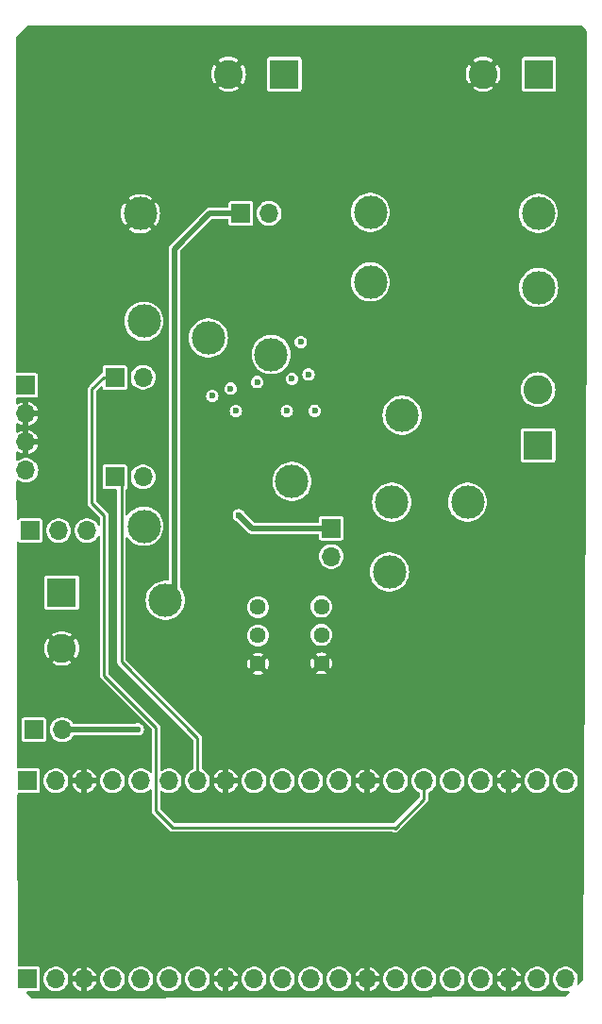
<source format=gbr>
%TF.GenerationSoftware,KiCad,Pcbnew,8.0.9-8.0.9-0~ubuntu22.04.1*%
%TF.CreationDate,2025-04-21T10:33:26+05:30*%
%TF.ProjectId,Variable Buck Converter,56617269-6162-46c6-9520-4275636b2043,rev?*%
%TF.SameCoordinates,Original*%
%TF.FileFunction,Copper,L4,Bot*%
%TF.FilePolarity,Positive*%
%FSLAX46Y46*%
G04 Gerber Fmt 4.6, Leading zero omitted, Abs format (unit mm)*
G04 Created by KiCad (PCBNEW 8.0.9-8.0.9-0~ubuntu22.04.1) date 2025-04-21 10:33:26*
%MOMM*%
%LPD*%
G01*
G04 APERTURE LIST*
%TA.AperFunction,ComponentPad*%
%ADD10C,3.000000*%
%TD*%
%TA.AperFunction,ComponentPad*%
%ADD11R,1.700000X1.700000*%
%TD*%
%TA.AperFunction,ComponentPad*%
%ADD12O,1.700000X1.700000*%
%TD*%
%TA.AperFunction,ComponentPad*%
%ADD13C,1.440000*%
%TD*%
%TA.AperFunction,ComponentPad*%
%ADD14R,2.600000X2.600000*%
%TD*%
%TA.AperFunction,ComponentPad*%
%ADD15C,2.600000*%
%TD*%
%TA.AperFunction,ViaPad*%
%ADD16C,0.600000*%
%TD*%
%TA.AperFunction,Conductor*%
%ADD17C,0.500000*%
%TD*%
%TA.AperFunction,Conductor*%
%ADD18C,0.254000*%
%TD*%
G04 APERTURE END LIST*
D10*
%TO.P,TP15,1,1*%
%TO.N,Net-(J4-Pin_1)*%
X125200000Y-102230000D03*
%TD*%
%TO.P,TP14,1,1*%
%TO.N,/Buck Converter/HS*%
X118400000Y-102230000D03*
%TD*%
%TO.P,TP3,1,1*%
%TO.N,/Buck Converter/HS*%
X119320000Y-94420000D03*
%TD*%
%TO.P,TP5,1,1*%
%TO.N,Net-(D1-K)*%
X101940000Y-87500000D03*
%TD*%
D11*
%TO.P,JP2,1,A*%
%TO.N,/Buck Converter/EN*%
X93545000Y-91030000D03*
D12*
%TO.P,JP2,2,B*%
%TO.N,Net-(IC1-1Y)*%
X96085000Y-91030000D03*
%TD*%
D10*
%TO.P,TP10,1,1*%
%TO.N,+Vin_Buck*%
X116480000Y-76240000D03*
%TD*%
D11*
%TO.P,JP6,1,A*%
%TO.N,+VIN*%
X104865000Y-76310000D03*
D12*
%TO.P,JP6,2,B*%
%TO.N,+Vin_Buck*%
X107405000Y-76310000D03*
%TD*%
D10*
%TO.P,TP11,1,1*%
%TO.N,Net-(C10-Pad1)*%
X116480000Y-82470000D03*
%TD*%
%TO.P,TP7,1,1*%
%TO.N,+5V*%
X118190000Y-108500000D03*
%TD*%
%TO.P,TP13,1,1*%
%TO.N,/Buck Converter/V_OUT*%
X131550000Y-76330000D03*
%TD*%
D11*
%TO.P,JP1,1,A*%
%TO.N,Net-(J7-Pin_1)*%
X86295000Y-122640000D03*
D12*
%TO.P,JP1,2,B*%
%TO.N,+5V*%
X88835000Y-122640000D03*
%TD*%
D10*
%TO.P,TP4,1,1*%
%TO.N,GND*%
X95850000Y-76340000D03*
%TD*%
D11*
%TO.P,JP5,1,A*%
%TO.N,+5V*%
X112970000Y-104560000D03*
D12*
%TO.P,JP5,2,B*%
%TO.N,Net-(IC2-DLH)*%
X112970000Y-107100000D03*
%TD*%
D13*
%TO.P,POT2,1,1*%
%TO.N,Net-(POT2-Pad1)*%
X106390000Y-111640000D03*
%TO.P,POT2,2,2*%
X106390000Y-114180000D03*
%TO.P,POT2,3,3*%
%TO.N,GND*%
X106390000Y-116720000D03*
%TD*%
D11*
%TO.P,JP3,1,A*%
%TO.N,/pwm*%
X93545000Y-99970000D03*
D12*
%TO.P,JP3,2,B*%
%TO.N,Net-(IC1-2Y)*%
X96085000Y-99970000D03*
%TD*%
D10*
%TO.P,TP6,1,1*%
%TO.N,+VIN*%
X98080000Y-111030000D03*
%TD*%
D13*
%TO.P,POT1,1,1*%
%TO.N,Net-(POT1-Pad1)*%
X112080000Y-111610000D03*
%TO.P,POT1,2,2*%
X112080000Y-114150000D03*
%TO.P,POT1,3,3*%
%TO.N,GND*%
X112080000Y-116690000D03*
%TD*%
D11*
%TO.P,J6,1,Pin_1*%
%TO.N,unconnected-(J6-Pin_1-Pad1)*%
X85730000Y-145010000D03*
D12*
%TO.P,J6,2,Pin_2*%
%TO.N,unconnected-(J6-Pin_2-Pad2)*%
X88270000Y-145010000D03*
%TO.P,J6,3,Pin_3*%
%TO.N,GND*%
X90810000Y-145010000D03*
%TO.P,J6,4,Pin_4*%
%TO.N,unconnected-(J6-Pin_4-Pad4)*%
X93350000Y-145010000D03*
%TO.P,J6,5,Pin_5*%
%TO.N,unconnected-(J6-Pin_5-Pad5)*%
X95890000Y-145010000D03*
%TO.P,J6,6,Pin_6*%
%TO.N,unconnected-(J6-Pin_6-Pad6)*%
X98430000Y-145010000D03*
%TO.P,J6,7,Pin_7*%
%TO.N,unconnected-(J6-Pin_7-Pad7)*%
X100970000Y-145010000D03*
%TO.P,J6,8,Pin_8*%
%TO.N,GND*%
X103510000Y-145010000D03*
%TO.P,J6,9,Pin_9*%
%TO.N,unconnected-(J6-Pin_9-Pad9)*%
X106050000Y-145010000D03*
%TO.P,J6,10,Pin_10*%
%TO.N,unconnected-(J6-Pin_10-Pad10)*%
X108590000Y-145010000D03*
%TO.P,J6,11,Pin_11*%
%TO.N,unconnected-(J6-Pin_11-Pad11)*%
X111130000Y-145010000D03*
%TO.P,J6,12,Pin_12*%
%TO.N,unconnected-(J6-Pin_12-Pad12)*%
X113670000Y-145010000D03*
%TO.P,J6,13,Pin_13*%
%TO.N,GND*%
X116210000Y-145010000D03*
%TO.P,J6,14,Pin_14*%
%TO.N,unconnected-(J6-Pin_14-Pad14)*%
X118750000Y-145010000D03*
%TO.P,J6,15,Pin_15*%
%TO.N,unconnected-(J6-Pin_15-Pad15)*%
X121290000Y-145010000D03*
%TO.P,J6,16,Pin_16*%
%TO.N,unconnected-(J6-Pin_16-Pad16)*%
X123830000Y-145010000D03*
%TO.P,J6,17,Pin_17*%
%TO.N,unconnected-(J6-Pin_17-Pad17)*%
X126370000Y-145010000D03*
%TO.P,J6,18,Pin_18*%
%TO.N,GND*%
X128910000Y-145010000D03*
%TO.P,J6,19,Pin_19*%
%TO.N,unconnected-(J6-Pin_19-Pad19)*%
X131450000Y-145010000D03*
%TO.P,J6,20,Pin_20*%
%TO.N,unconnected-(J6-Pin_20-Pad20)*%
X133990000Y-145010000D03*
%TD*%
D14*
%TO.P,J4,1,Pin_1*%
%TO.N,Net-(J4-Pin_1)*%
X131525000Y-97140000D03*
D15*
%TO.P,J4,2,Pin_2*%
%TO.N,Net-(J4-Pin_2)*%
X131525000Y-92140000D03*
%TD*%
D14*
%TO.P,J3,1,Pin_1*%
%TO.N,+Vin_Buck*%
X108750000Y-63830000D03*
D15*
%TO.P,J3,2,Pin_2*%
%TO.N,GND*%
X103750000Y-63830000D03*
%TD*%
D14*
%TO.P,J5,1,Pin_1*%
%TO.N,/Buck Converter/V_OUT*%
X131595000Y-63830000D03*
D15*
%TO.P,J5,2,Pin_2*%
%TO.N,GND*%
X126595000Y-63830000D03*
%TD*%
D10*
%TO.P,TP8,1,1*%
%TO.N,/Buck Converter/HO*%
X107580000Y-88980000D03*
%TD*%
D11*
%TO.P,J7,1,Pin_1*%
%TO.N,Net-(J7-Pin_1)*%
X85730000Y-127230000D03*
D12*
%TO.P,J7,2,Pin_2*%
%TO.N,unconnected-(J7-Pin_2-Pad2)*%
X88270000Y-127230000D03*
%TO.P,J7,3,Pin_3*%
%TO.N,GND*%
X90810000Y-127230000D03*
%TO.P,J7,4,Pin_4*%
%TO.N,unconnected-(J7-Pin_4-Pad4)*%
X93350000Y-127230000D03*
%TO.P,J7,5,Pin_5*%
%TO.N,+3V3*%
X95890000Y-127230000D03*
%TO.P,J7,6,Pin_6*%
%TO.N,unconnected-(J7-Pin_6-Pad6)*%
X98430000Y-127230000D03*
%TO.P,J7,7,Pin_7*%
%TO.N,/pwm*%
X100970000Y-127230000D03*
%TO.P,J7,8,Pin_8*%
%TO.N,GND*%
X103510000Y-127230000D03*
%TO.P,J7,9,Pin_9*%
%TO.N,Net-(J7-Pin_9)*%
X106050000Y-127230000D03*
%TO.P,J7,10,Pin_10*%
%TO.N,unconnected-(J7-Pin_10-Pad10)*%
X108590000Y-127230000D03*
%TO.P,J7,11,Pin_11*%
%TO.N,unconnected-(J7-Pin_11-Pad11)*%
X111130000Y-127230000D03*
%TO.P,J7,12,Pin_12*%
%TO.N,unconnected-(J7-Pin_12-Pad12)*%
X113670000Y-127230000D03*
%TO.P,J7,13,Pin_13*%
%TO.N,GND*%
X116210000Y-127230000D03*
%TO.P,J7,14,Pin_14*%
%TO.N,/pwm*%
X118750000Y-127230000D03*
%TO.P,J7,15,Pin_15*%
%TO.N,/Buck Converter/EN*%
X121290000Y-127230000D03*
%TO.P,J7,16,Pin_16*%
%TO.N,unconnected-(J7-Pin_16-Pad16)*%
X123830000Y-127230000D03*
%TO.P,J7,17,Pin_17*%
%TO.N,unconnected-(J7-Pin_17-Pad17)*%
X126370000Y-127230000D03*
%TO.P,J7,18,Pin_18*%
%TO.N,GND*%
X128910000Y-127230000D03*
%TO.P,J7,19,Pin_19*%
%TO.N,unconnected-(J7-Pin_19-Pad19)*%
X131450000Y-127230000D03*
%TO.P,J7,20,Pin_20*%
%TO.N,unconnected-(J7-Pin_20-Pad20)*%
X133990000Y-127230000D03*
%TD*%
D10*
%TO.P,TP2,1,1*%
%TO.N,Net-(IC1-2Y)*%
X96160000Y-104390000D03*
%TD*%
%TO.P,TP9,1,1*%
%TO.N,/Buck Converter/LO*%
X109440000Y-100350000D03*
%TD*%
D14*
%TO.P,J2,1,Pin_1*%
%TO.N,+VIN*%
X88790000Y-110350000D03*
D15*
%TO.P,J2,2,Pin_2*%
%TO.N,GND*%
X88790000Y-115350000D03*
%TD*%
D11*
%TO.P,JP4,1,A*%
%TO.N,+5V*%
X85975000Y-104790000D03*
D12*
%TO.P,JP4,2,C*%
%TO.N,Net-(IC1-VCC)*%
X88515000Y-104790000D03*
%TO.P,JP4,3,B*%
%TO.N,+3V3*%
X91055000Y-104790000D03*
%TD*%
D11*
%TO.P,J1,1,Pin_1*%
%TO.N,/Buck Converter/EN*%
X85570000Y-91760000D03*
D12*
%TO.P,J1,2,Pin_2*%
%TO.N,GND*%
X85570000Y-94300000D03*
%TO.P,J1,3,Pin_3*%
X85570000Y-96840000D03*
%TO.P,J1,4,Pin_4*%
%TO.N,/pwm*%
X85570000Y-99380000D03*
%TD*%
D10*
%TO.P,TP1,1,1*%
%TO.N,Net-(IC1-1Y)*%
X96160000Y-86010000D03*
%TD*%
%TO.P,TP12,1,1*%
%TO.N,Net-(J4-Pin_2)*%
X131580000Y-82980000D03*
%TD*%
D16*
%TO.N,GND*%
X104010000Y-98530000D03*
X93610000Y-136760000D03*
X99680000Y-120550000D03*
X102050000Y-123500000D03*
X114950000Y-97770000D03*
X120510000Y-83830000D03*
X112286668Y-99220000D03*
X104740000Y-109530000D03*
X114060000Y-99220000D03*
X110860000Y-97080000D03*
X105060000Y-80560000D03*
X134590000Y-87950000D03*
X133150000Y-118380000D03*
X134870000Y-119990000D03*
X131960000Y-122820000D03*
X113173334Y-99220000D03*
X101223885Y-95201750D03*
X101640000Y-97410000D03*
X112290000Y-97770000D03*
X130510000Y-121060000D03*
X109290000Y-124850000D03*
X105090000Y-82330000D03*
X93245000Y-93680000D03*
X134580000Y-83450000D03*
X122420000Y-122400000D03*
X118180000Y-64950000D03*
X122150000Y-64840000D03*
X93370000Y-106850000D03*
X111840000Y-98470000D03*
X99590000Y-123370000D03*
X87470000Y-102720000D03*
X113176666Y-97770000D03*
X130010000Y-124460000D03*
X94020000Y-94410000D03*
X99850000Y-125240000D03*
X105120000Y-84050000D03*
X87940000Y-95810000D03*
X97750000Y-118650000D03*
X114946668Y-99220000D03*
X93350000Y-110640000D03*
X114063332Y-97770000D03*
X114483332Y-98470000D03*
X117710000Y-124430000D03*
X126830000Y-124360000D03*
X98990000Y-64270000D03*
X98930000Y-61070000D03*
X134360000Y-106100000D03*
X93370000Y-104100000D03*
X101140000Y-102680000D03*
X96200000Y-117240000D03*
X125150000Y-136600000D03*
X134540000Y-94900000D03*
X107880000Y-107830000D03*
X93340000Y-116050000D03*
X134150000Y-111140000D03*
X108780000Y-136680000D03*
X102880000Y-109540000D03*
X94910000Y-110710000D03*
X126870000Y-122400000D03*
X122420000Y-124510000D03*
X112710000Y-98470000D03*
X125160000Y-113040000D03*
X121660000Y-88270000D03*
X109590000Y-97380000D03*
X98000000Y-121880000D03*
X121620000Y-86160000D03*
X95170000Y-115850000D03*
X115370000Y-98470000D03*
X113500000Y-124320000D03*
X87990000Y-96870000D03*
X117790000Y-122290000D03*
X101210000Y-122090000D03*
X95240000Y-106830000D03*
X94720000Y-118480000D03*
X134250000Y-102050000D03*
X122040000Y-70580000D03*
X102110000Y-125280000D03*
X87910000Y-94780000D03*
X96400000Y-120120000D03*
X102140000Y-101900000D03*
X113390000Y-122360000D03*
X104410000Y-95780000D03*
X104390000Y-95110000D03*
X134540000Y-80120000D03*
X134110000Y-115090000D03*
X98960000Y-68030000D03*
X115780000Y-113180000D03*
X108510000Y-97130000D03*
X97360000Y-101800000D03*
X113596666Y-98470000D03*
X109290000Y-122020000D03*
X85680000Y-102820000D03*
X107030000Y-97270000D03*
X93370000Y-105450000D03*
X90700000Y-95580000D03*
X99260000Y-116530000D03*
X122790000Y-105340000D03*
X94870000Y-102690000D03*
X105200000Y-85790000D03*
X121930000Y-76320000D03*
%TO.N,/Buck Converter/HS*%
X111500000Y-94030000D03*
X110240000Y-87860000D03*
X104410000Y-94055000D03*
X110930000Y-90780000D03*
X109430000Y-91160000D03*
X102290000Y-92690000D03*
X103940000Y-92050000D03*
X108980000Y-94040000D03*
X106340000Y-91460000D03*
%TO.N,+5V*%
X95615000Y-122615000D03*
X104680000Y-103407500D03*
%TD*%
D17*
%TO.N,+VIN*%
X98880000Y-79500000D02*
X98880000Y-110230000D01*
X98880000Y-110230000D02*
X98080000Y-111030000D01*
X104865000Y-76310000D02*
X102070000Y-76310000D01*
X102070000Y-76310000D02*
X98880000Y-79500000D01*
%TO.N,+5V*%
X95615000Y-122615000D02*
X95590000Y-122640000D01*
X95590000Y-122640000D02*
X88835000Y-122640000D01*
X105832500Y-104560000D02*
X104680000Y-103407500D01*
X112970000Y-104560000D02*
X105832500Y-104560000D01*
D18*
%TO.N,/Buck Converter/EN*%
X91490000Y-92090000D02*
X92550000Y-91030000D01*
X97253000Y-122423000D02*
X92600000Y-117770000D01*
X97253000Y-129913000D02*
X97253000Y-122423000D01*
X121290000Y-127230000D02*
X121290000Y-128870000D01*
X92600000Y-103420000D02*
X91490000Y-102310000D01*
X118620000Y-131420000D02*
X98760000Y-131420000D01*
X121290000Y-128870000D02*
X118680000Y-131480000D01*
X92550000Y-91030000D02*
X93545000Y-91030000D01*
X118680000Y-131480000D02*
X118620000Y-131420000D01*
X92600000Y-117770000D02*
X92600000Y-103420000D01*
X91490000Y-102310000D02*
X91490000Y-92090000D01*
X98760000Y-131420000D02*
X97253000Y-129913000D01*
%TO.N,/pwm*%
X94150000Y-116570000D02*
X94150000Y-100575000D01*
X100970000Y-127230000D02*
X100970000Y-123390000D01*
X100970000Y-123390000D02*
X94150000Y-116570000D01*
X94150000Y-100575000D02*
X93545000Y-99970000D01*
%TD*%
%TA.AperFunction,Conductor*%
%TO.N,GND*%
G36*
X135493537Y-59459407D02*
G01*
X135514044Y-59479437D01*
X135849200Y-59918607D01*
X135869473Y-59976336D01*
X135869500Y-59978667D01*
X135869500Y-84192930D01*
X135869499Y-84193384D01*
X135590205Y-145115096D01*
X135571031Y-145173199D01*
X135556078Y-145189425D01*
X135184703Y-145511582D01*
X135128357Y-145535431D01*
X135068754Y-145521606D01*
X135028661Y-145475387D01*
X135023391Y-145414429D01*
X135024599Y-145409747D01*
X135080345Y-145213821D01*
X135099232Y-145010000D01*
X135080345Y-144806179D01*
X135024328Y-144609299D01*
X134933088Y-144426065D01*
X134809732Y-144262715D01*
X134658462Y-144124814D01*
X134506006Y-144030417D01*
X134484432Y-144017059D01*
X134484427Y-144017056D01*
X134379776Y-143976514D01*
X134293556Y-143943112D01*
X134293555Y-143943111D01*
X134293553Y-143943111D01*
X134092347Y-143905500D01*
X133887653Y-143905500D01*
X133686446Y-143943111D01*
X133495572Y-144017056D01*
X133495567Y-144017059D01*
X133321542Y-144124811D01*
X133321540Y-144124812D01*
X133321538Y-144124814D01*
X133310435Y-144134936D01*
X133170269Y-144262714D01*
X133046913Y-144426063D01*
X133046908Y-144426072D01*
X132955672Y-144609298D01*
X132899655Y-144806177D01*
X132886868Y-144944174D01*
X132880768Y-145010000D01*
X132899655Y-145213821D01*
X132955672Y-145410701D01*
X133046912Y-145593935D01*
X133170268Y-145757285D01*
X133321538Y-145895186D01*
X133495573Y-146002944D01*
X133686444Y-146076888D01*
X133887653Y-146114500D01*
X134092347Y-146114500D01*
X134240049Y-146086890D01*
X134300723Y-146094783D01*
X134345170Y-146136832D01*
X134356413Y-146196975D01*
X134330157Y-146252241D01*
X134323121Y-146258979D01*
X134090951Y-146460379D01*
X133957801Y-146575883D01*
X133901455Y-146599731D01*
X133893198Y-146600099D01*
X86094154Y-146729880D01*
X86035912Y-146711130D01*
X86020408Y-146697229D01*
X85643520Y-146279848D01*
X85618554Y-146223987D01*
X85631190Y-146164121D01*
X85676601Y-146123115D01*
X85716994Y-146114499D01*
X86605066Y-146114499D01*
X86679301Y-146099734D01*
X86763484Y-146043484D01*
X86819734Y-145959301D01*
X86834500Y-145885067D01*
X86834499Y-145010000D01*
X87160768Y-145010000D01*
X87179655Y-145213821D01*
X87235672Y-145410701D01*
X87326912Y-145593935D01*
X87450268Y-145757285D01*
X87601538Y-145895186D01*
X87775573Y-146002944D01*
X87966444Y-146076888D01*
X88167653Y-146114500D01*
X88372347Y-146114500D01*
X88573556Y-146076888D01*
X88764427Y-146002944D01*
X88938462Y-145895186D01*
X89089732Y-145757285D01*
X89213088Y-145593935D01*
X89304328Y-145410701D01*
X89360345Y-145213821D01*
X89379232Y-145010000D01*
X89360345Y-144806179D01*
X89347206Y-144760000D01*
X89733314Y-144760000D01*
X90376988Y-144760000D01*
X90344075Y-144817007D01*
X90310000Y-144944174D01*
X90310000Y-145075826D01*
X90344075Y-145202993D01*
X90376988Y-145260000D01*
X89733314Y-145260000D01*
X89776141Y-145410521D01*
X89867335Y-145593663D01*
X89867340Y-145593672D01*
X89990640Y-145756947D01*
X90141843Y-145894787D01*
X90315794Y-146002492D01*
X90315796Y-146002493D01*
X90506584Y-146076405D01*
X90559999Y-146086390D01*
X90560000Y-146086390D01*
X90560000Y-145443012D01*
X90617007Y-145475925D01*
X90744174Y-145510000D01*
X90875826Y-145510000D01*
X91002993Y-145475925D01*
X91060000Y-145443012D01*
X91060000Y-146086390D01*
X91113415Y-146076405D01*
X91304203Y-146002493D01*
X91304205Y-146002492D01*
X91478156Y-145894787D01*
X91629359Y-145756947D01*
X91752659Y-145593672D01*
X91752664Y-145593663D01*
X91843858Y-145410521D01*
X91886686Y-145260000D01*
X91243012Y-145260000D01*
X91275925Y-145202993D01*
X91310000Y-145075826D01*
X91310000Y-145010000D01*
X92240768Y-145010000D01*
X92259655Y-145213821D01*
X92315672Y-145410701D01*
X92406912Y-145593935D01*
X92530268Y-145757285D01*
X92681538Y-145895186D01*
X92855573Y-146002944D01*
X93046444Y-146076888D01*
X93247653Y-146114500D01*
X93452347Y-146114500D01*
X93653556Y-146076888D01*
X93844427Y-146002944D01*
X94018462Y-145895186D01*
X94169732Y-145757285D01*
X94293088Y-145593935D01*
X94384328Y-145410701D01*
X94440345Y-145213821D01*
X94459232Y-145010000D01*
X94780768Y-145010000D01*
X94799655Y-145213821D01*
X94855672Y-145410701D01*
X94946912Y-145593935D01*
X95070268Y-145757285D01*
X95221538Y-145895186D01*
X95395573Y-146002944D01*
X95586444Y-146076888D01*
X95787653Y-146114500D01*
X95992347Y-146114500D01*
X96193556Y-146076888D01*
X96384427Y-146002944D01*
X96558462Y-145895186D01*
X96709732Y-145757285D01*
X96833088Y-145593935D01*
X96924328Y-145410701D01*
X96980345Y-145213821D01*
X96999232Y-145010000D01*
X97320768Y-145010000D01*
X97339655Y-145213821D01*
X97395672Y-145410701D01*
X97486912Y-145593935D01*
X97610268Y-145757285D01*
X97761538Y-145895186D01*
X97935573Y-146002944D01*
X98126444Y-146076888D01*
X98327653Y-146114500D01*
X98532347Y-146114500D01*
X98733556Y-146076888D01*
X98924427Y-146002944D01*
X99098462Y-145895186D01*
X99249732Y-145757285D01*
X99373088Y-145593935D01*
X99464328Y-145410701D01*
X99520345Y-145213821D01*
X99539232Y-145010000D01*
X99860768Y-145010000D01*
X99879655Y-145213821D01*
X99935672Y-145410701D01*
X100026912Y-145593935D01*
X100150268Y-145757285D01*
X100301538Y-145895186D01*
X100475573Y-146002944D01*
X100666444Y-146076888D01*
X100867653Y-146114500D01*
X101072347Y-146114500D01*
X101273556Y-146076888D01*
X101464427Y-146002944D01*
X101638462Y-145895186D01*
X101789732Y-145757285D01*
X101913088Y-145593935D01*
X102004328Y-145410701D01*
X102060345Y-145213821D01*
X102079232Y-145010000D01*
X102060345Y-144806179D01*
X102047206Y-144760000D01*
X102433314Y-144760000D01*
X103076988Y-144760000D01*
X103044075Y-144817007D01*
X103010000Y-144944174D01*
X103010000Y-145075826D01*
X103044075Y-145202993D01*
X103076988Y-145260000D01*
X102433314Y-145260000D01*
X102476141Y-145410521D01*
X102567335Y-145593663D01*
X102567340Y-145593672D01*
X102690640Y-145756947D01*
X102841843Y-145894787D01*
X103015794Y-146002492D01*
X103015796Y-146002493D01*
X103206584Y-146076405D01*
X103260000Y-146086390D01*
X103260000Y-145443012D01*
X103317007Y-145475925D01*
X103444174Y-145510000D01*
X103575826Y-145510000D01*
X103702993Y-145475925D01*
X103760000Y-145443012D01*
X103760000Y-146086390D01*
X103813415Y-146076405D01*
X104004203Y-146002493D01*
X104004205Y-146002492D01*
X104178156Y-145894787D01*
X104329359Y-145756947D01*
X104452659Y-145593672D01*
X104452664Y-145593663D01*
X104543858Y-145410521D01*
X104586686Y-145260000D01*
X103943012Y-145260000D01*
X103975925Y-145202993D01*
X104010000Y-145075826D01*
X104010000Y-145010000D01*
X104940768Y-145010000D01*
X104959655Y-145213821D01*
X105015672Y-145410701D01*
X105106912Y-145593935D01*
X105230268Y-145757285D01*
X105381538Y-145895186D01*
X105555573Y-146002944D01*
X105746444Y-146076888D01*
X105947653Y-146114500D01*
X106152347Y-146114500D01*
X106353556Y-146076888D01*
X106544427Y-146002944D01*
X106718462Y-145895186D01*
X106869732Y-145757285D01*
X106993088Y-145593935D01*
X107084328Y-145410701D01*
X107140345Y-145213821D01*
X107159232Y-145010000D01*
X107480768Y-145010000D01*
X107499655Y-145213821D01*
X107555672Y-145410701D01*
X107646912Y-145593935D01*
X107770268Y-145757285D01*
X107921538Y-145895186D01*
X108095573Y-146002944D01*
X108286444Y-146076888D01*
X108487653Y-146114500D01*
X108692347Y-146114500D01*
X108893556Y-146076888D01*
X109084427Y-146002944D01*
X109258462Y-145895186D01*
X109409732Y-145757285D01*
X109533088Y-145593935D01*
X109624328Y-145410701D01*
X109680345Y-145213821D01*
X109699232Y-145010000D01*
X110020768Y-145010000D01*
X110039655Y-145213821D01*
X110095672Y-145410701D01*
X110186912Y-145593935D01*
X110310268Y-145757285D01*
X110461538Y-145895186D01*
X110635573Y-146002944D01*
X110826444Y-146076888D01*
X111027653Y-146114500D01*
X111232347Y-146114500D01*
X111433556Y-146076888D01*
X111624427Y-146002944D01*
X111798462Y-145895186D01*
X111949732Y-145757285D01*
X112073088Y-145593935D01*
X112164328Y-145410701D01*
X112220345Y-145213821D01*
X112239232Y-145010000D01*
X112560768Y-145010000D01*
X112579655Y-145213821D01*
X112635672Y-145410701D01*
X112726912Y-145593935D01*
X112850268Y-145757285D01*
X113001538Y-145895186D01*
X113175573Y-146002944D01*
X113366444Y-146076888D01*
X113567653Y-146114500D01*
X113772347Y-146114500D01*
X113973556Y-146076888D01*
X114164427Y-146002944D01*
X114338462Y-145895186D01*
X114489732Y-145757285D01*
X114613088Y-145593935D01*
X114704328Y-145410701D01*
X114760345Y-145213821D01*
X114779232Y-145010000D01*
X114760345Y-144806179D01*
X114747206Y-144760000D01*
X115133314Y-144760000D01*
X115776988Y-144760000D01*
X115744075Y-144817007D01*
X115710000Y-144944174D01*
X115710000Y-145075826D01*
X115744075Y-145202993D01*
X115776988Y-145260000D01*
X115133314Y-145260000D01*
X115176141Y-145410521D01*
X115267335Y-145593663D01*
X115267340Y-145593672D01*
X115390640Y-145756947D01*
X115541843Y-145894787D01*
X115715794Y-146002492D01*
X115715796Y-146002493D01*
X115906584Y-146076405D01*
X115959999Y-146086390D01*
X115960000Y-146086390D01*
X115960000Y-145443012D01*
X116017007Y-145475925D01*
X116144174Y-145510000D01*
X116275826Y-145510000D01*
X116402993Y-145475925D01*
X116460000Y-145443012D01*
X116460000Y-146086390D01*
X116513415Y-146076405D01*
X116704203Y-146002493D01*
X116704205Y-146002492D01*
X116878156Y-145894787D01*
X117029359Y-145756947D01*
X117152659Y-145593672D01*
X117152664Y-145593663D01*
X117243858Y-145410521D01*
X117286686Y-145260000D01*
X116643012Y-145260000D01*
X116675925Y-145202993D01*
X116710000Y-145075826D01*
X116710000Y-145010000D01*
X117640768Y-145010000D01*
X117659655Y-145213821D01*
X117715672Y-145410701D01*
X117806912Y-145593935D01*
X117930268Y-145757285D01*
X118081538Y-145895186D01*
X118255573Y-146002944D01*
X118446444Y-146076888D01*
X118647653Y-146114500D01*
X118852347Y-146114500D01*
X119053556Y-146076888D01*
X119244427Y-146002944D01*
X119418462Y-145895186D01*
X119569732Y-145757285D01*
X119693088Y-145593935D01*
X119784328Y-145410701D01*
X119840345Y-145213821D01*
X119859232Y-145010000D01*
X120180768Y-145010000D01*
X120199655Y-145213821D01*
X120255672Y-145410701D01*
X120346912Y-145593935D01*
X120470268Y-145757285D01*
X120621538Y-145895186D01*
X120795573Y-146002944D01*
X120986444Y-146076888D01*
X121187653Y-146114500D01*
X121392347Y-146114500D01*
X121593556Y-146076888D01*
X121784427Y-146002944D01*
X121958462Y-145895186D01*
X122109732Y-145757285D01*
X122233088Y-145593935D01*
X122324328Y-145410701D01*
X122380345Y-145213821D01*
X122399232Y-145010000D01*
X122720768Y-145010000D01*
X122739655Y-145213821D01*
X122795672Y-145410701D01*
X122886912Y-145593935D01*
X123010268Y-145757285D01*
X123161538Y-145895186D01*
X123335573Y-146002944D01*
X123526444Y-146076888D01*
X123727653Y-146114500D01*
X123932347Y-146114500D01*
X124133556Y-146076888D01*
X124324427Y-146002944D01*
X124498462Y-145895186D01*
X124649732Y-145757285D01*
X124773088Y-145593935D01*
X124864328Y-145410701D01*
X124920345Y-145213821D01*
X124939232Y-145010000D01*
X125260768Y-145010000D01*
X125279655Y-145213821D01*
X125335672Y-145410701D01*
X125426912Y-145593935D01*
X125550268Y-145757285D01*
X125701538Y-145895186D01*
X125875573Y-146002944D01*
X126066444Y-146076888D01*
X126267653Y-146114500D01*
X126472347Y-146114500D01*
X126673556Y-146076888D01*
X126864427Y-146002944D01*
X127038462Y-145895186D01*
X127189732Y-145757285D01*
X127313088Y-145593935D01*
X127404328Y-145410701D01*
X127460345Y-145213821D01*
X127479232Y-145010000D01*
X127460345Y-144806179D01*
X127447206Y-144760000D01*
X127833314Y-144760000D01*
X128476988Y-144760000D01*
X128444075Y-144817007D01*
X128410000Y-144944174D01*
X128410000Y-145075826D01*
X128444075Y-145202993D01*
X128476988Y-145260000D01*
X127833314Y-145260000D01*
X127876141Y-145410521D01*
X127967335Y-145593663D01*
X127967340Y-145593672D01*
X128090640Y-145756947D01*
X128241843Y-145894787D01*
X128415794Y-146002492D01*
X128415796Y-146002493D01*
X128606584Y-146076405D01*
X128659999Y-146086390D01*
X128660000Y-146086390D01*
X128660000Y-145443012D01*
X128717007Y-145475925D01*
X128844174Y-145510000D01*
X128975826Y-145510000D01*
X129102993Y-145475925D01*
X129160000Y-145443012D01*
X129160000Y-146086390D01*
X129213415Y-146076405D01*
X129404203Y-146002493D01*
X129404205Y-146002492D01*
X129578156Y-145894787D01*
X129729359Y-145756947D01*
X129852659Y-145593672D01*
X129852664Y-145593663D01*
X129943858Y-145410521D01*
X129986686Y-145260000D01*
X129343012Y-145260000D01*
X129375925Y-145202993D01*
X129410000Y-145075826D01*
X129410000Y-145010000D01*
X130340768Y-145010000D01*
X130359655Y-145213821D01*
X130415672Y-145410701D01*
X130506912Y-145593935D01*
X130630268Y-145757285D01*
X130781538Y-145895186D01*
X130955573Y-146002944D01*
X131146444Y-146076888D01*
X131347653Y-146114500D01*
X131552347Y-146114500D01*
X131753556Y-146076888D01*
X131944427Y-146002944D01*
X132118462Y-145895186D01*
X132269732Y-145757285D01*
X132393088Y-145593935D01*
X132484328Y-145410701D01*
X132540345Y-145213821D01*
X132559232Y-145010000D01*
X132540345Y-144806179D01*
X132484328Y-144609299D01*
X132393088Y-144426065D01*
X132269732Y-144262715D01*
X132118462Y-144124814D01*
X131966006Y-144030417D01*
X131944432Y-144017059D01*
X131944427Y-144017056D01*
X131839776Y-143976514D01*
X131753556Y-143943112D01*
X131753555Y-143943111D01*
X131753553Y-143943111D01*
X131552347Y-143905500D01*
X131347653Y-143905500D01*
X131146446Y-143943111D01*
X130955572Y-144017056D01*
X130955567Y-144017059D01*
X130781542Y-144124811D01*
X130781540Y-144124812D01*
X130781538Y-144124814D01*
X130770435Y-144134936D01*
X130630269Y-144262714D01*
X130506913Y-144426063D01*
X130506908Y-144426072D01*
X130415672Y-144609298D01*
X130359655Y-144806177D01*
X130346868Y-144944174D01*
X130340768Y-145010000D01*
X129410000Y-145010000D01*
X129410000Y-144944174D01*
X129375925Y-144817007D01*
X129343012Y-144760000D01*
X129986686Y-144760000D01*
X129943858Y-144609478D01*
X129852664Y-144426336D01*
X129852659Y-144426327D01*
X129729359Y-144263052D01*
X129578156Y-144125212D01*
X129404205Y-144017507D01*
X129404203Y-144017506D01*
X129213418Y-143943595D01*
X129213412Y-143943593D01*
X129160000Y-143933609D01*
X129160000Y-144576988D01*
X129102993Y-144544075D01*
X128975826Y-144510000D01*
X128844174Y-144510000D01*
X128717007Y-144544075D01*
X128660000Y-144576988D01*
X128660000Y-143933609D01*
X128659999Y-143933609D01*
X128606587Y-143943593D01*
X128606581Y-143943595D01*
X128415796Y-144017506D01*
X128415794Y-144017507D01*
X128241843Y-144125212D01*
X128090640Y-144263052D01*
X127967340Y-144426327D01*
X127967335Y-144426336D01*
X127876141Y-144609478D01*
X127833314Y-144760000D01*
X127447206Y-144760000D01*
X127404328Y-144609299D01*
X127313088Y-144426065D01*
X127189732Y-144262715D01*
X127038462Y-144124814D01*
X126886006Y-144030417D01*
X126864432Y-144017059D01*
X126864427Y-144017056D01*
X126759776Y-143976514D01*
X126673556Y-143943112D01*
X126673555Y-143943111D01*
X126673553Y-143943111D01*
X126472347Y-143905500D01*
X126267653Y-143905500D01*
X126066446Y-143943111D01*
X125875572Y-144017056D01*
X125875567Y-144017059D01*
X125701542Y-144124811D01*
X125701540Y-144124812D01*
X125701538Y-144124814D01*
X125690435Y-144134936D01*
X125550269Y-144262714D01*
X125426913Y-144426063D01*
X125426908Y-144426072D01*
X125335672Y-144609298D01*
X125279655Y-144806177D01*
X125266868Y-144944174D01*
X125260768Y-145010000D01*
X124939232Y-145010000D01*
X124920345Y-144806179D01*
X124864328Y-144609299D01*
X124773088Y-144426065D01*
X124649732Y-144262715D01*
X124498462Y-144124814D01*
X124346006Y-144030417D01*
X124324432Y-144017059D01*
X124324427Y-144017056D01*
X124219776Y-143976514D01*
X124133556Y-143943112D01*
X124133555Y-143943111D01*
X124133553Y-143943111D01*
X123932347Y-143905500D01*
X123727653Y-143905500D01*
X123526446Y-143943111D01*
X123335572Y-144017056D01*
X123335567Y-144017059D01*
X123161542Y-144124811D01*
X123161540Y-144124812D01*
X123161538Y-144124814D01*
X123150435Y-144134936D01*
X123010269Y-144262714D01*
X122886913Y-144426063D01*
X122886908Y-144426072D01*
X122795672Y-144609298D01*
X122739655Y-144806177D01*
X122726868Y-144944174D01*
X122720768Y-145010000D01*
X122399232Y-145010000D01*
X122380345Y-144806179D01*
X122324328Y-144609299D01*
X122233088Y-144426065D01*
X122109732Y-144262715D01*
X121958462Y-144124814D01*
X121806006Y-144030417D01*
X121784432Y-144017059D01*
X121784427Y-144017056D01*
X121679776Y-143976514D01*
X121593556Y-143943112D01*
X121593555Y-143943111D01*
X121593553Y-143943111D01*
X121392347Y-143905500D01*
X121187653Y-143905500D01*
X120986446Y-143943111D01*
X120795572Y-144017056D01*
X120795567Y-144017059D01*
X120621542Y-144124811D01*
X120621540Y-144124812D01*
X120621538Y-144124814D01*
X120610435Y-144134936D01*
X120470269Y-144262714D01*
X120346913Y-144426063D01*
X120346908Y-144426072D01*
X120255672Y-144609298D01*
X120199655Y-144806177D01*
X120186868Y-144944174D01*
X120180768Y-145010000D01*
X119859232Y-145010000D01*
X119840345Y-144806179D01*
X119784328Y-144609299D01*
X119693088Y-144426065D01*
X119569732Y-144262715D01*
X119418462Y-144124814D01*
X119266006Y-144030417D01*
X119244432Y-144017059D01*
X119244427Y-144017056D01*
X119139776Y-143976514D01*
X119053556Y-143943112D01*
X119053555Y-143943111D01*
X119053553Y-143943111D01*
X118852347Y-143905500D01*
X118647653Y-143905500D01*
X118446446Y-143943111D01*
X118255572Y-144017056D01*
X118255567Y-144017059D01*
X118081542Y-144124811D01*
X118081540Y-144124812D01*
X118081538Y-144124814D01*
X118070435Y-144134936D01*
X117930269Y-144262714D01*
X117806913Y-144426063D01*
X117806908Y-144426072D01*
X117715672Y-144609298D01*
X117659655Y-144806177D01*
X117646868Y-144944174D01*
X117640768Y-145010000D01*
X116710000Y-145010000D01*
X116710000Y-144944174D01*
X116675925Y-144817007D01*
X116643012Y-144760000D01*
X117286686Y-144760000D01*
X117243858Y-144609478D01*
X117152664Y-144426336D01*
X117152659Y-144426327D01*
X117029359Y-144263052D01*
X116878156Y-144125212D01*
X116704205Y-144017507D01*
X116704203Y-144017506D01*
X116513418Y-143943595D01*
X116513412Y-143943593D01*
X116460000Y-143933609D01*
X116460000Y-144576988D01*
X116402993Y-144544075D01*
X116275826Y-144510000D01*
X116144174Y-144510000D01*
X116017007Y-144544075D01*
X115960000Y-144576988D01*
X115960000Y-143933609D01*
X115959999Y-143933609D01*
X115906587Y-143943593D01*
X115906581Y-143943595D01*
X115715796Y-144017506D01*
X115715794Y-144017507D01*
X115541843Y-144125212D01*
X115390640Y-144263052D01*
X115267340Y-144426327D01*
X115267335Y-144426336D01*
X115176141Y-144609478D01*
X115133314Y-144760000D01*
X114747206Y-144760000D01*
X114704328Y-144609299D01*
X114613088Y-144426065D01*
X114489732Y-144262715D01*
X114338462Y-144124814D01*
X114186006Y-144030417D01*
X114164432Y-144017059D01*
X114164427Y-144017056D01*
X114059776Y-143976514D01*
X113973556Y-143943112D01*
X113973555Y-143943111D01*
X113973553Y-143943111D01*
X113772347Y-143905500D01*
X113567653Y-143905500D01*
X113366446Y-143943111D01*
X113175572Y-144017056D01*
X113175567Y-144017059D01*
X113001542Y-144124811D01*
X113001540Y-144124812D01*
X113001538Y-144124814D01*
X112990435Y-144134936D01*
X112850269Y-144262714D01*
X112726913Y-144426063D01*
X112726908Y-144426072D01*
X112635672Y-144609298D01*
X112579655Y-144806177D01*
X112566868Y-144944174D01*
X112560768Y-145010000D01*
X112239232Y-145010000D01*
X112220345Y-144806179D01*
X112164328Y-144609299D01*
X112073088Y-144426065D01*
X111949732Y-144262715D01*
X111798462Y-144124814D01*
X111646006Y-144030417D01*
X111624432Y-144017059D01*
X111624427Y-144017056D01*
X111519776Y-143976514D01*
X111433556Y-143943112D01*
X111433555Y-143943111D01*
X111433553Y-143943111D01*
X111232347Y-143905500D01*
X111027653Y-143905500D01*
X110826446Y-143943111D01*
X110635572Y-144017056D01*
X110635567Y-144017059D01*
X110461542Y-144124811D01*
X110461540Y-144124812D01*
X110461538Y-144124814D01*
X110450435Y-144134936D01*
X110310269Y-144262714D01*
X110186913Y-144426063D01*
X110186908Y-144426072D01*
X110095672Y-144609298D01*
X110039655Y-144806177D01*
X110026868Y-144944174D01*
X110020768Y-145010000D01*
X109699232Y-145010000D01*
X109680345Y-144806179D01*
X109624328Y-144609299D01*
X109533088Y-144426065D01*
X109409732Y-144262715D01*
X109258462Y-144124814D01*
X109106006Y-144030417D01*
X109084432Y-144017059D01*
X109084427Y-144017056D01*
X108979776Y-143976514D01*
X108893556Y-143943112D01*
X108893555Y-143943111D01*
X108893553Y-143943111D01*
X108692347Y-143905500D01*
X108487653Y-143905500D01*
X108286446Y-143943111D01*
X108095572Y-144017056D01*
X108095567Y-144017059D01*
X107921542Y-144124811D01*
X107921540Y-144124812D01*
X107921538Y-144124814D01*
X107910435Y-144134936D01*
X107770269Y-144262714D01*
X107646913Y-144426063D01*
X107646908Y-144426072D01*
X107555672Y-144609298D01*
X107499655Y-144806177D01*
X107486868Y-144944174D01*
X107480768Y-145010000D01*
X107159232Y-145010000D01*
X107140345Y-144806179D01*
X107084328Y-144609299D01*
X106993088Y-144426065D01*
X106869732Y-144262715D01*
X106718462Y-144124814D01*
X106566006Y-144030417D01*
X106544432Y-144017059D01*
X106544427Y-144017056D01*
X106439776Y-143976514D01*
X106353556Y-143943112D01*
X106353555Y-143943111D01*
X106353553Y-143943111D01*
X106152347Y-143905500D01*
X105947653Y-143905500D01*
X105746446Y-143943111D01*
X105555572Y-144017056D01*
X105555567Y-144017059D01*
X105381542Y-144124811D01*
X105381540Y-144124812D01*
X105381538Y-144124814D01*
X105370435Y-144134936D01*
X105230269Y-144262714D01*
X105106913Y-144426063D01*
X105106908Y-144426072D01*
X105015672Y-144609298D01*
X104959655Y-144806177D01*
X104946868Y-144944174D01*
X104940768Y-145010000D01*
X104010000Y-145010000D01*
X104010000Y-144944174D01*
X103975925Y-144817007D01*
X103943012Y-144760000D01*
X104586686Y-144760000D01*
X104543858Y-144609478D01*
X104452664Y-144426336D01*
X104452659Y-144426327D01*
X104329359Y-144263052D01*
X104178156Y-144125212D01*
X104004205Y-144017507D01*
X104004203Y-144017506D01*
X103813418Y-143943595D01*
X103813412Y-143943593D01*
X103760000Y-143933609D01*
X103760000Y-144576988D01*
X103702993Y-144544075D01*
X103575826Y-144510000D01*
X103444174Y-144510000D01*
X103317007Y-144544075D01*
X103260000Y-144576988D01*
X103260000Y-143933609D01*
X103259999Y-143933609D01*
X103206587Y-143943593D01*
X103206581Y-143943595D01*
X103015796Y-144017506D01*
X103015794Y-144017507D01*
X102841843Y-144125212D01*
X102690640Y-144263052D01*
X102567340Y-144426327D01*
X102567335Y-144426336D01*
X102476141Y-144609478D01*
X102433314Y-144760000D01*
X102047206Y-144760000D01*
X102004328Y-144609299D01*
X101913088Y-144426065D01*
X101789732Y-144262715D01*
X101638462Y-144124814D01*
X101486006Y-144030417D01*
X101464432Y-144017059D01*
X101464427Y-144017056D01*
X101359776Y-143976514D01*
X101273556Y-143943112D01*
X101273555Y-143943111D01*
X101273553Y-143943111D01*
X101072347Y-143905500D01*
X100867653Y-143905500D01*
X100666446Y-143943111D01*
X100475572Y-144017056D01*
X100475567Y-144017059D01*
X100301542Y-144124811D01*
X100301540Y-144124812D01*
X100301538Y-144124814D01*
X100290435Y-144134936D01*
X100150269Y-144262714D01*
X100026913Y-144426063D01*
X100026908Y-144426072D01*
X99935672Y-144609298D01*
X99879655Y-144806177D01*
X99866868Y-144944174D01*
X99860768Y-145010000D01*
X99539232Y-145010000D01*
X99520345Y-144806179D01*
X99464328Y-144609299D01*
X99373088Y-144426065D01*
X99249732Y-144262715D01*
X99098462Y-144124814D01*
X98946006Y-144030417D01*
X98924432Y-144017059D01*
X98924427Y-144017056D01*
X98819776Y-143976514D01*
X98733556Y-143943112D01*
X98733555Y-143943111D01*
X98733553Y-143943111D01*
X98532347Y-143905500D01*
X98327653Y-143905500D01*
X98126446Y-143943111D01*
X97935572Y-144017056D01*
X97935567Y-144017059D01*
X97761542Y-144124811D01*
X97761540Y-144124812D01*
X97761538Y-144124814D01*
X97750435Y-144134936D01*
X97610269Y-144262714D01*
X97486913Y-144426063D01*
X97486908Y-144426072D01*
X97395672Y-144609298D01*
X97339655Y-144806177D01*
X97326868Y-144944174D01*
X97320768Y-145010000D01*
X96999232Y-145010000D01*
X96980345Y-144806179D01*
X96924328Y-144609299D01*
X96833088Y-144426065D01*
X96709732Y-144262715D01*
X96558462Y-144124814D01*
X96406006Y-144030417D01*
X96384432Y-144017059D01*
X96384427Y-144017056D01*
X96279776Y-143976514D01*
X96193556Y-143943112D01*
X96193555Y-143943111D01*
X96193553Y-143943111D01*
X95992347Y-143905500D01*
X95787653Y-143905500D01*
X95586446Y-143943111D01*
X95395572Y-144017056D01*
X95395567Y-144017059D01*
X95221542Y-144124811D01*
X95221540Y-144124812D01*
X95221538Y-144124814D01*
X95210435Y-144134936D01*
X95070269Y-144262714D01*
X94946913Y-144426063D01*
X94946908Y-144426072D01*
X94855672Y-144609298D01*
X94799655Y-144806177D01*
X94786868Y-144944174D01*
X94780768Y-145010000D01*
X94459232Y-145010000D01*
X94440345Y-144806179D01*
X94384328Y-144609299D01*
X94293088Y-144426065D01*
X94169732Y-144262715D01*
X94018462Y-144124814D01*
X93866006Y-144030417D01*
X93844432Y-144017059D01*
X93844427Y-144017056D01*
X93739776Y-143976514D01*
X93653556Y-143943112D01*
X93653555Y-143943111D01*
X93653553Y-143943111D01*
X93452347Y-143905500D01*
X93247653Y-143905500D01*
X93046446Y-143943111D01*
X92855572Y-144017056D01*
X92855567Y-144017059D01*
X92681542Y-144124811D01*
X92681540Y-144124812D01*
X92681538Y-144124814D01*
X92670435Y-144134936D01*
X92530269Y-144262714D01*
X92406913Y-144426063D01*
X92406908Y-144426072D01*
X92315672Y-144609298D01*
X92259655Y-144806177D01*
X92246868Y-144944174D01*
X92240768Y-145010000D01*
X91310000Y-145010000D01*
X91310000Y-144944174D01*
X91275925Y-144817007D01*
X91243012Y-144760000D01*
X91886686Y-144760000D01*
X91843858Y-144609478D01*
X91752664Y-144426336D01*
X91752659Y-144426327D01*
X91629359Y-144263052D01*
X91478156Y-144125212D01*
X91304205Y-144017507D01*
X91304203Y-144017506D01*
X91113418Y-143943595D01*
X91113412Y-143943593D01*
X91060000Y-143933609D01*
X91060000Y-144576988D01*
X91002993Y-144544075D01*
X90875826Y-144510000D01*
X90744174Y-144510000D01*
X90617007Y-144544075D01*
X90560000Y-144576988D01*
X90560000Y-143933609D01*
X90559999Y-143933609D01*
X90506587Y-143943593D01*
X90506581Y-143943595D01*
X90315796Y-144017506D01*
X90315794Y-144017507D01*
X90141843Y-144125212D01*
X89990640Y-144263052D01*
X89867340Y-144426327D01*
X89867335Y-144426336D01*
X89776141Y-144609478D01*
X89733314Y-144760000D01*
X89347206Y-144760000D01*
X89304328Y-144609299D01*
X89213088Y-144426065D01*
X89089732Y-144262715D01*
X88938462Y-144124814D01*
X88786006Y-144030417D01*
X88764432Y-144017059D01*
X88764427Y-144017056D01*
X88659776Y-143976514D01*
X88573556Y-143943112D01*
X88573555Y-143943111D01*
X88573553Y-143943111D01*
X88372347Y-143905500D01*
X88167653Y-143905500D01*
X87966446Y-143943111D01*
X87775572Y-144017056D01*
X87775567Y-144017059D01*
X87601542Y-144124811D01*
X87601540Y-144124812D01*
X87601538Y-144124814D01*
X87590435Y-144134936D01*
X87450269Y-144262714D01*
X87326913Y-144426063D01*
X87326908Y-144426072D01*
X87235672Y-144609298D01*
X87179655Y-144806177D01*
X87166868Y-144944174D01*
X87160768Y-145010000D01*
X86834499Y-145010000D01*
X86834499Y-144134934D01*
X86819734Y-144060699D01*
X86763484Y-143976516D01*
X86679301Y-143920266D01*
X86605067Y-143905500D01*
X86605066Y-143905500D01*
X84934892Y-143905500D01*
X84876701Y-143886593D01*
X84840737Y-143837093D01*
X84835893Y-143806763D01*
X84796014Y-128433753D01*
X84814771Y-128375516D01*
X84864177Y-128339424D01*
X84895007Y-128334499D01*
X86605066Y-128334499D01*
X86679301Y-128319734D01*
X86763484Y-128263484D01*
X86819734Y-128179301D01*
X86834500Y-128105067D01*
X86834499Y-127230000D01*
X87160768Y-127230000D01*
X87179655Y-127433821D01*
X87235672Y-127630701D01*
X87326912Y-127813935D01*
X87450268Y-127977285D01*
X87601538Y-128115186D01*
X87775573Y-128222944D01*
X87966444Y-128296888D01*
X88167653Y-128334500D01*
X88372347Y-128334500D01*
X88573556Y-128296888D01*
X88764427Y-128222944D01*
X88938462Y-128115186D01*
X89089732Y-127977285D01*
X89213088Y-127813935D01*
X89304328Y-127630701D01*
X89360345Y-127433821D01*
X89379232Y-127230000D01*
X89360345Y-127026179D01*
X89347206Y-126980000D01*
X89733314Y-126980000D01*
X90376988Y-126980000D01*
X90344075Y-127037007D01*
X90310000Y-127164174D01*
X90310000Y-127295826D01*
X90344075Y-127422993D01*
X90376988Y-127480000D01*
X89733314Y-127480000D01*
X89776141Y-127630521D01*
X89867335Y-127813663D01*
X89867340Y-127813672D01*
X89990640Y-127976947D01*
X90141843Y-128114787D01*
X90315794Y-128222492D01*
X90315796Y-128222493D01*
X90506584Y-128296405D01*
X90559999Y-128306390D01*
X90560000Y-128306390D01*
X90560000Y-127663012D01*
X90617007Y-127695925D01*
X90744174Y-127730000D01*
X90875826Y-127730000D01*
X91002993Y-127695925D01*
X91060000Y-127663012D01*
X91060000Y-128306390D01*
X91113415Y-128296405D01*
X91304203Y-128222493D01*
X91304205Y-128222492D01*
X91478156Y-128114787D01*
X91629359Y-127976947D01*
X91752659Y-127813672D01*
X91752664Y-127813663D01*
X91843858Y-127630521D01*
X91886686Y-127480000D01*
X91243012Y-127480000D01*
X91275925Y-127422993D01*
X91310000Y-127295826D01*
X91310000Y-127230000D01*
X92240768Y-127230000D01*
X92259655Y-127433821D01*
X92315672Y-127630701D01*
X92406912Y-127813935D01*
X92530268Y-127977285D01*
X92681538Y-128115186D01*
X92855573Y-128222944D01*
X93046444Y-128296888D01*
X93247653Y-128334500D01*
X93452347Y-128334500D01*
X93653556Y-128296888D01*
X93844427Y-128222944D01*
X94018462Y-128115186D01*
X94169732Y-127977285D01*
X94293088Y-127813935D01*
X94384328Y-127630701D01*
X94440345Y-127433821D01*
X94459232Y-127230000D01*
X94440345Y-127026179D01*
X94384328Y-126829299D01*
X94293088Y-126646065D01*
X94169732Y-126482715D01*
X94018462Y-126344814D01*
X93858441Y-126245733D01*
X93844432Y-126237059D01*
X93844427Y-126237056D01*
X93731498Y-126193307D01*
X93653556Y-126163112D01*
X93653555Y-126163111D01*
X93653553Y-126163111D01*
X93452347Y-126125500D01*
X93247653Y-126125500D01*
X93046446Y-126163111D01*
X92855572Y-126237056D01*
X92855567Y-126237059D01*
X92681542Y-126344811D01*
X92681540Y-126344812D01*
X92681538Y-126344814D01*
X92670435Y-126354936D01*
X92530269Y-126482714D01*
X92406913Y-126646063D01*
X92406908Y-126646072D01*
X92315672Y-126829298D01*
X92259655Y-127026177D01*
X92246868Y-127164174D01*
X92240768Y-127230000D01*
X91310000Y-127230000D01*
X91310000Y-127164174D01*
X91275925Y-127037007D01*
X91243012Y-126980000D01*
X91886686Y-126980000D01*
X91843858Y-126829478D01*
X91752664Y-126646336D01*
X91752659Y-126646327D01*
X91629359Y-126483052D01*
X91478156Y-126345212D01*
X91304205Y-126237507D01*
X91304203Y-126237506D01*
X91113418Y-126163595D01*
X91113412Y-126163593D01*
X91060000Y-126153609D01*
X91060000Y-126796988D01*
X91002993Y-126764075D01*
X90875826Y-126730000D01*
X90744174Y-126730000D01*
X90617007Y-126764075D01*
X90560000Y-126796988D01*
X90560000Y-126153609D01*
X90559999Y-126153609D01*
X90506587Y-126163593D01*
X90506581Y-126163595D01*
X90315796Y-126237506D01*
X90315794Y-126237507D01*
X90141843Y-126345212D01*
X89990640Y-126483052D01*
X89867340Y-126646327D01*
X89867335Y-126646336D01*
X89776141Y-126829478D01*
X89733314Y-126980000D01*
X89347206Y-126980000D01*
X89304328Y-126829299D01*
X89213088Y-126646065D01*
X89089732Y-126482715D01*
X88938462Y-126344814D01*
X88778441Y-126245733D01*
X88764432Y-126237059D01*
X88764427Y-126237056D01*
X88651498Y-126193307D01*
X88573556Y-126163112D01*
X88573555Y-126163111D01*
X88573553Y-126163111D01*
X88372347Y-126125500D01*
X88167653Y-126125500D01*
X87966446Y-126163111D01*
X87775572Y-126237056D01*
X87775567Y-126237059D01*
X87601542Y-126344811D01*
X87601540Y-126344812D01*
X87601538Y-126344814D01*
X87590435Y-126354936D01*
X87450269Y-126482714D01*
X87326913Y-126646063D01*
X87326908Y-126646072D01*
X87235672Y-126829298D01*
X87179655Y-127026177D01*
X87166868Y-127164174D01*
X87160768Y-127230000D01*
X86834499Y-127230000D01*
X86834499Y-126354934D01*
X86819734Y-126280699D01*
X86812109Y-126269288D01*
X86763486Y-126196519D01*
X86763484Y-126196516D01*
X86679301Y-126140266D01*
X86605067Y-126125500D01*
X86605066Y-126125500D01*
X84888770Y-126125500D01*
X84830579Y-126106593D01*
X84794615Y-126057093D01*
X84789771Y-126026763D01*
X84778715Y-121764933D01*
X85190500Y-121764933D01*
X85190500Y-123515063D01*
X85190501Y-123515070D01*
X85205265Y-123589300D01*
X85205266Y-123589302D01*
X85261513Y-123673480D01*
X85261516Y-123673484D01*
X85345699Y-123729734D01*
X85419933Y-123744500D01*
X87170066Y-123744499D01*
X87244301Y-123729734D01*
X87328484Y-123673484D01*
X87384734Y-123589301D01*
X87399500Y-123515067D01*
X87399499Y-122640000D01*
X87725768Y-122640000D01*
X87744655Y-122843821D01*
X87800672Y-123040701D01*
X87891912Y-123223935D01*
X88015268Y-123387285D01*
X88166538Y-123525186D01*
X88340573Y-123632944D01*
X88531444Y-123706888D01*
X88732653Y-123744500D01*
X88937347Y-123744500D01*
X89138556Y-123706888D01*
X89329427Y-123632944D01*
X89503462Y-123525186D01*
X89654732Y-123387285D01*
X89778088Y-123223935D01*
X89790319Y-123199372D01*
X89833182Y-123155709D01*
X89878940Y-123144500D01*
X95424655Y-123144500D01*
X95462539Y-123152035D01*
X95470246Y-123155228D01*
X95614999Y-123174285D01*
X95615000Y-123174285D01*
X95615001Y-123174285D01*
X95643950Y-123170473D01*
X95759754Y-123155228D01*
X95894643Y-123099355D01*
X96010474Y-123010474D01*
X96099355Y-122894643D01*
X96155228Y-122759754D01*
X96174285Y-122615000D01*
X96155228Y-122470246D01*
X96099355Y-122335358D01*
X96010474Y-122219526D01*
X96010472Y-122219525D01*
X96010472Y-122219524D01*
X95956572Y-122178165D01*
X95894643Y-122130645D01*
X95759754Y-122074772D01*
X95759752Y-122074771D01*
X95759750Y-122074771D01*
X95615001Y-122055715D01*
X95614999Y-122055715D01*
X95470249Y-122074771D01*
X95470244Y-122074773D01*
X95341830Y-122127964D01*
X95303944Y-122135500D01*
X89878940Y-122135500D01*
X89820749Y-122116593D01*
X89790319Y-122080628D01*
X89778091Y-122056072D01*
X89778088Y-122056065D01*
X89654732Y-121892715D01*
X89503462Y-121754814D01*
X89329427Y-121647056D01*
X89138556Y-121573112D01*
X89138555Y-121573111D01*
X89138553Y-121573111D01*
X88937347Y-121535500D01*
X88732653Y-121535500D01*
X88531446Y-121573111D01*
X88340572Y-121647056D01*
X88340567Y-121647059D01*
X88166542Y-121754811D01*
X88166540Y-121754812D01*
X88166538Y-121754814D01*
X88155435Y-121764936D01*
X88015269Y-121892714D01*
X87891913Y-122056063D01*
X87891908Y-122056072D01*
X87800672Y-122239298D01*
X87744655Y-122436177D01*
X87744655Y-122436179D01*
X87725768Y-122640000D01*
X87399499Y-122640000D01*
X87399499Y-121764934D01*
X87384734Y-121690699D01*
X87384733Y-121690697D01*
X87328486Y-121606519D01*
X87328485Y-121606518D01*
X87328484Y-121606516D01*
X87244301Y-121550266D01*
X87170067Y-121535500D01*
X87170066Y-121535500D01*
X85419936Y-121535500D01*
X85419929Y-121535501D01*
X85345699Y-121550265D01*
X85345697Y-121550266D01*
X85261519Y-121606513D01*
X85261514Y-121606518D01*
X85234428Y-121647056D01*
X85205266Y-121690699D01*
X85192513Y-121754811D01*
X85190500Y-121764933D01*
X84778715Y-121764933D01*
X84762074Y-115350000D01*
X87231195Y-115350000D01*
X87250385Y-115593849D01*
X87307488Y-115831698D01*
X87401093Y-116057680D01*
X87401094Y-116057682D01*
X87525594Y-116260849D01*
X88188957Y-115597485D01*
X88213978Y-115657890D01*
X88285112Y-115764351D01*
X88375649Y-115854888D01*
X88482110Y-115926022D01*
X88542511Y-115951041D01*
X87879149Y-116614404D01*
X88082303Y-116738897D01*
X88082313Y-116738902D01*
X88308301Y-116832511D01*
X88308300Y-116832511D01*
X88546150Y-116889614D01*
X88790000Y-116908804D01*
X89033849Y-116889614D01*
X89271698Y-116832511D01*
X89497686Y-116738902D01*
X89497696Y-116738897D01*
X89700849Y-116614404D01*
X89037487Y-115951042D01*
X89097890Y-115926022D01*
X89204351Y-115854888D01*
X89294888Y-115764351D01*
X89366022Y-115657890D01*
X89391042Y-115597487D01*
X90054404Y-116260849D01*
X90178897Y-116057696D01*
X90178902Y-116057686D01*
X90272511Y-115831698D01*
X90329614Y-115593849D01*
X90348804Y-115350000D01*
X90329614Y-115106150D01*
X90272511Y-114868301D01*
X90178902Y-114642313D01*
X90178897Y-114642303D01*
X90054404Y-114439149D01*
X89391041Y-115102511D01*
X89366022Y-115042110D01*
X89294888Y-114935649D01*
X89204351Y-114845112D01*
X89097890Y-114773978D01*
X89037485Y-114748957D01*
X89700849Y-114085594D01*
X89497682Y-113961094D01*
X89497680Y-113961093D01*
X89271698Y-113867488D01*
X89271699Y-113867488D01*
X89033849Y-113810385D01*
X88790000Y-113791195D01*
X88546150Y-113810385D01*
X88308301Y-113867488D01*
X88082319Y-113961093D01*
X88082317Y-113961094D01*
X87879149Y-114085594D01*
X88542512Y-114748957D01*
X88482110Y-114773978D01*
X88375649Y-114845112D01*
X88285112Y-114935649D01*
X88213978Y-115042110D01*
X88188957Y-115102512D01*
X87525594Y-114439149D01*
X87401094Y-114642317D01*
X87401093Y-114642319D01*
X87307488Y-114868301D01*
X87250385Y-115106150D01*
X87231195Y-115350000D01*
X84762074Y-115350000D01*
X84745667Y-109024932D01*
X87235500Y-109024932D01*
X87235500Y-111675063D01*
X87235501Y-111675070D01*
X87250265Y-111749300D01*
X87250266Y-111749302D01*
X87306513Y-111833480D01*
X87306516Y-111833484D01*
X87390699Y-111889734D01*
X87464933Y-111904500D01*
X90115066Y-111904499D01*
X90189301Y-111889734D01*
X90273484Y-111833484D01*
X90329734Y-111749301D01*
X90344500Y-111675067D01*
X90344499Y-109024934D01*
X90329734Y-108950699D01*
X90329733Y-108950697D01*
X90273486Y-108866519D01*
X90273485Y-108866518D01*
X90273484Y-108866516D01*
X90189301Y-108810266D01*
X90115067Y-108795500D01*
X90115066Y-108795500D01*
X87464936Y-108795500D01*
X87464929Y-108795501D01*
X87390699Y-108810265D01*
X87390697Y-108810266D01*
X87306519Y-108866513D01*
X87306514Y-108866518D01*
X87269016Y-108922638D01*
X87250266Y-108950699D01*
X87238437Y-109010166D01*
X87235500Y-109024932D01*
X84745667Y-109024932D01*
X84737417Y-105844637D01*
X84756173Y-105786404D01*
X84805579Y-105750312D01*
X84866764Y-105750153D01*
X84916357Y-105785989D01*
X84918726Y-105789378D01*
X84941516Y-105823484D01*
X85025699Y-105879734D01*
X85099933Y-105894500D01*
X86850066Y-105894499D01*
X86924301Y-105879734D01*
X87008484Y-105823484D01*
X87064734Y-105739301D01*
X87079500Y-105665067D01*
X87079499Y-104790000D01*
X87405768Y-104790000D01*
X87424655Y-104993822D01*
X87438651Y-105043013D01*
X87480672Y-105190701D01*
X87571912Y-105373935D01*
X87695268Y-105537285D01*
X87846538Y-105675186D01*
X88020573Y-105782944D01*
X88211444Y-105856888D01*
X88412653Y-105894500D01*
X88617347Y-105894500D01*
X88818556Y-105856888D01*
X89009427Y-105782944D01*
X89183462Y-105675186D01*
X89334732Y-105537285D01*
X89458088Y-105373935D01*
X89549328Y-105190701D01*
X89605345Y-104993821D01*
X89624232Y-104790000D01*
X89945768Y-104790000D01*
X89964655Y-104993822D01*
X89978651Y-105043013D01*
X90020672Y-105190701D01*
X90111912Y-105373935D01*
X90235268Y-105537285D01*
X90386538Y-105675186D01*
X90560573Y-105782944D01*
X90751444Y-105856888D01*
X90952653Y-105894500D01*
X91157347Y-105894500D01*
X91358556Y-105856888D01*
X91549427Y-105782944D01*
X91723462Y-105675186D01*
X91874732Y-105537285D01*
X91998088Y-105373935D01*
X92030879Y-105308081D01*
X92073742Y-105264419D01*
X92134083Y-105254290D01*
X92188854Y-105281563D01*
X92217134Y-105335820D01*
X92218500Y-105352210D01*
X92218500Y-117820225D01*
X92244499Y-117917254D01*
X92294724Y-118004247D01*
X96842505Y-122552028D01*
X96870281Y-122606543D01*
X96871500Y-122622030D01*
X96871500Y-126405973D01*
X96852593Y-126464164D01*
X96803093Y-126500128D01*
X96741907Y-126500128D01*
X96705806Y-126479136D01*
X96558462Y-126344814D01*
X96398441Y-126245733D01*
X96384432Y-126237059D01*
X96384427Y-126237056D01*
X96271498Y-126193307D01*
X96193556Y-126163112D01*
X96193555Y-126163111D01*
X96193553Y-126163111D01*
X95992347Y-126125500D01*
X95787653Y-126125500D01*
X95586446Y-126163111D01*
X95395572Y-126237056D01*
X95395567Y-126237059D01*
X95221542Y-126344811D01*
X95221540Y-126344812D01*
X95221538Y-126344814D01*
X95210435Y-126354936D01*
X95070269Y-126482714D01*
X94946913Y-126646063D01*
X94946908Y-126646072D01*
X94855672Y-126829298D01*
X94799655Y-127026177D01*
X94786868Y-127164174D01*
X94780768Y-127230000D01*
X94799655Y-127433821D01*
X94855672Y-127630701D01*
X94946912Y-127813935D01*
X95070268Y-127977285D01*
X95221538Y-128115186D01*
X95395573Y-128222944D01*
X95586444Y-128296888D01*
X95787653Y-128334500D01*
X95992347Y-128334500D01*
X96193556Y-128296888D01*
X96384427Y-128222944D01*
X96558462Y-128115186D01*
X96705808Y-127980862D01*
X96761545Y-127955634D01*
X96821471Y-127967986D01*
X96862691Y-128013202D01*
X96871500Y-128054026D01*
X96871500Y-129963225D01*
X96897499Y-130060254D01*
X96947724Y-130147247D01*
X98525753Y-131725276D01*
X98525755Y-131725277D01*
X98612744Y-131775500D01*
X98612747Y-131775502D01*
X98709775Y-131801500D01*
X98810225Y-131801500D01*
X118447327Y-131801500D01*
X118496828Y-131814764D01*
X118532743Y-131835500D01*
X118532744Y-131835500D01*
X118532747Y-131835502D01*
X118629775Y-131861501D01*
X118629777Y-131861501D01*
X118730223Y-131861501D01*
X118730225Y-131861501D01*
X118827253Y-131835502D01*
X118914247Y-131785276D01*
X118985276Y-131714247D01*
X118985276Y-131714246D01*
X121524244Y-129175277D01*
X121524247Y-129175276D01*
X121595276Y-129104247D01*
X121645501Y-129017254D01*
X121671500Y-128920225D01*
X121671500Y-128334508D01*
X121690407Y-128276317D01*
X121734736Y-128242194D01*
X121784427Y-128222944D01*
X121958462Y-128115186D01*
X122109732Y-127977285D01*
X122233088Y-127813935D01*
X122324328Y-127630701D01*
X122380345Y-127433821D01*
X122399232Y-127230000D01*
X122720768Y-127230000D01*
X122739655Y-127433821D01*
X122795672Y-127630701D01*
X122886912Y-127813935D01*
X123010268Y-127977285D01*
X123161538Y-128115186D01*
X123335573Y-128222944D01*
X123526444Y-128296888D01*
X123727653Y-128334500D01*
X123932347Y-128334500D01*
X124133556Y-128296888D01*
X124324427Y-128222944D01*
X124498462Y-128115186D01*
X124649732Y-127977285D01*
X124773088Y-127813935D01*
X124864328Y-127630701D01*
X124920345Y-127433821D01*
X124939232Y-127230000D01*
X125260768Y-127230000D01*
X125279655Y-127433821D01*
X125335672Y-127630701D01*
X125426912Y-127813935D01*
X125550268Y-127977285D01*
X125701538Y-128115186D01*
X125875573Y-128222944D01*
X126066444Y-128296888D01*
X126267653Y-128334500D01*
X126472347Y-128334500D01*
X126673556Y-128296888D01*
X126864427Y-128222944D01*
X127038462Y-128115186D01*
X127189732Y-127977285D01*
X127313088Y-127813935D01*
X127404328Y-127630701D01*
X127460345Y-127433821D01*
X127479232Y-127230000D01*
X127460345Y-127026179D01*
X127447206Y-126980000D01*
X127833314Y-126980000D01*
X128476988Y-126980000D01*
X128444075Y-127037007D01*
X128410000Y-127164174D01*
X128410000Y-127295826D01*
X128444075Y-127422993D01*
X128476988Y-127480000D01*
X127833314Y-127480000D01*
X127876141Y-127630521D01*
X127967335Y-127813663D01*
X127967340Y-127813672D01*
X128090640Y-127976947D01*
X128241843Y-128114787D01*
X128415794Y-128222492D01*
X128415796Y-128222493D01*
X128606584Y-128296405D01*
X128659999Y-128306390D01*
X128660000Y-128306390D01*
X128660000Y-127663012D01*
X128717007Y-127695925D01*
X128844174Y-127730000D01*
X128975826Y-127730000D01*
X129102993Y-127695925D01*
X129160000Y-127663012D01*
X129160000Y-128306390D01*
X129213415Y-128296405D01*
X129404203Y-128222493D01*
X129404205Y-128222492D01*
X129578156Y-128114787D01*
X129729359Y-127976947D01*
X129852659Y-127813672D01*
X129852664Y-127813663D01*
X129943858Y-127630521D01*
X129986686Y-127480000D01*
X129343012Y-127480000D01*
X129375925Y-127422993D01*
X129410000Y-127295826D01*
X129410000Y-127230000D01*
X130340768Y-127230000D01*
X130359655Y-127433821D01*
X130415672Y-127630701D01*
X130506912Y-127813935D01*
X130630268Y-127977285D01*
X130781538Y-128115186D01*
X130955573Y-128222944D01*
X131146444Y-128296888D01*
X131347653Y-128334500D01*
X131552347Y-128334500D01*
X131753556Y-128296888D01*
X131944427Y-128222944D01*
X132118462Y-128115186D01*
X132269732Y-127977285D01*
X132393088Y-127813935D01*
X132484328Y-127630701D01*
X132540345Y-127433821D01*
X132559232Y-127230000D01*
X132880768Y-127230000D01*
X132899655Y-127433821D01*
X132955672Y-127630701D01*
X133046912Y-127813935D01*
X133170268Y-127977285D01*
X133321538Y-128115186D01*
X133495573Y-128222944D01*
X133686444Y-128296888D01*
X133887653Y-128334500D01*
X134092347Y-128334500D01*
X134293556Y-128296888D01*
X134484427Y-128222944D01*
X134658462Y-128115186D01*
X134809732Y-127977285D01*
X134933088Y-127813935D01*
X135024328Y-127630701D01*
X135080345Y-127433821D01*
X135099232Y-127230000D01*
X135080345Y-127026179D01*
X135024328Y-126829299D01*
X134933088Y-126646065D01*
X134809732Y-126482715D01*
X134658462Y-126344814D01*
X134498441Y-126245733D01*
X134484432Y-126237059D01*
X134484427Y-126237056D01*
X134371498Y-126193307D01*
X134293556Y-126163112D01*
X134293555Y-126163111D01*
X134293553Y-126163111D01*
X134092347Y-126125500D01*
X133887653Y-126125500D01*
X133686446Y-126163111D01*
X133495572Y-126237056D01*
X133495567Y-126237059D01*
X133321542Y-126344811D01*
X133321540Y-126344812D01*
X133321538Y-126344814D01*
X133310435Y-126354936D01*
X133170269Y-126482714D01*
X133046913Y-126646063D01*
X133046908Y-126646072D01*
X132955672Y-126829298D01*
X132899655Y-127026177D01*
X132886868Y-127164174D01*
X132880768Y-127230000D01*
X132559232Y-127230000D01*
X132540345Y-127026179D01*
X132484328Y-126829299D01*
X132393088Y-126646065D01*
X132269732Y-126482715D01*
X132118462Y-126344814D01*
X131958441Y-126245733D01*
X131944432Y-126237059D01*
X131944427Y-126237056D01*
X131831498Y-126193307D01*
X131753556Y-126163112D01*
X131753555Y-126163111D01*
X131753553Y-126163111D01*
X131552347Y-126125500D01*
X131347653Y-126125500D01*
X131146446Y-126163111D01*
X130955572Y-126237056D01*
X130955567Y-126237059D01*
X130781542Y-126344811D01*
X130781540Y-126344812D01*
X130781538Y-126344814D01*
X130770435Y-126354936D01*
X130630269Y-126482714D01*
X130506913Y-126646063D01*
X130506908Y-126646072D01*
X130415672Y-126829298D01*
X130359655Y-127026177D01*
X130346868Y-127164174D01*
X130340768Y-127230000D01*
X129410000Y-127230000D01*
X129410000Y-127164174D01*
X129375925Y-127037007D01*
X129343012Y-126980000D01*
X129986686Y-126980000D01*
X129943858Y-126829478D01*
X129852664Y-126646336D01*
X129852659Y-126646327D01*
X129729359Y-126483052D01*
X129578156Y-126345212D01*
X129404205Y-126237507D01*
X129404203Y-126237506D01*
X129213418Y-126163595D01*
X129213412Y-126163593D01*
X129160000Y-126153609D01*
X129160000Y-126796988D01*
X129102993Y-126764075D01*
X128975826Y-126730000D01*
X128844174Y-126730000D01*
X128717007Y-126764075D01*
X128660000Y-126796988D01*
X128660000Y-126153609D01*
X128659999Y-126153609D01*
X128606587Y-126163593D01*
X128606581Y-126163595D01*
X128415796Y-126237506D01*
X128415794Y-126237507D01*
X128241843Y-126345212D01*
X128090640Y-126483052D01*
X127967340Y-126646327D01*
X127967335Y-126646336D01*
X127876141Y-126829478D01*
X127833314Y-126980000D01*
X127447206Y-126980000D01*
X127404328Y-126829299D01*
X127313088Y-126646065D01*
X127189732Y-126482715D01*
X127038462Y-126344814D01*
X126878441Y-126245733D01*
X126864432Y-126237059D01*
X126864427Y-126237056D01*
X126751498Y-126193307D01*
X126673556Y-126163112D01*
X126673555Y-126163111D01*
X126673553Y-126163111D01*
X126472347Y-126125500D01*
X126267653Y-126125500D01*
X126066446Y-126163111D01*
X125875572Y-126237056D01*
X125875567Y-126237059D01*
X125701542Y-126344811D01*
X125701540Y-126344812D01*
X125701538Y-126344814D01*
X125690435Y-126354936D01*
X125550269Y-126482714D01*
X125426913Y-126646063D01*
X125426908Y-126646072D01*
X125335672Y-126829298D01*
X125279655Y-127026177D01*
X125266868Y-127164174D01*
X125260768Y-127230000D01*
X124939232Y-127230000D01*
X124920345Y-127026179D01*
X124864328Y-126829299D01*
X124773088Y-126646065D01*
X124649732Y-126482715D01*
X124498462Y-126344814D01*
X124338441Y-126245733D01*
X124324432Y-126237059D01*
X124324427Y-126237056D01*
X124211498Y-126193307D01*
X124133556Y-126163112D01*
X124133555Y-126163111D01*
X124133553Y-126163111D01*
X123932347Y-126125500D01*
X123727653Y-126125500D01*
X123526446Y-126163111D01*
X123335572Y-126237056D01*
X123335567Y-126237059D01*
X123161542Y-126344811D01*
X123161540Y-126344812D01*
X123161538Y-126344814D01*
X123150435Y-126354936D01*
X123010269Y-126482714D01*
X122886913Y-126646063D01*
X122886908Y-126646072D01*
X122795672Y-126829298D01*
X122739655Y-127026177D01*
X122726868Y-127164174D01*
X122720768Y-127230000D01*
X122399232Y-127230000D01*
X122380345Y-127026179D01*
X122324328Y-126829299D01*
X122233088Y-126646065D01*
X122109732Y-126482715D01*
X121958462Y-126344814D01*
X121798441Y-126245733D01*
X121784432Y-126237059D01*
X121784427Y-126237056D01*
X121671498Y-126193307D01*
X121593556Y-126163112D01*
X121593555Y-126163111D01*
X121593553Y-126163111D01*
X121392347Y-126125500D01*
X121187653Y-126125500D01*
X120986446Y-126163111D01*
X120795572Y-126237056D01*
X120795567Y-126237059D01*
X120621542Y-126344811D01*
X120621540Y-126344812D01*
X120621538Y-126344814D01*
X120610435Y-126354936D01*
X120470269Y-126482714D01*
X120346913Y-126646063D01*
X120346908Y-126646072D01*
X120255672Y-126829298D01*
X120199655Y-127026177D01*
X120186868Y-127164174D01*
X120180768Y-127230000D01*
X120199655Y-127433821D01*
X120255672Y-127630701D01*
X120346912Y-127813935D01*
X120470268Y-127977285D01*
X120621538Y-128115186D01*
X120795573Y-128222944D01*
X120845263Y-128242194D01*
X120892694Y-128280844D01*
X120908500Y-128334508D01*
X120908500Y-128670969D01*
X120889593Y-128729160D01*
X120879504Y-128740973D01*
X118610973Y-131009504D01*
X118556456Y-131037281D01*
X118540969Y-131038500D01*
X98959031Y-131038500D01*
X98900840Y-131019593D01*
X98889027Y-131009504D01*
X97663496Y-129783973D01*
X97635719Y-129729456D01*
X97634500Y-129713969D01*
X97634500Y-128214266D01*
X97653407Y-128156075D01*
X97702907Y-128120111D01*
X97764093Y-128120111D01*
X97785616Y-128130094D01*
X97935573Y-128222944D01*
X98126444Y-128296888D01*
X98327653Y-128334500D01*
X98532347Y-128334500D01*
X98733556Y-128296888D01*
X98924427Y-128222944D01*
X99098462Y-128115186D01*
X99249732Y-127977285D01*
X99373088Y-127813935D01*
X99464328Y-127630701D01*
X99520345Y-127433821D01*
X99539232Y-127230000D01*
X99520345Y-127026179D01*
X99464328Y-126829299D01*
X99373088Y-126646065D01*
X99249732Y-126482715D01*
X99098462Y-126344814D01*
X98938441Y-126245733D01*
X98924432Y-126237059D01*
X98924427Y-126237056D01*
X98811498Y-126193307D01*
X98733556Y-126163112D01*
X98733555Y-126163111D01*
X98733553Y-126163111D01*
X98532347Y-126125500D01*
X98327653Y-126125500D01*
X98126446Y-126163111D01*
X98073349Y-126183681D01*
X97935573Y-126237056D01*
X97799500Y-126321309D01*
X97785617Y-126329905D01*
X97726188Y-126344463D01*
X97669553Y-126321309D01*
X97637343Y-126269288D01*
X97634500Y-126245733D01*
X97634500Y-122481212D01*
X97634501Y-122481199D01*
X97634501Y-122372777D01*
X97634501Y-122372775D01*
X97608502Y-122275747D01*
X97558276Y-122188753D01*
X93010496Y-117640973D01*
X92982719Y-117586456D01*
X92981500Y-117570969D01*
X92981500Y-103369776D01*
X92981500Y-103369775D01*
X92955501Y-103272746D01*
X92905276Y-103185753D01*
X92905273Y-103185750D01*
X92834247Y-103114723D01*
X92834247Y-103114724D01*
X91900496Y-102180973D01*
X91872719Y-102126456D01*
X91871500Y-102110969D01*
X91871500Y-99094933D01*
X92440500Y-99094933D01*
X92440500Y-100845063D01*
X92440501Y-100845070D01*
X92455265Y-100919300D01*
X92455266Y-100919302D01*
X92511513Y-101003480D01*
X92511516Y-101003484D01*
X92595699Y-101059734D01*
X92669933Y-101074500D01*
X93669500Y-101074499D01*
X93727691Y-101093406D01*
X93763655Y-101142906D01*
X93768500Y-101173499D01*
X93768500Y-116620225D01*
X93794499Y-116717254D01*
X93844724Y-116804247D01*
X98575978Y-121535500D01*
X100559504Y-123519026D01*
X100587281Y-123573543D01*
X100588500Y-123589030D01*
X100588500Y-126125490D01*
X100569593Y-126183681D01*
X100525265Y-126217804D01*
X100475575Y-126237055D01*
X100475567Y-126237059D01*
X100301542Y-126344811D01*
X100301540Y-126344812D01*
X100301538Y-126344814D01*
X100290435Y-126354936D01*
X100150269Y-126482714D01*
X100026913Y-126646063D01*
X100026908Y-126646072D01*
X99935672Y-126829298D01*
X99879655Y-127026177D01*
X99866868Y-127164174D01*
X99860768Y-127230000D01*
X99879655Y-127433821D01*
X99935672Y-127630701D01*
X100026912Y-127813935D01*
X100150268Y-127977285D01*
X100301538Y-128115186D01*
X100475573Y-128222944D01*
X100666444Y-128296888D01*
X100867653Y-128334500D01*
X101072347Y-128334500D01*
X101273556Y-128296888D01*
X101464427Y-128222944D01*
X101638462Y-128115186D01*
X101789732Y-127977285D01*
X101913088Y-127813935D01*
X102004328Y-127630701D01*
X102060345Y-127433821D01*
X102079232Y-127230000D01*
X102060345Y-127026179D01*
X102047206Y-126980000D01*
X102433314Y-126980000D01*
X103076988Y-126980000D01*
X103044075Y-127037007D01*
X103010000Y-127164174D01*
X103010000Y-127295826D01*
X103044075Y-127422993D01*
X103076988Y-127480000D01*
X102433314Y-127480000D01*
X102476141Y-127630521D01*
X102567335Y-127813663D01*
X102567340Y-127813672D01*
X102690640Y-127976947D01*
X102841843Y-128114787D01*
X103015794Y-128222492D01*
X103015796Y-128222493D01*
X103206584Y-128296405D01*
X103260000Y-128306390D01*
X103260000Y-127663012D01*
X103317007Y-127695925D01*
X103444174Y-127730000D01*
X103575826Y-127730000D01*
X103702993Y-127695925D01*
X103760000Y-127663012D01*
X103760000Y-128306390D01*
X103813415Y-128296405D01*
X104004203Y-128222493D01*
X104004205Y-128222492D01*
X104178156Y-128114787D01*
X104329359Y-127976947D01*
X104452659Y-127813672D01*
X104452664Y-127813663D01*
X104543858Y-127630521D01*
X104586686Y-127480000D01*
X103943012Y-127480000D01*
X103975925Y-127422993D01*
X104010000Y-127295826D01*
X104010000Y-127230000D01*
X104940768Y-127230000D01*
X104959655Y-127433821D01*
X105015672Y-127630701D01*
X105106912Y-127813935D01*
X105230268Y-127977285D01*
X105381538Y-128115186D01*
X105555573Y-128222944D01*
X105746444Y-128296888D01*
X105947653Y-128334500D01*
X106152347Y-128334500D01*
X106353556Y-128296888D01*
X106544427Y-128222944D01*
X106718462Y-128115186D01*
X106869732Y-127977285D01*
X106993088Y-127813935D01*
X107084328Y-127630701D01*
X107140345Y-127433821D01*
X107159232Y-127230000D01*
X107480768Y-127230000D01*
X107499655Y-127433821D01*
X107555672Y-127630701D01*
X107646912Y-127813935D01*
X107770268Y-127977285D01*
X107921538Y-128115186D01*
X108095573Y-128222944D01*
X108286444Y-128296888D01*
X108487653Y-128334500D01*
X108692347Y-128334500D01*
X108893556Y-128296888D01*
X109084427Y-128222944D01*
X109258462Y-128115186D01*
X109409732Y-127977285D01*
X109533088Y-127813935D01*
X109624328Y-127630701D01*
X109680345Y-127433821D01*
X109699232Y-127230000D01*
X110020768Y-127230000D01*
X110039655Y-127433821D01*
X110095672Y-127630701D01*
X110186912Y-127813935D01*
X110310268Y-127977285D01*
X110461538Y-128115186D01*
X110635573Y-128222944D01*
X110826444Y-128296888D01*
X111027653Y-128334500D01*
X111232347Y-128334500D01*
X111433556Y-128296888D01*
X111624427Y-128222944D01*
X111798462Y-128115186D01*
X111949732Y-127977285D01*
X112073088Y-127813935D01*
X112164328Y-127630701D01*
X112220345Y-127433821D01*
X112239232Y-127230000D01*
X112560768Y-127230000D01*
X112579655Y-127433821D01*
X112635672Y-127630701D01*
X112726912Y-127813935D01*
X112850268Y-127977285D01*
X113001538Y-128115186D01*
X113175573Y-128222944D01*
X113366444Y-128296888D01*
X113567653Y-128334500D01*
X113772347Y-128334500D01*
X113973556Y-128296888D01*
X114164427Y-128222944D01*
X114338462Y-128115186D01*
X114489732Y-127977285D01*
X114613088Y-127813935D01*
X114704328Y-127630701D01*
X114760345Y-127433821D01*
X114779232Y-127230000D01*
X114760345Y-127026179D01*
X114747206Y-126980000D01*
X115133314Y-126980000D01*
X115776988Y-126980000D01*
X115744075Y-127037007D01*
X115710000Y-127164174D01*
X115710000Y-127295826D01*
X115744075Y-127422993D01*
X115776988Y-127480000D01*
X115133314Y-127480000D01*
X115176141Y-127630521D01*
X115267335Y-127813663D01*
X115267340Y-127813672D01*
X115390640Y-127976947D01*
X115541843Y-128114787D01*
X115715794Y-128222492D01*
X115715796Y-128222493D01*
X115906584Y-128296405D01*
X115959999Y-128306390D01*
X115960000Y-128306390D01*
X115960000Y-127663012D01*
X116017007Y-127695925D01*
X116144174Y-127730000D01*
X116275826Y-127730000D01*
X116402993Y-127695925D01*
X116460000Y-127663012D01*
X116460000Y-128306390D01*
X116513415Y-128296405D01*
X116704203Y-128222493D01*
X116704205Y-128222492D01*
X116878156Y-128114787D01*
X117029359Y-127976947D01*
X117152659Y-127813672D01*
X117152664Y-127813663D01*
X117243858Y-127630521D01*
X117286686Y-127480000D01*
X116643012Y-127480000D01*
X116675925Y-127422993D01*
X116710000Y-127295826D01*
X116710000Y-127230000D01*
X117640768Y-127230000D01*
X117659655Y-127433821D01*
X117715672Y-127630701D01*
X117806912Y-127813935D01*
X117930268Y-127977285D01*
X118081538Y-128115186D01*
X118255573Y-128222944D01*
X118446444Y-128296888D01*
X118647653Y-128334500D01*
X118852347Y-128334500D01*
X119053556Y-128296888D01*
X119244427Y-128222944D01*
X119418462Y-128115186D01*
X119569732Y-127977285D01*
X119693088Y-127813935D01*
X119784328Y-127630701D01*
X119840345Y-127433821D01*
X119859232Y-127230000D01*
X119840345Y-127026179D01*
X119784328Y-126829299D01*
X119693088Y-126646065D01*
X119569732Y-126482715D01*
X119418462Y-126344814D01*
X119258441Y-126245733D01*
X119244432Y-126237059D01*
X119244427Y-126237056D01*
X119131498Y-126193307D01*
X119053556Y-126163112D01*
X119053555Y-126163111D01*
X119053553Y-126163111D01*
X118852347Y-126125500D01*
X118647653Y-126125500D01*
X118446446Y-126163111D01*
X118255572Y-126237056D01*
X118255567Y-126237059D01*
X118081542Y-126344811D01*
X118081540Y-126344812D01*
X118081538Y-126344814D01*
X118070435Y-126354936D01*
X117930269Y-126482714D01*
X117806913Y-126646063D01*
X117806908Y-126646072D01*
X117715672Y-126829298D01*
X117659655Y-127026177D01*
X117646868Y-127164174D01*
X117640768Y-127230000D01*
X116710000Y-127230000D01*
X116710000Y-127164174D01*
X116675925Y-127037007D01*
X116643012Y-126980000D01*
X117286686Y-126980000D01*
X117243858Y-126829478D01*
X117152664Y-126646336D01*
X117152659Y-126646327D01*
X117029359Y-126483052D01*
X116878156Y-126345212D01*
X116704205Y-126237507D01*
X116704203Y-126237506D01*
X116513418Y-126163595D01*
X116513412Y-126163593D01*
X116460000Y-126153609D01*
X116460000Y-126796988D01*
X116402993Y-126764075D01*
X116275826Y-126730000D01*
X116144174Y-126730000D01*
X116017007Y-126764075D01*
X115960000Y-126796988D01*
X115960000Y-126153609D01*
X115959999Y-126153609D01*
X115906587Y-126163593D01*
X115906581Y-126163595D01*
X115715796Y-126237506D01*
X115715794Y-126237507D01*
X115541843Y-126345212D01*
X115390640Y-126483052D01*
X115267340Y-126646327D01*
X115267335Y-126646336D01*
X115176141Y-126829478D01*
X115133314Y-126980000D01*
X114747206Y-126980000D01*
X114704328Y-126829299D01*
X114613088Y-126646065D01*
X114489732Y-126482715D01*
X114338462Y-126344814D01*
X114178441Y-126245733D01*
X114164432Y-126237059D01*
X114164427Y-126237056D01*
X114051498Y-126193307D01*
X113973556Y-126163112D01*
X113973555Y-126163111D01*
X113973553Y-126163111D01*
X113772347Y-126125500D01*
X113567653Y-126125500D01*
X113366446Y-126163111D01*
X113175572Y-126237056D01*
X113175567Y-126237059D01*
X113001542Y-126344811D01*
X113001540Y-126344812D01*
X113001538Y-126344814D01*
X112990435Y-126354936D01*
X112850269Y-126482714D01*
X112726913Y-126646063D01*
X112726908Y-126646072D01*
X112635672Y-126829298D01*
X112579655Y-127026177D01*
X112566868Y-127164174D01*
X112560768Y-127230000D01*
X112239232Y-127230000D01*
X112220345Y-127026179D01*
X112164328Y-126829299D01*
X112073088Y-126646065D01*
X111949732Y-126482715D01*
X111798462Y-126344814D01*
X111638441Y-126245733D01*
X111624432Y-126237059D01*
X111624427Y-126237056D01*
X111511498Y-126193307D01*
X111433556Y-126163112D01*
X111433555Y-126163111D01*
X111433553Y-126163111D01*
X111232347Y-126125500D01*
X111027653Y-126125500D01*
X110826446Y-126163111D01*
X110635572Y-126237056D01*
X110635567Y-126237059D01*
X110461542Y-126344811D01*
X110461540Y-126344812D01*
X110461538Y-126344814D01*
X110450435Y-126354936D01*
X110310269Y-126482714D01*
X110186913Y-126646063D01*
X110186908Y-126646072D01*
X110095672Y-126829298D01*
X110039655Y-127026177D01*
X110026868Y-127164174D01*
X110020768Y-127230000D01*
X109699232Y-127230000D01*
X109680345Y-127026179D01*
X109624328Y-126829299D01*
X109533088Y-126646065D01*
X109409732Y-126482715D01*
X109258462Y-126344814D01*
X109098441Y-126245733D01*
X109084432Y-126237059D01*
X109084427Y-126237056D01*
X108971498Y-126193307D01*
X108893556Y-126163112D01*
X108893555Y-126163111D01*
X108893553Y-126163111D01*
X108692347Y-126125500D01*
X108487653Y-126125500D01*
X108286446Y-126163111D01*
X108095572Y-126237056D01*
X108095567Y-126237059D01*
X107921542Y-126344811D01*
X107921540Y-126344812D01*
X107921538Y-126344814D01*
X107910435Y-126354936D01*
X107770269Y-126482714D01*
X107646913Y-126646063D01*
X107646908Y-126646072D01*
X107555672Y-126829298D01*
X107499655Y-127026177D01*
X107486868Y-127164174D01*
X107480768Y-127230000D01*
X107159232Y-127230000D01*
X107140345Y-127026179D01*
X107084328Y-126829299D01*
X106993088Y-126646065D01*
X106869732Y-126482715D01*
X106718462Y-126344814D01*
X106558441Y-126245733D01*
X106544432Y-126237059D01*
X106544427Y-126237056D01*
X106431498Y-126193307D01*
X106353556Y-126163112D01*
X106353555Y-126163111D01*
X106353553Y-126163111D01*
X106152347Y-126125500D01*
X105947653Y-126125500D01*
X105746446Y-126163111D01*
X105555572Y-126237056D01*
X105555567Y-126237059D01*
X105381542Y-126344811D01*
X105381540Y-126344812D01*
X105381538Y-126344814D01*
X105370435Y-126354936D01*
X105230269Y-126482714D01*
X105106913Y-126646063D01*
X105106908Y-126646072D01*
X105015672Y-126829298D01*
X104959655Y-127026177D01*
X104946868Y-127164174D01*
X104940768Y-127230000D01*
X104010000Y-127230000D01*
X104010000Y-127164174D01*
X103975925Y-127037007D01*
X103943012Y-126980000D01*
X104586686Y-126980000D01*
X104543858Y-126829478D01*
X104452664Y-126646336D01*
X104452659Y-126646327D01*
X104329359Y-126483052D01*
X104178156Y-126345212D01*
X104004205Y-126237507D01*
X104004203Y-126237506D01*
X103813418Y-126163595D01*
X103813412Y-126163593D01*
X103760000Y-126153609D01*
X103760000Y-126796988D01*
X103702993Y-126764075D01*
X103575826Y-126730000D01*
X103444174Y-126730000D01*
X103317007Y-126764075D01*
X103260000Y-126796988D01*
X103260000Y-126153609D01*
X103259999Y-126153609D01*
X103206587Y-126163593D01*
X103206581Y-126163595D01*
X103015796Y-126237506D01*
X103015794Y-126237507D01*
X102841843Y-126345212D01*
X102690640Y-126483052D01*
X102567340Y-126646327D01*
X102567335Y-126646336D01*
X102476141Y-126829478D01*
X102433314Y-126980000D01*
X102047206Y-126980000D01*
X102004328Y-126829299D01*
X101913088Y-126646065D01*
X101789732Y-126482715D01*
X101638462Y-126344814D01*
X101478441Y-126245733D01*
X101464432Y-126237059D01*
X101464431Y-126237058D01*
X101464427Y-126237056D01*
X101456411Y-126233950D01*
X101414735Y-126217804D01*
X101367305Y-126179151D01*
X101351500Y-126125490D01*
X101351500Y-123339776D01*
X101351500Y-123339775D01*
X101325501Y-123242746D01*
X101275276Y-123155753D01*
X101204247Y-123084724D01*
X101204244Y-123084722D01*
X94839519Y-116719996D01*
X105411287Y-116719996D01*
X105411287Y-116720003D01*
X105430091Y-116910932D01*
X105430092Y-116910937D01*
X105485787Y-117094537D01*
X105485789Y-117094542D01*
X105547134Y-117209310D01*
X105990000Y-116766444D01*
X105990000Y-116772661D01*
X106017259Y-116874394D01*
X106069920Y-116965606D01*
X106144394Y-117040080D01*
X106235606Y-117092741D01*
X106337339Y-117120000D01*
X106343552Y-117120000D01*
X105900688Y-117562864D01*
X106015462Y-117624212D01*
X106199062Y-117679907D01*
X106199067Y-117679908D01*
X106389997Y-117698713D01*
X106390003Y-117698713D01*
X106580932Y-117679908D01*
X106580937Y-117679907D01*
X106764537Y-117624212D01*
X106879310Y-117562864D01*
X106436446Y-117120000D01*
X106442661Y-117120000D01*
X106544394Y-117092741D01*
X106635606Y-117040080D01*
X106710080Y-116965606D01*
X106762741Y-116874394D01*
X106790000Y-116772661D01*
X106790000Y-116766446D01*
X107232864Y-117209310D01*
X107294212Y-117094537D01*
X107349907Y-116910937D01*
X107349908Y-116910932D01*
X107368713Y-116720003D01*
X107368713Y-116719996D01*
X107365758Y-116689996D01*
X111101287Y-116689996D01*
X111101287Y-116690003D01*
X111120091Y-116880932D01*
X111120092Y-116880937D01*
X111175787Y-117064537D01*
X111175789Y-117064542D01*
X111237134Y-117179310D01*
X111680000Y-116736444D01*
X111680000Y-116742661D01*
X111707259Y-116844394D01*
X111759920Y-116935606D01*
X111834394Y-117010080D01*
X111925606Y-117062741D01*
X112027339Y-117090000D01*
X112033552Y-117090000D01*
X111590688Y-117532864D01*
X111705462Y-117594212D01*
X111889062Y-117649907D01*
X111889067Y-117649908D01*
X112079997Y-117668713D01*
X112080003Y-117668713D01*
X112270932Y-117649908D01*
X112270937Y-117649907D01*
X112454537Y-117594212D01*
X112569310Y-117532864D01*
X112126446Y-117090000D01*
X112132661Y-117090000D01*
X112234394Y-117062741D01*
X112325606Y-117010080D01*
X112400080Y-116935606D01*
X112452741Y-116844394D01*
X112480000Y-116742661D01*
X112480000Y-116736446D01*
X112922864Y-117179310D01*
X112984212Y-117064537D01*
X113039907Y-116880937D01*
X113039908Y-116880932D01*
X113058713Y-116690003D01*
X113058713Y-116689996D01*
X113039908Y-116499067D01*
X113039907Y-116499062D01*
X112984212Y-116315462D01*
X112922864Y-116200688D01*
X112480000Y-116643552D01*
X112480000Y-116637339D01*
X112452741Y-116535606D01*
X112400080Y-116444394D01*
X112325606Y-116369920D01*
X112234394Y-116317259D01*
X112132661Y-116290000D01*
X112126444Y-116290000D01*
X112569310Y-115847134D01*
X112454542Y-115785789D01*
X112454537Y-115785787D01*
X112270937Y-115730092D01*
X112270932Y-115730091D01*
X112080003Y-115711287D01*
X112079997Y-115711287D01*
X111889067Y-115730091D01*
X111889062Y-115730092D01*
X111705462Y-115785787D01*
X111705457Y-115785789D01*
X111590688Y-115847134D01*
X112033554Y-116290000D01*
X112027339Y-116290000D01*
X111925606Y-116317259D01*
X111834394Y-116369920D01*
X111759920Y-116444394D01*
X111707259Y-116535606D01*
X111680000Y-116637339D01*
X111680000Y-116643554D01*
X111237134Y-116200688D01*
X111175789Y-116315457D01*
X111175787Y-116315462D01*
X111120092Y-116499062D01*
X111120091Y-116499067D01*
X111101287Y-116689996D01*
X107365758Y-116689996D01*
X107349908Y-116529067D01*
X107349907Y-116529062D01*
X107294212Y-116345462D01*
X107232864Y-116230688D01*
X106790000Y-116673552D01*
X106790000Y-116667339D01*
X106762741Y-116565606D01*
X106710080Y-116474394D01*
X106635606Y-116399920D01*
X106544394Y-116347259D01*
X106442661Y-116320000D01*
X106436444Y-116320000D01*
X106879310Y-115877134D01*
X106764542Y-115815789D01*
X106764537Y-115815787D01*
X106580937Y-115760092D01*
X106580932Y-115760091D01*
X106390003Y-115741287D01*
X106389997Y-115741287D01*
X106199067Y-115760091D01*
X106199062Y-115760092D01*
X106015462Y-115815787D01*
X106015457Y-115815789D01*
X105900688Y-115877134D01*
X106343554Y-116320000D01*
X106337339Y-116320000D01*
X106235606Y-116347259D01*
X106144394Y-116399920D01*
X106069920Y-116474394D01*
X106017259Y-116565606D01*
X105990000Y-116667339D01*
X105990000Y-116673554D01*
X105547134Y-116230688D01*
X105485789Y-116345457D01*
X105485787Y-116345462D01*
X105430092Y-116529062D01*
X105430091Y-116529067D01*
X105411287Y-116719996D01*
X94839519Y-116719996D01*
X94560496Y-116440973D01*
X94532719Y-116386456D01*
X94531500Y-116370969D01*
X94531500Y-114179996D01*
X105410785Y-114179996D01*
X105410785Y-114180003D01*
X105429598Y-114371029D01*
X105429599Y-114371035D01*
X105485323Y-114554729D01*
X105485325Y-114554734D01*
X105575807Y-114724015D01*
X105575815Y-114724027D01*
X105697581Y-114872401D01*
X105697598Y-114872418D01*
X105845972Y-114994184D01*
X105845977Y-114994188D01*
X105845982Y-114994190D01*
X105845984Y-114994192D01*
X106015265Y-115084674D01*
X106015271Y-115084677D01*
X106100072Y-115110401D01*
X106198964Y-115140400D01*
X106198970Y-115140401D01*
X106389997Y-115159215D01*
X106390000Y-115159215D01*
X106390003Y-115159215D01*
X106581029Y-115140401D01*
X106581035Y-115140400D01*
X106764729Y-115084677D01*
X106934023Y-114994188D01*
X107013976Y-114928572D01*
X107082401Y-114872418D01*
X107082404Y-114872414D01*
X107082410Y-114872410D01*
X107082414Y-114872404D01*
X107082418Y-114872401D01*
X107203403Y-114724979D01*
X107204188Y-114724023D01*
X107294677Y-114554729D01*
X107350400Y-114371035D01*
X107353356Y-114341029D01*
X107369215Y-114180003D01*
X107369215Y-114179996D01*
X107366260Y-114149996D01*
X111100785Y-114149996D01*
X111100785Y-114150003D01*
X111119598Y-114341029D01*
X111119599Y-114341035D01*
X111175323Y-114524729D01*
X111175325Y-114524734D01*
X111265807Y-114694015D01*
X111265815Y-114694027D01*
X111387581Y-114842401D01*
X111387598Y-114842418D01*
X111501202Y-114935649D01*
X111535977Y-114964188D01*
X111535982Y-114964190D01*
X111535984Y-114964192D01*
X111705265Y-115054674D01*
X111705271Y-115054677D01*
X111804168Y-115084677D01*
X111888964Y-115110400D01*
X111888970Y-115110401D01*
X112079997Y-115129215D01*
X112080000Y-115129215D01*
X112080003Y-115129215D01*
X112271029Y-115110401D01*
X112271035Y-115110400D01*
X112285045Y-115106150D01*
X112454729Y-115054677D01*
X112624023Y-114964188D01*
X112769118Y-114845112D01*
X112772401Y-114842418D01*
X112772404Y-114842414D01*
X112772410Y-114842410D01*
X112772414Y-114842404D01*
X112772418Y-114842401D01*
X112869564Y-114724027D01*
X112894188Y-114694023D01*
X112984677Y-114524729D01*
X113040400Y-114341035D01*
X113056261Y-114180000D01*
X113059215Y-114150003D01*
X113059215Y-114149996D01*
X113040401Y-113958970D01*
X113040400Y-113958964D01*
X113012651Y-113867488D01*
X112984677Y-113775271D01*
X112894188Y-113605977D01*
X112894184Y-113605972D01*
X112772418Y-113457598D01*
X112772401Y-113457581D01*
X112624027Y-113335815D01*
X112624015Y-113335807D01*
X112454734Y-113245325D01*
X112454729Y-113245323D01*
X112271035Y-113189599D01*
X112271029Y-113189598D01*
X112080003Y-113170785D01*
X112079997Y-113170785D01*
X111888970Y-113189598D01*
X111888964Y-113189599D01*
X111705270Y-113245323D01*
X111705265Y-113245325D01*
X111535984Y-113335807D01*
X111535972Y-113335815D01*
X111387598Y-113457581D01*
X111387581Y-113457598D01*
X111265815Y-113605972D01*
X111265807Y-113605984D01*
X111175325Y-113775265D01*
X111175323Y-113775270D01*
X111119599Y-113958964D01*
X111119598Y-113958970D01*
X111100785Y-114149996D01*
X107366260Y-114149996D01*
X107350401Y-113988970D01*
X107350400Y-113988964D01*
X107296228Y-113810385D01*
X107294677Y-113805271D01*
X107204188Y-113635977D01*
X107204184Y-113635972D01*
X107082418Y-113487598D01*
X107082401Y-113487581D01*
X106934027Y-113365815D01*
X106934015Y-113365807D01*
X106764734Y-113275325D01*
X106764729Y-113275323D01*
X106581035Y-113219599D01*
X106581029Y-113219598D01*
X106390003Y-113200785D01*
X106389997Y-113200785D01*
X106198970Y-113219598D01*
X106198964Y-113219599D01*
X106015270Y-113275323D01*
X106015265Y-113275325D01*
X105845984Y-113365807D01*
X105845972Y-113365815D01*
X105697598Y-113487581D01*
X105697581Y-113487598D01*
X105575815Y-113635972D01*
X105575807Y-113635984D01*
X105485325Y-113805265D01*
X105485323Y-113805270D01*
X105429599Y-113988964D01*
X105429598Y-113988970D01*
X105410785Y-114179996D01*
X94531500Y-114179996D01*
X94531500Y-111029997D01*
X96320580Y-111029997D01*
X96320580Y-111030002D01*
X96340230Y-111292223D01*
X96340230Y-111292227D01*
X96340231Y-111292228D01*
X96398746Y-111548598D01*
X96494817Y-111793384D01*
X96494819Y-111793388D01*
X96494823Y-111793396D01*
X96558969Y-111904499D01*
X96626299Y-112021117D01*
X96626303Y-112021122D01*
X96626305Y-112021125D01*
X96790244Y-112226699D01*
X96790255Y-112226711D01*
X96983013Y-112405564D01*
X96983015Y-112405565D01*
X96983020Y-112405570D01*
X97200290Y-112553702D01*
X97437212Y-112667798D01*
X97688492Y-112745308D01*
X97948518Y-112784500D01*
X97948523Y-112784500D01*
X98211477Y-112784500D01*
X98211482Y-112784500D01*
X98471508Y-112745308D01*
X98722788Y-112667798D01*
X98959710Y-112553702D01*
X99176980Y-112405570D01*
X99369746Y-112226710D01*
X99533701Y-112021117D01*
X99665183Y-111793384D01*
X99725383Y-111639996D01*
X105410785Y-111639996D01*
X105410785Y-111640003D01*
X105429598Y-111831029D01*
X105429599Y-111831035D01*
X105485323Y-112014729D01*
X105485325Y-112014734D01*
X105575807Y-112184015D01*
X105575815Y-112184027D01*
X105697581Y-112332401D01*
X105697598Y-112332418D01*
X105845972Y-112454184D01*
X105845977Y-112454188D01*
X105845982Y-112454190D01*
X105845984Y-112454192D01*
X106015265Y-112544674D01*
X106015271Y-112544677D01*
X106100072Y-112570401D01*
X106198964Y-112600400D01*
X106198970Y-112600401D01*
X106389997Y-112619215D01*
X106390000Y-112619215D01*
X106390003Y-112619215D01*
X106581029Y-112600401D01*
X106581035Y-112600400D01*
X106764729Y-112544677D01*
X106934023Y-112454188D01*
X107013976Y-112388572D01*
X107082401Y-112332418D01*
X107082404Y-112332414D01*
X107082410Y-112332410D01*
X107082414Y-112332404D01*
X107082418Y-112332401D01*
X107169155Y-112226711D01*
X107204188Y-112184023D01*
X107294677Y-112014729D01*
X107350400Y-111831035D01*
X107353356Y-111801029D01*
X107369215Y-111640003D01*
X107369215Y-111639996D01*
X107366260Y-111609996D01*
X111100785Y-111609996D01*
X111100785Y-111610003D01*
X111119598Y-111801029D01*
X111119599Y-111801035D01*
X111175323Y-111984729D01*
X111175325Y-111984734D01*
X111265807Y-112154015D01*
X111265815Y-112154027D01*
X111387581Y-112302401D01*
X111387598Y-112302418D01*
X111513291Y-112405570D01*
X111535977Y-112424188D01*
X111535982Y-112424190D01*
X111535984Y-112424192D01*
X111705265Y-112514674D01*
X111705271Y-112514677D01*
X111804168Y-112544677D01*
X111888964Y-112570400D01*
X111888970Y-112570401D01*
X112079997Y-112589215D01*
X112080000Y-112589215D01*
X112080003Y-112589215D01*
X112271029Y-112570401D01*
X112271035Y-112570400D01*
X112454729Y-112514677D01*
X112624023Y-112424188D01*
X112735866Y-112332401D01*
X112772401Y-112302418D01*
X112772404Y-112302414D01*
X112772410Y-112302410D01*
X112772414Y-112302404D01*
X112772418Y-112302401D01*
X112828572Y-112233976D01*
X112894188Y-112154023D01*
X112984677Y-111984729D01*
X113040400Y-111801035D01*
X113041153Y-111793396D01*
X113059215Y-111610003D01*
X113059215Y-111609996D01*
X113040401Y-111418970D01*
X113040400Y-111418964D01*
X113001956Y-111292232D01*
X112984677Y-111235271D01*
X112894188Y-111065977D01*
X112894184Y-111065972D01*
X112772418Y-110917598D01*
X112772401Y-110917581D01*
X112624027Y-110795815D01*
X112624015Y-110795807D01*
X112454734Y-110705325D01*
X112454729Y-110705323D01*
X112271035Y-110649599D01*
X112271029Y-110649598D01*
X112080003Y-110630785D01*
X112079997Y-110630785D01*
X111888970Y-110649598D01*
X111888964Y-110649599D01*
X111705270Y-110705323D01*
X111705265Y-110705325D01*
X111535984Y-110795807D01*
X111535972Y-110795815D01*
X111387598Y-110917581D01*
X111387581Y-110917598D01*
X111265815Y-111065972D01*
X111265807Y-111065984D01*
X111175325Y-111235265D01*
X111175323Y-111235270D01*
X111119599Y-111418964D01*
X111119598Y-111418970D01*
X111100785Y-111609996D01*
X107366260Y-111609996D01*
X107350401Y-111448970D01*
X107350400Y-111448964D01*
X107333496Y-111393241D01*
X107294677Y-111265271D01*
X107204188Y-111095977D01*
X107204184Y-111095972D01*
X107082418Y-110947598D01*
X107082401Y-110947581D01*
X106934027Y-110825815D01*
X106934015Y-110825807D01*
X106764734Y-110735325D01*
X106764729Y-110735323D01*
X106581035Y-110679599D01*
X106581029Y-110679598D01*
X106390003Y-110660785D01*
X106389997Y-110660785D01*
X106198970Y-110679598D01*
X106198964Y-110679599D01*
X106015270Y-110735323D01*
X106015265Y-110735325D01*
X105845984Y-110825807D01*
X105845972Y-110825815D01*
X105697598Y-110947581D01*
X105697581Y-110947598D01*
X105575815Y-111095972D01*
X105575807Y-111095984D01*
X105485325Y-111265265D01*
X105485323Y-111265270D01*
X105429599Y-111448964D01*
X105429598Y-111448970D01*
X105410785Y-111639996D01*
X99725383Y-111639996D01*
X99761254Y-111548598D01*
X99819769Y-111292228D01*
X99839420Y-111030000D01*
X99819769Y-110767772D01*
X99761254Y-110511402D01*
X99665183Y-110266616D01*
X99665179Y-110266609D01*
X99665176Y-110266603D01*
X99533704Y-110038889D01*
X99533701Y-110038883D01*
X99406099Y-109878874D01*
X99384600Y-109821590D01*
X99384500Y-109817149D01*
X99384500Y-108499997D01*
X116430580Y-108499997D01*
X116430580Y-108500002D01*
X116450230Y-108762223D01*
X116450232Y-108762232D01*
X116474034Y-108866518D01*
X116508746Y-109018598D01*
X116574125Y-109185181D01*
X116604819Y-109263388D01*
X116604823Y-109263396D01*
X116634440Y-109314693D01*
X116736299Y-109491117D01*
X116736303Y-109491122D01*
X116736305Y-109491125D01*
X116900244Y-109696699D01*
X116900255Y-109696711D01*
X117093013Y-109875564D01*
X117093015Y-109875565D01*
X117093020Y-109875570D01*
X117310290Y-110023702D01*
X117547212Y-110137798D01*
X117798492Y-110215308D01*
X118058518Y-110254500D01*
X118058523Y-110254500D01*
X118321477Y-110254500D01*
X118321482Y-110254500D01*
X118581508Y-110215308D01*
X118832788Y-110137798D01*
X119069710Y-110023702D01*
X119286980Y-109875570D01*
X119479746Y-109696710D01*
X119643701Y-109491117D01*
X119775183Y-109263384D01*
X119871254Y-109018598D01*
X119929769Y-108762228D01*
X119949420Y-108500000D01*
X119929769Y-108237772D01*
X119871254Y-107981402D01*
X119775183Y-107736616D01*
X119775179Y-107736609D01*
X119775176Y-107736603D01*
X119643704Y-107508889D01*
X119643701Y-107508883D01*
X119637176Y-107500701D01*
X119479755Y-107303300D01*
X119479744Y-107303288D01*
X119286986Y-107124435D01*
X119286983Y-107124433D01*
X119286980Y-107124430D01*
X119069710Y-106976298D01*
X118832788Y-106862202D01*
X118581512Y-106784693D01*
X118581503Y-106784691D01*
X118321485Y-106745500D01*
X118321482Y-106745500D01*
X118058518Y-106745500D01*
X118058514Y-106745500D01*
X117798496Y-106784691D01*
X117798487Y-106784693D01*
X117547211Y-106862202D01*
X117310297Y-106976294D01*
X117310293Y-106976296D01*
X117310290Y-106976298D01*
X117093020Y-107124430D01*
X117093013Y-107124435D01*
X116900255Y-107303288D01*
X116900244Y-107303300D01*
X116736305Y-107508874D01*
X116736295Y-107508889D01*
X116604823Y-107736603D01*
X116604819Y-107736611D01*
X116508744Y-107981408D01*
X116450232Y-108237767D01*
X116450230Y-108237776D01*
X116430580Y-108499997D01*
X99384500Y-108499997D01*
X99384500Y-107100000D01*
X111860768Y-107100000D01*
X111879655Y-107303821D01*
X111935672Y-107500701D01*
X112026912Y-107683935D01*
X112150268Y-107847285D01*
X112301538Y-107985186D01*
X112475573Y-108092944D01*
X112666444Y-108166888D01*
X112867653Y-108204500D01*
X113072347Y-108204500D01*
X113273556Y-108166888D01*
X113464427Y-108092944D01*
X113638462Y-107985186D01*
X113789732Y-107847285D01*
X113913088Y-107683935D01*
X114004328Y-107500701D01*
X114060345Y-107303821D01*
X114079232Y-107100000D01*
X114060345Y-106896179D01*
X114004328Y-106699299D01*
X113913088Y-106516065D01*
X113789732Y-106352715D01*
X113638462Y-106214814D01*
X113524901Y-106144500D01*
X113464432Y-106107059D01*
X113464427Y-106107056D01*
X113273553Y-106033111D01*
X113072347Y-105995500D01*
X112867653Y-105995500D01*
X112666446Y-106033111D01*
X112475572Y-106107056D01*
X112475567Y-106107059D01*
X112301542Y-106214811D01*
X112301540Y-106214812D01*
X112301538Y-106214814D01*
X112168461Y-106336129D01*
X112150269Y-106352714D01*
X112026913Y-106516063D01*
X112026908Y-106516072D01*
X111935672Y-106699298D01*
X111879655Y-106896177D01*
X111879655Y-106896179D01*
X111860768Y-107100000D01*
X99384500Y-107100000D01*
X99384500Y-103407499D01*
X104120715Y-103407499D01*
X104120715Y-103407500D01*
X104139771Y-103552250D01*
X104139773Y-103552256D01*
X104194729Y-103684933D01*
X104195645Y-103687143D01*
X104284526Y-103802974D01*
X104400357Y-103891855D01*
X104400358Y-103891855D01*
X104400359Y-103891856D01*
X104468416Y-103920046D01*
X104500535Y-103941506D01*
X105522730Y-104963701D01*
X105637770Y-105030119D01*
X105766081Y-105064500D01*
X111766501Y-105064500D01*
X111824692Y-105083407D01*
X111860656Y-105132907D01*
X111865501Y-105163500D01*
X111865501Y-105435070D01*
X111880265Y-105509300D01*
X111880266Y-105509302D01*
X111931990Y-105586711D01*
X111936516Y-105593484D01*
X112020699Y-105649734D01*
X112094933Y-105664500D01*
X113845066Y-105664499D01*
X113919301Y-105649734D01*
X114003484Y-105593484D01*
X114059734Y-105509301D01*
X114074500Y-105435067D01*
X114074499Y-103684934D01*
X114059734Y-103610699D01*
X114059733Y-103610697D01*
X114003486Y-103526519D01*
X114003485Y-103526518D01*
X114003484Y-103526516D01*
X113919301Y-103470266D01*
X113845067Y-103455500D01*
X113845066Y-103455500D01*
X112094936Y-103455500D01*
X112094929Y-103455501D01*
X112020699Y-103470265D01*
X112020697Y-103470266D01*
X111936519Y-103526513D01*
X111936514Y-103526518D01*
X111921475Y-103549026D01*
X111880266Y-103610699D01*
X111868437Y-103670166D01*
X111865500Y-103684932D01*
X111865500Y-103956500D01*
X111846593Y-104014691D01*
X111797093Y-104050655D01*
X111766500Y-104055500D01*
X106082479Y-104055500D01*
X106024288Y-104036593D01*
X106012475Y-104026504D01*
X105214005Y-103228034D01*
X105192545Y-103195915D01*
X105164356Y-103127861D01*
X105164355Y-103127859D01*
X105164355Y-103127858D01*
X105143674Y-103100906D01*
X105075474Y-103012025D01*
X104999996Y-102954109D01*
X104959643Y-102923145D01*
X104824754Y-102867272D01*
X104824752Y-102867271D01*
X104824750Y-102867271D01*
X104680001Y-102848215D01*
X104679999Y-102848215D01*
X104535249Y-102867271D01*
X104535244Y-102867273D01*
X104400359Y-102923144D01*
X104284527Y-103012025D01*
X104284525Y-103012027D01*
X104195644Y-103127859D01*
X104139773Y-103262744D01*
X104139771Y-103262749D01*
X104120715Y-103407499D01*
X99384500Y-103407499D01*
X99384500Y-102229997D01*
X116640580Y-102229997D01*
X116640580Y-102230002D01*
X116660230Y-102492223D01*
X116660231Y-102492227D01*
X116701877Y-102674693D01*
X116718746Y-102748598D01*
X116814817Y-102993384D01*
X116814819Y-102993388D01*
X116814823Y-102993396D01*
X116930232Y-103193288D01*
X116946299Y-103221117D01*
X116946303Y-103221122D01*
X116946305Y-103221125D01*
X117110244Y-103426699D01*
X117110255Y-103426711D01*
X117303013Y-103605564D01*
X117303015Y-103605565D01*
X117303020Y-103605570D01*
X117520290Y-103753702D01*
X117757212Y-103867798D01*
X118008492Y-103945308D01*
X118268518Y-103984500D01*
X118268523Y-103984500D01*
X118531477Y-103984500D01*
X118531482Y-103984500D01*
X118791508Y-103945308D01*
X119042788Y-103867798D01*
X119279710Y-103753702D01*
X119496980Y-103605570D01*
X119689746Y-103426710D01*
X119705066Y-103407500D01*
X119812528Y-103272746D01*
X119853701Y-103221117D01*
X119985183Y-102993384D01*
X120081254Y-102748598D01*
X120139769Y-102492228D01*
X120159420Y-102230000D01*
X120159420Y-102229997D01*
X123440580Y-102229997D01*
X123440580Y-102230002D01*
X123460230Y-102492223D01*
X123460231Y-102492227D01*
X123501877Y-102674693D01*
X123518746Y-102748598D01*
X123614817Y-102993384D01*
X123614819Y-102993388D01*
X123614823Y-102993396D01*
X123730232Y-103193288D01*
X123746299Y-103221117D01*
X123746303Y-103221122D01*
X123746305Y-103221125D01*
X123910244Y-103426699D01*
X123910255Y-103426711D01*
X124103013Y-103605564D01*
X124103015Y-103605565D01*
X124103020Y-103605570D01*
X124320290Y-103753702D01*
X124557212Y-103867798D01*
X124808492Y-103945308D01*
X125068518Y-103984500D01*
X125068523Y-103984500D01*
X125331477Y-103984500D01*
X125331482Y-103984500D01*
X125591508Y-103945308D01*
X125842788Y-103867798D01*
X126079710Y-103753702D01*
X126296980Y-103605570D01*
X126489746Y-103426710D01*
X126505066Y-103407500D01*
X126612528Y-103272746D01*
X126653701Y-103221117D01*
X126785183Y-102993384D01*
X126881254Y-102748598D01*
X126939769Y-102492228D01*
X126959420Y-102230000D01*
X126939769Y-101967772D01*
X126881254Y-101711402D01*
X126785183Y-101466616D01*
X126785179Y-101466609D01*
X126785176Y-101466603D01*
X126653704Y-101238889D01*
X126653701Y-101238883D01*
X126577162Y-101142906D01*
X126489755Y-101033300D01*
X126489744Y-101033288D01*
X126296986Y-100854435D01*
X126296983Y-100854433D01*
X126296980Y-100854430D01*
X126079710Y-100706298D01*
X125842788Y-100592202D01*
X125591512Y-100514693D01*
X125591503Y-100514691D01*
X125331485Y-100475500D01*
X125331482Y-100475500D01*
X125068518Y-100475500D01*
X125068514Y-100475500D01*
X124808496Y-100514691D01*
X124808487Y-100514693D01*
X124557211Y-100592202D01*
X124320297Y-100706294D01*
X124320293Y-100706296D01*
X124320290Y-100706298D01*
X124116753Y-100845067D01*
X124103013Y-100854435D01*
X123910255Y-101033288D01*
X123910244Y-101033300D01*
X123746305Y-101238874D01*
X123746295Y-101238889D01*
X123614823Y-101466603D01*
X123614819Y-101466611D01*
X123518744Y-101711408D01*
X123460232Y-101967767D01*
X123460230Y-101967776D01*
X123440580Y-102229997D01*
X120159420Y-102229997D01*
X120139769Y-101967772D01*
X120081254Y-101711402D01*
X119985183Y-101466616D01*
X119985179Y-101466609D01*
X119985176Y-101466603D01*
X119853704Y-101238889D01*
X119853701Y-101238883D01*
X119777162Y-101142906D01*
X119689755Y-101033300D01*
X119689744Y-101033288D01*
X119496986Y-100854435D01*
X119496983Y-100854433D01*
X119496980Y-100854430D01*
X119279710Y-100706298D01*
X119042788Y-100592202D01*
X118791512Y-100514693D01*
X118791503Y-100514691D01*
X118531485Y-100475500D01*
X118531482Y-100475500D01*
X118268518Y-100475500D01*
X118268514Y-100475500D01*
X118008496Y-100514691D01*
X118008487Y-100514693D01*
X117757211Y-100592202D01*
X117520297Y-100706294D01*
X117520293Y-100706296D01*
X117520290Y-100706298D01*
X117316753Y-100845067D01*
X117303013Y-100854435D01*
X117110255Y-101033288D01*
X117110244Y-101033300D01*
X116946305Y-101238874D01*
X116946295Y-101238889D01*
X116814823Y-101466603D01*
X116814819Y-101466611D01*
X116718744Y-101711408D01*
X116660232Y-101967767D01*
X116660230Y-101967776D01*
X116640580Y-102229997D01*
X99384500Y-102229997D01*
X99384500Y-100349997D01*
X107680580Y-100349997D01*
X107680580Y-100350002D01*
X107700230Y-100612223D01*
X107700232Y-100612232D01*
X107755684Y-100855186D01*
X107758746Y-100868598D01*
X107854817Y-101113384D01*
X107854819Y-101113388D01*
X107854823Y-101113396D01*
X107980673Y-101331373D01*
X107986299Y-101341117D01*
X107986303Y-101341122D01*
X107986305Y-101341125D01*
X108150244Y-101546699D01*
X108150255Y-101546711D01*
X108343013Y-101725564D01*
X108343015Y-101725565D01*
X108343020Y-101725570D01*
X108560290Y-101873702D01*
X108797212Y-101987798D01*
X109048492Y-102065308D01*
X109308518Y-102104500D01*
X109308523Y-102104500D01*
X109571477Y-102104500D01*
X109571482Y-102104500D01*
X109831508Y-102065308D01*
X110082788Y-101987798D01*
X110319710Y-101873702D01*
X110536980Y-101725570D01*
X110729746Y-101546710D01*
X110893701Y-101341117D01*
X111025183Y-101113384D01*
X111121254Y-100868598D01*
X111179769Y-100612228D01*
X111199420Y-100350000D01*
X111179769Y-100087772D01*
X111121254Y-99831402D01*
X111025183Y-99586616D01*
X111025179Y-99586609D01*
X111025176Y-99586603D01*
X110956629Y-99467877D01*
X110893701Y-99358883D01*
X110785111Y-99222715D01*
X110729755Y-99153300D01*
X110729744Y-99153288D01*
X110536986Y-98974435D01*
X110536983Y-98974433D01*
X110536980Y-98974430D01*
X110319710Y-98826298D01*
X110082788Y-98712202D01*
X109977527Y-98679733D01*
X109831512Y-98634693D01*
X109831503Y-98634691D01*
X109571485Y-98595500D01*
X109571482Y-98595500D01*
X109308518Y-98595500D01*
X109308514Y-98595500D01*
X109048496Y-98634691D01*
X109048487Y-98634693D01*
X108797211Y-98712202D01*
X108560297Y-98826294D01*
X108560293Y-98826296D01*
X108560290Y-98826298D01*
X108343020Y-98974430D01*
X108343013Y-98974435D01*
X108150255Y-99153288D01*
X108150244Y-99153300D01*
X107986305Y-99358874D01*
X107986295Y-99358889D01*
X107854823Y-99586603D01*
X107854819Y-99586611D01*
X107758744Y-99831408D01*
X107700232Y-100087767D01*
X107700230Y-100087776D01*
X107680580Y-100349997D01*
X99384500Y-100349997D01*
X99384500Y-94054999D01*
X103850715Y-94054999D01*
X103850715Y-94055000D01*
X103867796Y-94184750D01*
X103869772Y-94199754D01*
X103925645Y-94334643D01*
X104014526Y-94450474D01*
X104130357Y-94539355D01*
X104265246Y-94595228D01*
X104373811Y-94609520D01*
X104409999Y-94614285D01*
X104410000Y-94614285D01*
X104410001Y-94614285D01*
X104438950Y-94610473D01*
X104554754Y-94595228D01*
X104689643Y-94539355D01*
X104805474Y-94450474D01*
X104894355Y-94334643D01*
X104950228Y-94199754D01*
X104969285Y-94055000D01*
X104967310Y-94039999D01*
X108420715Y-94039999D01*
X108420715Y-94040000D01*
X108438455Y-94174756D01*
X108439772Y-94184754D01*
X108495645Y-94319643D01*
X108584526Y-94435474D01*
X108700357Y-94524355D01*
X108835246Y-94580228D01*
X108943811Y-94594520D01*
X108979999Y-94599285D01*
X108980000Y-94599285D01*
X108980001Y-94599285D01*
X109010816Y-94595228D01*
X109124754Y-94580228D01*
X109259643Y-94524355D01*
X109375474Y-94435474D01*
X109464355Y-94319643D01*
X109520228Y-94184754D01*
X109539285Y-94040000D01*
X109537968Y-94030000D01*
X109537968Y-94029999D01*
X110940715Y-94029999D01*
X110940715Y-94030000D01*
X110957536Y-94157776D01*
X110959772Y-94174754D01*
X111015645Y-94309643D01*
X111104526Y-94425474D01*
X111220357Y-94514355D01*
X111355246Y-94570228D01*
X111463811Y-94584520D01*
X111499999Y-94589285D01*
X111500000Y-94589285D01*
X111500001Y-94589285D01*
X111528950Y-94585473D01*
X111644754Y-94570228D01*
X111779643Y-94514355D01*
X111895474Y-94425474D01*
X111899677Y-94419997D01*
X117560580Y-94419997D01*
X117560580Y-94420002D01*
X117580230Y-94682223D01*
X117580230Y-94682227D01*
X117580231Y-94682228D01*
X117638746Y-94938598D01*
X117731932Y-95176032D01*
X117734819Y-95183388D01*
X117734823Y-95183396D01*
X117797811Y-95292493D01*
X117866299Y-95411117D01*
X117866303Y-95411122D01*
X117866305Y-95411125D01*
X118030244Y-95616699D01*
X118030255Y-95616711D01*
X118223013Y-95795564D01*
X118223015Y-95795565D01*
X118223020Y-95795570D01*
X118440290Y-95943702D01*
X118677212Y-96057798D01*
X118928492Y-96135308D01*
X119188518Y-96174500D01*
X119188523Y-96174500D01*
X119451477Y-96174500D01*
X119451482Y-96174500D01*
X119711508Y-96135308D01*
X119962788Y-96057798D01*
X120199710Y-95943702D01*
X120388581Y-95814932D01*
X129970500Y-95814932D01*
X129970500Y-98465063D01*
X129970501Y-98465070D01*
X129985265Y-98539300D01*
X129985266Y-98539302D01*
X130022817Y-98595500D01*
X130041516Y-98623484D01*
X130125699Y-98679734D01*
X130199933Y-98694500D01*
X132850066Y-98694499D01*
X132924301Y-98679734D01*
X133008484Y-98623484D01*
X133064734Y-98539301D01*
X133079500Y-98465067D01*
X133079499Y-95814934D01*
X133064734Y-95740699D01*
X133064733Y-95740697D01*
X133008486Y-95656519D01*
X133008485Y-95656518D01*
X133008484Y-95656516D01*
X132924301Y-95600266D01*
X132850067Y-95585500D01*
X132850066Y-95585500D01*
X130199936Y-95585500D01*
X130199929Y-95585501D01*
X130125699Y-95600265D01*
X130125697Y-95600266D01*
X130041519Y-95656513D01*
X130041514Y-95656518D01*
X130004016Y-95712638D01*
X129985266Y-95740699D01*
X129980709Y-95763609D01*
X129970500Y-95814932D01*
X120388581Y-95814932D01*
X120416980Y-95795570D01*
X120609746Y-95616710D01*
X120622861Y-95600265D01*
X120653792Y-95561477D01*
X120773701Y-95411117D01*
X120905183Y-95183384D01*
X121001254Y-94938598D01*
X121059769Y-94682228D01*
X121078260Y-94435475D01*
X121079420Y-94420002D01*
X121079420Y-94419997D01*
X121061791Y-94184754D01*
X121059769Y-94157772D01*
X121001254Y-93901402D01*
X120905183Y-93656616D01*
X120905179Y-93656609D01*
X120905176Y-93656603D01*
X120831709Y-93529356D01*
X120773701Y-93428883D01*
X120759610Y-93411213D01*
X120609755Y-93223300D01*
X120609744Y-93223288D01*
X120416986Y-93044435D01*
X120416983Y-93044433D01*
X120416980Y-93044430D01*
X120199710Y-92896298D01*
X119962788Y-92782202D01*
X119711512Y-92704693D01*
X119711503Y-92704691D01*
X119451485Y-92665500D01*
X119451482Y-92665500D01*
X119188518Y-92665500D01*
X119188514Y-92665500D01*
X118928496Y-92704691D01*
X118928487Y-92704693D01*
X118677211Y-92782202D01*
X118440297Y-92896294D01*
X118440293Y-92896296D01*
X118440290Y-92896298D01*
X118332713Y-92969643D01*
X118223013Y-93044435D01*
X118030255Y-93223288D01*
X118030244Y-93223300D01*
X117866305Y-93428874D01*
X117866295Y-93428889D01*
X117734823Y-93656603D01*
X117734819Y-93656611D01*
X117734817Y-93656615D01*
X117734817Y-93656616D01*
X117688215Y-93775358D01*
X117638744Y-93901408D01*
X117580232Y-94157767D01*
X117580230Y-94157776D01*
X117560580Y-94419997D01*
X111899677Y-94419997D01*
X111984355Y-94309643D01*
X112040228Y-94174754D01*
X112059285Y-94030000D01*
X112040228Y-93885246D01*
X111984355Y-93750358D01*
X111895474Y-93634526D01*
X111895472Y-93634525D01*
X111895472Y-93634524D01*
X111792675Y-93555645D01*
X111779643Y-93545645D01*
X111644754Y-93489772D01*
X111644752Y-93489771D01*
X111644750Y-93489771D01*
X111500001Y-93470715D01*
X111499999Y-93470715D01*
X111355249Y-93489771D01*
X111355246Y-93489771D01*
X111355246Y-93489772D01*
X111331107Y-93499771D01*
X111220359Y-93545644D01*
X111104527Y-93634525D01*
X111104525Y-93634527D01*
X111015644Y-93750359D01*
X110959773Y-93885244D01*
X110959771Y-93885249D01*
X110940715Y-94029999D01*
X109537968Y-94029999D01*
X109522203Y-93910249D01*
X109520228Y-93895246D01*
X109464355Y-93760358D01*
X109375474Y-93644526D01*
X109375472Y-93644525D01*
X109375472Y-93644524D01*
X109279191Y-93570645D01*
X109259643Y-93555645D01*
X109124754Y-93499772D01*
X109124752Y-93499771D01*
X109124750Y-93499771D01*
X108980001Y-93480715D01*
X108979999Y-93480715D01*
X108835249Y-93499771D01*
X108835244Y-93499773D01*
X108700359Y-93555644D01*
X108584527Y-93644525D01*
X108584525Y-93644527D01*
X108495644Y-93760359D01*
X108439773Y-93895244D01*
X108439771Y-93895249D01*
X108420715Y-94039999D01*
X104967310Y-94039999D01*
X104950228Y-93910246D01*
X104894355Y-93775358D01*
X104805474Y-93659526D01*
X104805472Y-93659525D01*
X104805472Y-93659524D01*
X104751572Y-93618165D01*
X104689643Y-93570645D01*
X104653427Y-93555644D01*
X104589963Y-93529356D01*
X104554754Y-93514772D01*
X104554752Y-93514771D01*
X104554750Y-93514771D01*
X104410001Y-93495715D01*
X104409999Y-93495715D01*
X104265249Y-93514771D01*
X104265244Y-93514773D01*
X104130359Y-93570644D01*
X104014527Y-93659525D01*
X104014525Y-93659527D01*
X103925644Y-93775359D01*
X103869773Y-93910244D01*
X103869771Y-93910249D01*
X103850715Y-94054999D01*
X99384500Y-94054999D01*
X99384500Y-92689999D01*
X101730715Y-92689999D01*
X101730715Y-92690000D01*
X101744338Y-92793484D01*
X101749772Y-92834754D01*
X101805645Y-92969643D01*
X101894526Y-93085474D01*
X102010357Y-93174355D01*
X102145246Y-93230228D01*
X102239123Y-93242587D01*
X102289999Y-93249285D01*
X102290000Y-93249285D01*
X102290001Y-93249285D01*
X102318950Y-93245473D01*
X102434754Y-93230228D01*
X102569643Y-93174355D01*
X102685474Y-93085474D01*
X102774355Y-92969643D01*
X102830228Y-92834754D01*
X102849285Y-92690000D01*
X102830228Y-92545246D01*
X102774355Y-92410358D01*
X102685474Y-92294526D01*
X102685472Y-92294525D01*
X102685472Y-92294524D01*
X102587081Y-92219026D01*
X102569643Y-92205645D01*
X102434754Y-92149772D01*
X102434752Y-92149771D01*
X102434750Y-92149771D01*
X102290001Y-92130715D01*
X102289999Y-92130715D01*
X102145249Y-92149771D01*
X102145244Y-92149773D01*
X102010359Y-92205644D01*
X101894527Y-92294525D01*
X101894525Y-92294527D01*
X101805644Y-92410359D01*
X101749773Y-92545244D01*
X101749771Y-92545249D01*
X101730715Y-92689999D01*
X99384500Y-92689999D01*
X99384500Y-92049999D01*
X103380715Y-92049999D01*
X103380715Y-92050000D01*
X103392563Y-92140000D01*
X103399772Y-92194754D01*
X103455645Y-92329643D01*
X103544526Y-92445474D01*
X103660357Y-92534355D01*
X103795246Y-92590228D01*
X103903811Y-92604520D01*
X103939999Y-92609285D01*
X103940000Y-92609285D01*
X103940001Y-92609285D01*
X103968950Y-92605473D01*
X104084754Y-92590228D01*
X104219643Y-92534355D01*
X104335474Y-92445474D01*
X104424355Y-92329643D01*
X104480228Y-92194754D01*
X104487436Y-92140000D01*
X129965693Y-92140000D01*
X129984890Y-92383927D01*
X130042011Y-92621854D01*
X130042012Y-92621858D01*
X130135643Y-92847903D01*
X130135648Y-92847914D01*
X130263492Y-93056535D01*
X130263498Y-93056543D01*
X130414714Y-93233595D01*
X130422403Y-93242597D01*
X130422409Y-93242602D01*
X130422412Y-93242605D01*
X130608456Y-93401501D01*
X130608462Y-93401506D01*
X130653137Y-93428883D01*
X130817085Y-93529351D01*
X130817096Y-93529356D01*
X131043141Y-93622987D01*
X131043145Y-93622988D01*
X131043146Y-93622988D01*
X131043148Y-93622989D01*
X131281071Y-93680109D01*
X131525000Y-93699307D01*
X131768929Y-93680109D01*
X132006852Y-93622989D01*
X132006855Y-93622987D01*
X132006858Y-93622987D01*
X132193578Y-93545645D01*
X132232911Y-93529353D01*
X132441538Y-93401506D01*
X132627597Y-93242597D01*
X132786506Y-93056538D01*
X132914353Y-92847911D01*
X132971767Y-92709301D01*
X133007987Y-92621858D01*
X133007988Y-92621854D01*
X133007987Y-92621854D01*
X133007989Y-92621852D01*
X133065109Y-92383929D01*
X133084307Y-92140000D01*
X133065109Y-91896071D01*
X133007989Y-91658148D01*
X133007988Y-91658145D01*
X133007987Y-91658141D01*
X132914356Y-91432096D01*
X132914351Y-91432085D01*
X132811565Y-91264355D01*
X132786506Y-91223462D01*
X132749692Y-91180358D01*
X132627605Y-91037412D01*
X132627602Y-91037409D01*
X132627597Y-91037403D01*
X132627590Y-91037397D01*
X132627587Y-91037394D01*
X132441543Y-90878498D01*
X132441535Y-90878492D01*
X132232914Y-90750648D01*
X132232903Y-90750643D01*
X132006858Y-90657012D01*
X132006854Y-90657011D01*
X131768927Y-90599890D01*
X131525000Y-90580693D01*
X131281072Y-90599890D01*
X131043145Y-90657011D01*
X131043141Y-90657012D01*
X130817096Y-90750643D01*
X130817085Y-90750648D01*
X130608464Y-90878492D01*
X130608456Y-90878498D01*
X130422412Y-91037394D01*
X130422394Y-91037412D01*
X130263498Y-91223456D01*
X130263492Y-91223464D01*
X130135648Y-91432085D01*
X130135643Y-91432096D01*
X130042012Y-91658141D01*
X130042011Y-91658145D01*
X129984890Y-91896072D01*
X129965693Y-92140000D01*
X104487436Y-92140000D01*
X104499285Y-92050000D01*
X104480228Y-91905246D01*
X104424355Y-91770358D01*
X104335474Y-91654526D01*
X104335472Y-91654525D01*
X104335472Y-91654524D01*
X104270605Y-91604750D01*
X104219643Y-91565645D01*
X104084754Y-91509772D01*
X104084752Y-91509771D01*
X104084750Y-91509771D01*
X103940001Y-91490715D01*
X103939999Y-91490715D01*
X103795249Y-91509771D01*
X103795244Y-91509773D01*
X103660359Y-91565644D01*
X103544527Y-91654525D01*
X103544525Y-91654527D01*
X103455644Y-91770359D01*
X103449694Y-91784724D01*
X103401823Y-91900296D01*
X103399773Y-91905244D01*
X103399771Y-91905249D01*
X103380715Y-92049999D01*
X99384500Y-92049999D01*
X99384500Y-91459999D01*
X105780715Y-91459999D01*
X105780715Y-91460000D01*
X105787267Y-91509773D01*
X105799772Y-91604754D01*
X105855645Y-91739643D01*
X105944526Y-91855474D01*
X106060357Y-91944355D01*
X106195246Y-92000228D01*
X106303811Y-92014520D01*
X106339999Y-92019285D01*
X106340000Y-92019285D01*
X106340001Y-92019285D01*
X106368950Y-92015473D01*
X106484754Y-92000228D01*
X106619643Y-91944355D01*
X106735474Y-91855474D01*
X106824355Y-91739643D01*
X106880228Y-91604754D01*
X106899285Y-91460000D01*
X106895610Y-91432089D01*
X106894520Y-91423811D01*
X106880228Y-91315246D01*
X106824355Y-91180358D01*
X106808733Y-91159999D01*
X108870715Y-91159999D01*
X108870715Y-91160000D01*
X108880433Y-91233822D01*
X108889772Y-91304754D01*
X108945645Y-91439643D01*
X109034526Y-91555474D01*
X109150357Y-91644355D01*
X109285246Y-91700228D01*
X109393811Y-91714520D01*
X109429999Y-91719285D01*
X109430000Y-91719285D01*
X109430001Y-91719285D01*
X109458950Y-91715473D01*
X109574754Y-91700228D01*
X109709643Y-91644355D01*
X109825474Y-91555474D01*
X109914355Y-91439643D01*
X109970228Y-91304754D01*
X109989285Y-91160000D01*
X109970228Y-91015246D01*
X109914355Y-90880358D01*
X109837347Y-90779999D01*
X110370715Y-90779999D01*
X110370715Y-90780000D01*
X110389771Y-90924750D01*
X110389773Y-90924756D01*
X110436436Y-91037412D01*
X110445645Y-91059643D01*
X110534526Y-91175474D01*
X110650357Y-91264355D01*
X110785246Y-91320228D01*
X110893811Y-91334520D01*
X110929999Y-91339285D01*
X110930000Y-91339285D01*
X110930001Y-91339285D01*
X110958950Y-91335473D01*
X111074754Y-91320228D01*
X111209643Y-91264355D01*
X111325474Y-91175474D01*
X111414355Y-91059643D01*
X111470228Y-90924754D01*
X111489285Y-90780000D01*
X111470228Y-90635246D01*
X111414355Y-90500358D01*
X111325474Y-90384526D01*
X111325472Y-90384525D01*
X111325472Y-90384524D01*
X111271572Y-90343165D01*
X111209643Y-90295645D01*
X111178427Y-90282715D01*
X111074756Y-90239773D01*
X111074758Y-90239773D01*
X111074754Y-90239772D01*
X111074752Y-90239771D01*
X111074750Y-90239771D01*
X110930001Y-90220715D01*
X110929999Y-90220715D01*
X110785249Y-90239771D01*
X110785244Y-90239773D01*
X110650359Y-90295644D01*
X110534527Y-90384525D01*
X110534525Y-90384527D01*
X110445644Y-90500359D01*
X110389773Y-90635244D01*
X110389771Y-90635249D01*
X110370715Y-90779999D01*
X109837347Y-90779999D01*
X109825474Y-90764526D01*
X109825472Y-90764525D01*
X109825472Y-90764524D01*
X109716985Y-90681279D01*
X109709643Y-90675645D01*
X109706876Y-90674499D01*
X109612111Y-90635246D01*
X109574754Y-90619772D01*
X109574752Y-90619771D01*
X109574750Y-90619771D01*
X109430001Y-90600715D01*
X109429999Y-90600715D01*
X109285249Y-90619771D01*
X109285246Y-90619771D01*
X109285246Y-90619772D01*
X109262246Y-90629299D01*
X109150359Y-90675644D01*
X109034527Y-90764525D01*
X109034525Y-90764527D01*
X108945644Y-90880359D01*
X108889773Y-91015244D01*
X108889771Y-91015249D01*
X108870715Y-91159999D01*
X106808733Y-91159999D01*
X106735474Y-91064526D01*
X106735472Y-91064525D01*
X106735472Y-91064524D01*
X106681572Y-91023165D01*
X106619643Y-90975645D01*
X106484754Y-90919772D01*
X106484752Y-90919771D01*
X106484750Y-90919771D01*
X106340001Y-90900715D01*
X106339999Y-90900715D01*
X106195249Y-90919771D01*
X106195244Y-90919773D01*
X106060359Y-90975644D01*
X105944527Y-91064525D01*
X105944525Y-91064527D01*
X105855644Y-91180359D01*
X105799773Y-91315244D01*
X105799771Y-91315249D01*
X105780715Y-91459999D01*
X99384500Y-91459999D01*
X99384500Y-87499997D01*
X100180580Y-87499997D01*
X100180580Y-87500002D01*
X100200230Y-87762223D01*
X100200232Y-87762232D01*
X100255586Y-88004756D01*
X100258746Y-88018598D01*
X100351713Y-88255474D01*
X100354819Y-88263388D01*
X100354823Y-88263396D01*
X100469143Y-88461402D01*
X100486299Y-88491117D01*
X100486303Y-88491122D01*
X100486305Y-88491125D01*
X100650244Y-88696699D01*
X100650255Y-88696711D01*
X100843013Y-88875564D01*
X100843015Y-88875565D01*
X100843020Y-88875570D01*
X101060290Y-89023702D01*
X101297212Y-89137798D01*
X101548492Y-89215308D01*
X101808518Y-89254500D01*
X101808523Y-89254500D01*
X102071477Y-89254500D01*
X102071482Y-89254500D01*
X102331508Y-89215308D01*
X102582788Y-89137798D01*
X102819710Y-89023702D01*
X102883814Y-88979997D01*
X105820580Y-88979997D01*
X105820580Y-88980002D01*
X105840230Y-89242223D01*
X105840230Y-89242227D01*
X105840231Y-89242228D01*
X105898746Y-89498598D01*
X105994817Y-89743384D01*
X105994819Y-89743388D01*
X105994823Y-89743396D01*
X106108487Y-89940266D01*
X106126299Y-89971117D01*
X106126303Y-89971122D01*
X106126305Y-89971125D01*
X106290244Y-90176699D01*
X106290255Y-90176711D01*
X106483013Y-90355564D01*
X106483015Y-90355565D01*
X106483020Y-90355570D01*
X106700290Y-90503702D01*
X106937212Y-90617798D01*
X107188492Y-90695308D01*
X107448518Y-90734500D01*
X107448523Y-90734500D01*
X107711477Y-90734500D01*
X107711482Y-90734500D01*
X107971508Y-90695308D01*
X108222788Y-90617798D01*
X108459710Y-90503702D01*
X108676980Y-90355570D01*
X108869746Y-90176710D01*
X108887114Y-90154932D01*
X108981116Y-90037056D01*
X109033701Y-89971117D01*
X109165183Y-89743384D01*
X109261254Y-89498598D01*
X109319769Y-89242228D01*
X109339420Y-88980000D01*
X109319769Y-88717772D01*
X109261254Y-88461402D01*
X109165183Y-88216616D01*
X109165179Y-88216609D01*
X109165176Y-88216603D01*
X109042864Y-88004754D01*
X109033701Y-87988883D01*
X109033694Y-87988874D01*
X108930920Y-87859999D01*
X109680715Y-87859999D01*
X109680715Y-87860000D01*
X109697682Y-87988883D01*
X109699772Y-88004754D01*
X109755645Y-88139643D01*
X109844526Y-88255474D01*
X109960357Y-88344355D01*
X110095246Y-88400228D01*
X110203811Y-88414520D01*
X110239999Y-88419285D01*
X110240000Y-88419285D01*
X110240001Y-88419285D01*
X110268950Y-88415473D01*
X110384754Y-88400228D01*
X110519643Y-88344355D01*
X110635474Y-88255474D01*
X110724355Y-88139643D01*
X110780228Y-88004754D01*
X110799285Y-87860000D01*
X110780228Y-87715246D01*
X110724355Y-87580358D01*
X110635474Y-87464526D01*
X110635472Y-87464525D01*
X110635472Y-87464524D01*
X110532577Y-87385570D01*
X110519643Y-87375645D01*
X110384754Y-87319772D01*
X110384752Y-87319771D01*
X110384750Y-87319771D01*
X110240001Y-87300715D01*
X110239999Y-87300715D01*
X110095249Y-87319771D01*
X110095244Y-87319773D01*
X109960359Y-87375644D01*
X109844527Y-87464525D01*
X109844525Y-87464527D01*
X109755644Y-87580359D01*
X109699773Y-87715244D01*
X109699771Y-87715249D01*
X109680715Y-87859999D01*
X108930920Y-87859999D01*
X108869755Y-87783300D01*
X108869744Y-87783288D01*
X108676986Y-87604435D01*
X108676983Y-87604433D01*
X108676980Y-87604430D01*
X108459710Y-87456298D01*
X108222788Y-87342202D01*
X107971512Y-87264693D01*
X107971503Y-87264691D01*
X107711485Y-87225500D01*
X107711482Y-87225500D01*
X107448518Y-87225500D01*
X107448514Y-87225500D01*
X107188496Y-87264691D01*
X107188487Y-87264693D01*
X106937211Y-87342202D01*
X106700297Y-87456294D01*
X106700293Y-87456296D01*
X106700290Y-87456298D01*
X106518326Y-87580359D01*
X106483013Y-87604435D01*
X106290255Y-87783288D01*
X106290244Y-87783300D01*
X106126305Y-87988874D01*
X106126295Y-87988889D01*
X105994823Y-88216603D01*
X105994819Y-88216611D01*
X105994817Y-88216615D01*
X105994817Y-88216616D01*
X105944684Y-88344355D01*
X105898744Y-88461408D01*
X105840232Y-88717767D01*
X105840230Y-88717776D01*
X105820580Y-88979997D01*
X102883814Y-88979997D01*
X103036980Y-88875570D01*
X103229746Y-88696710D01*
X103393701Y-88491117D01*
X103525183Y-88263384D01*
X103621254Y-88018598D01*
X103679769Y-87762228D01*
X103696894Y-87533705D01*
X103699420Y-87500002D01*
X103699420Y-87499997D01*
X103679769Y-87237776D01*
X103679769Y-87237772D01*
X103621254Y-86981402D01*
X103525183Y-86736616D01*
X103525179Y-86736609D01*
X103525176Y-86736603D01*
X103393704Y-86508889D01*
X103393701Y-86508883D01*
X103393694Y-86508874D01*
X103229755Y-86303300D01*
X103229744Y-86303288D01*
X103036986Y-86124435D01*
X103036983Y-86124433D01*
X103036980Y-86124430D01*
X102819710Y-85976298D01*
X102582788Y-85862202D01*
X102331512Y-85784693D01*
X102331503Y-85784691D01*
X102071485Y-85745500D01*
X102071482Y-85745500D01*
X101808518Y-85745500D01*
X101808514Y-85745500D01*
X101548496Y-85784691D01*
X101548487Y-85784693D01*
X101297211Y-85862202D01*
X101060297Y-85976294D01*
X101060293Y-85976296D01*
X101060290Y-85976298D01*
X100843020Y-86124430D01*
X100843013Y-86124435D01*
X100650255Y-86303288D01*
X100650244Y-86303300D01*
X100486305Y-86508874D01*
X100486295Y-86508889D01*
X100354823Y-86736603D01*
X100354819Y-86736611D01*
X100258744Y-86981408D01*
X100200232Y-87237767D01*
X100200230Y-87237776D01*
X100180580Y-87499997D01*
X99384500Y-87499997D01*
X99384500Y-82469997D01*
X114720580Y-82469997D01*
X114720580Y-82470002D01*
X114740230Y-82732223D01*
X114740232Y-82732232D01*
X114796783Y-82980000D01*
X114798746Y-82988598D01*
X114894817Y-83233384D01*
X114894819Y-83233388D01*
X114894823Y-83233396D01*
X114899925Y-83242232D01*
X115026299Y-83461117D01*
X115026303Y-83461122D01*
X115026305Y-83461125D01*
X115190244Y-83666699D01*
X115190255Y-83666711D01*
X115383013Y-83845564D01*
X115383015Y-83845565D01*
X115383020Y-83845570D01*
X115600290Y-83993702D01*
X115837212Y-84107798D01*
X116088492Y-84185308D01*
X116348518Y-84224500D01*
X116348523Y-84224500D01*
X116611477Y-84224500D01*
X116611482Y-84224500D01*
X116871508Y-84185308D01*
X117122788Y-84107798D01*
X117359710Y-83993702D01*
X117576980Y-83845570D01*
X117769746Y-83666710D01*
X117933701Y-83461117D01*
X118065183Y-83233384D01*
X118161254Y-82988598D01*
X118163217Y-82979997D01*
X129820580Y-82979997D01*
X129820580Y-82980002D01*
X129840230Y-83242223D01*
X129840232Y-83242232D01*
X129890189Y-83461110D01*
X129898746Y-83498598D01*
X129994817Y-83743384D01*
X129994819Y-83743388D01*
X129994823Y-83743396D01*
X130053814Y-83845570D01*
X130126299Y-83971117D01*
X130126303Y-83971122D01*
X130126305Y-83971125D01*
X130290244Y-84176699D01*
X130290255Y-84176711D01*
X130483013Y-84355564D01*
X130483015Y-84355565D01*
X130483020Y-84355570D01*
X130700290Y-84503702D01*
X130937212Y-84617798D01*
X131188492Y-84695308D01*
X131448518Y-84734500D01*
X131448523Y-84734500D01*
X131711477Y-84734500D01*
X131711482Y-84734500D01*
X131971508Y-84695308D01*
X132222788Y-84617798D01*
X132459710Y-84503702D01*
X132676980Y-84355570D01*
X132869746Y-84176710D01*
X133033701Y-83971117D01*
X133165183Y-83743384D01*
X133261254Y-83498598D01*
X133319769Y-83242228D01*
X133339420Y-82980000D01*
X133319769Y-82717772D01*
X133261254Y-82461402D01*
X133165183Y-82216616D01*
X133165179Y-82216609D01*
X133165176Y-82216603D01*
X133033704Y-81988889D01*
X133033701Y-81988883D01*
X133003811Y-81951402D01*
X132869755Y-81783300D01*
X132869744Y-81783288D01*
X132676986Y-81604435D01*
X132676983Y-81604433D01*
X132676980Y-81604430D01*
X132459710Y-81456298D01*
X132222788Y-81342202D01*
X131971512Y-81264693D01*
X131971503Y-81264691D01*
X131711485Y-81225500D01*
X131711482Y-81225500D01*
X131448518Y-81225500D01*
X131448514Y-81225500D01*
X131188496Y-81264691D01*
X131188487Y-81264693D01*
X130937211Y-81342202D01*
X130700297Y-81456294D01*
X130700293Y-81456296D01*
X130700290Y-81456298D01*
X130483020Y-81604430D01*
X130483013Y-81604435D01*
X130290255Y-81783288D01*
X130290244Y-81783300D01*
X130126305Y-81988874D01*
X130126295Y-81988889D01*
X129994823Y-82216603D01*
X129994819Y-82216611D01*
X129898744Y-82461408D01*
X129840232Y-82717767D01*
X129840230Y-82717776D01*
X129820580Y-82979997D01*
X118163217Y-82979997D01*
X118219769Y-82732228D01*
X118239420Y-82470000D01*
X118219769Y-82207772D01*
X118161254Y-81951402D01*
X118065183Y-81706616D01*
X118065179Y-81706609D01*
X118065176Y-81706603D01*
X117933704Y-81478889D01*
X117933701Y-81478883D01*
X117824702Y-81342202D01*
X117769755Y-81273300D01*
X117769744Y-81273288D01*
X117576986Y-81094435D01*
X117576983Y-81094433D01*
X117576980Y-81094430D01*
X117359710Y-80946298D01*
X117122788Y-80832202D01*
X116871512Y-80754693D01*
X116871503Y-80754691D01*
X116611485Y-80715500D01*
X116611482Y-80715500D01*
X116348518Y-80715500D01*
X116348514Y-80715500D01*
X116088496Y-80754691D01*
X116088487Y-80754693D01*
X115837211Y-80832202D01*
X115600297Y-80946294D01*
X115600293Y-80946296D01*
X115600290Y-80946298D01*
X115383020Y-81094430D01*
X115383013Y-81094435D01*
X115190255Y-81273288D01*
X115190244Y-81273300D01*
X115026305Y-81478874D01*
X115026295Y-81478889D01*
X114894823Y-81706603D01*
X114894819Y-81706611D01*
X114798744Y-81951408D01*
X114740232Y-82207767D01*
X114740230Y-82207776D01*
X114720580Y-82469997D01*
X99384500Y-82469997D01*
X99384500Y-79749979D01*
X99403407Y-79691788D01*
X99413496Y-79679975D01*
X102249975Y-76843496D01*
X102304492Y-76815719D01*
X102319979Y-76814500D01*
X103661501Y-76814500D01*
X103719692Y-76833407D01*
X103755656Y-76882907D01*
X103760501Y-76913500D01*
X103760501Y-77185070D01*
X103775265Y-77259300D01*
X103775266Y-77259302D01*
X103831513Y-77343480D01*
X103831516Y-77343484D01*
X103915699Y-77399734D01*
X103989933Y-77414500D01*
X105740066Y-77414499D01*
X105814301Y-77399734D01*
X105898484Y-77343484D01*
X105954734Y-77259301D01*
X105969500Y-77185067D01*
X105969499Y-76310000D01*
X106295768Y-76310000D01*
X106314655Y-76513822D01*
X106370672Y-76710701D01*
X106444243Y-76858452D01*
X106461912Y-76893935D01*
X106585268Y-77057285D01*
X106736538Y-77195186D01*
X106910573Y-77302944D01*
X107101444Y-77376888D01*
X107302653Y-77414500D01*
X107507347Y-77414500D01*
X107708556Y-77376888D01*
X107899427Y-77302944D01*
X108073462Y-77195186D01*
X108224732Y-77057285D01*
X108348088Y-76893935D01*
X108439328Y-76710701D01*
X108495345Y-76513821D01*
X108514232Y-76310000D01*
X108507745Y-76239997D01*
X114720580Y-76239997D01*
X114720580Y-76240002D01*
X114740230Y-76502223D01*
X114740232Y-76502232D01*
X114789694Y-76718942D01*
X114798746Y-76758598D01*
X114878340Y-76961401D01*
X114894819Y-77003388D01*
X114894823Y-77003396D01*
X114973692Y-77140000D01*
X115026299Y-77231117D01*
X115026303Y-77231122D01*
X115026305Y-77231125D01*
X115190244Y-77436699D01*
X115190255Y-77436711D01*
X115383013Y-77615564D01*
X115383015Y-77615565D01*
X115383020Y-77615570D01*
X115600290Y-77763702D01*
X115837212Y-77877798D01*
X116088492Y-77955308D01*
X116348518Y-77994500D01*
X116348523Y-77994500D01*
X116611477Y-77994500D01*
X116611482Y-77994500D01*
X116871508Y-77955308D01*
X117122788Y-77877798D01*
X117359710Y-77763702D01*
X117576980Y-77615570D01*
X117769746Y-77436710D01*
X117787460Y-77414498D01*
X117854173Y-77330842D01*
X117933701Y-77231117D01*
X118065183Y-77003384D01*
X118161254Y-76758598D01*
X118219769Y-76502228D01*
X118232676Y-76329997D01*
X129790580Y-76329997D01*
X129790580Y-76330002D01*
X129810230Y-76592223D01*
X129810232Y-76592232D01*
X129865278Y-76833407D01*
X129868746Y-76848598D01*
X129964817Y-77093384D01*
X129964819Y-77093388D01*
X129964823Y-77093396D01*
X130044333Y-77231110D01*
X130096299Y-77321117D01*
X130096303Y-77321122D01*
X130096305Y-77321125D01*
X130260244Y-77526699D01*
X130260255Y-77526711D01*
X130453013Y-77705564D01*
X130453015Y-77705565D01*
X130453020Y-77705570D01*
X130670290Y-77853702D01*
X130907212Y-77967798D01*
X131158492Y-78045308D01*
X131418518Y-78084500D01*
X131418523Y-78084500D01*
X131681477Y-78084500D01*
X131681482Y-78084500D01*
X131941508Y-78045308D01*
X132192788Y-77967798D01*
X132429710Y-77853702D01*
X132646980Y-77705570D01*
X132839746Y-77526710D01*
X133003701Y-77321117D01*
X133135183Y-77093384D01*
X133231254Y-76848598D01*
X133289769Y-76592228D01*
X133309420Y-76330000D01*
X133289769Y-76067772D01*
X133231254Y-75811402D01*
X133135183Y-75566616D01*
X133135179Y-75566609D01*
X133135176Y-75566603D01*
X133053312Y-75424811D01*
X133003701Y-75338883D01*
X132986295Y-75317056D01*
X132839755Y-75133300D01*
X132839744Y-75133288D01*
X132646986Y-74954435D01*
X132646983Y-74954433D01*
X132646980Y-74954430D01*
X132429710Y-74806298D01*
X132192788Y-74692202D01*
X131975519Y-74625183D01*
X131941512Y-74614693D01*
X131941503Y-74614691D01*
X131681485Y-74575500D01*
X131681482Y-74575500D01*
X131418518Y-74575500D01*
X131418514Y-74575500D01*
X131158496Y-74614691D01*
X131158487Y-74614693D01*
X130907211Y-74692202D01*
X130670297Y-74806294D01*
X130670293Y-74806296D01*
X130670290Y-74806298D01*
X130482399Y-74934400D01*
X130453013Y-74954435D01*
X130260255Y-75133288D01*
X130260244Y-75133300D01*
X130096305Y-75338874D01*
X130096295Y-75338889D01*
X129964823Y-75566603D01*
X129964819Y-75566611D01*
X129964817Y-75566615D01*
X129964817Y-75566616D01*
X129871063Y-75805500D01*
X129868744Y-75811408D01*
X129810232Y-76067767D01*
X129810230Y-76067776D01*
X129790580Y-76329997D01*
X118232676Y-76329997D01*
X118239420Y-76240000D01*
X118219769Y-75977772D01*
X118161254Y-75721402D01*
X118065183Y-75476616D01*
X118065179Y-75476609D01*
X118065176Y-75476603D01*
X117985657Y-75338874D01*
X117933701Y-75248883D01*
X117929098Y-75243111D01*
X117769755Y-75043300D01*
X117769744Y-75043288D01*
X117576986Y-74864435D01*
X117576983Y-74864433D01*
X117576980Y-74864430D01*
X117359710Y-74716298D01*
X117331411Y-74702670D01*
X117122788Y-74602202D01*
X116871512Y-74524693D01*
X116871503Y-74524691D01*
X116611485Y-74485500D01*
X116611482Y-74485500D01*
X116348518Y-74485500D01*
X116348514Y-74485500D01*
X116088496Y-74524691D01*
X116088487Y-74524693D01*
X115837211Y-74602202D01*
X115600297Y-74716294D01*
X115600293Y-74716296D01*
X115600290Y-74716298D01*
X115452985Y-74816729D01*
X115383013Y-74864435D01*
X115190255Y-75043288D01*
X115190244Y-75043300D01*
X115026305Y-75248874D01*
X115026295Y-75248889D01*
X114894823Y-75476603D01*
X114894819Y-75476611D01*
X114798744Y-75721408D01*
X114740232Y-75977767D01*
X114740230Y-75977776D01*
X114720580Y-76239997D01*
X108507745Y-76239997D01*
X108495345Y-76106179D01*
X108439328Y-75909299D01*
X108348088Y-75726065D01*
X108224732Y-75562715D01*
X108073462Y-75424814D01*
X107969910Y-75360697D01*
X107899432Y-75317059D01*
X107899427Y-75317056D01*
X107794789Y-75276519D01*
X107708556Y-75243112D01*
X107708555Y-75243111D01*
X107708553Y-75243111D01*
X107507347Y-75205500D01*
X107302653Y-75205500D01*
X107101446Y-75243111D01*
X106910572Y-75317056D01*
X106910567Y-75317059D01*
X106736542Y-75424811D01*
X106736540Y-75424812D01*
X106736538Y-75424814D01*
X106679714Y-75476616D01*
X106585269Y-75562714D01*
X106461913Y-75726063D01*
X106461908Y-75726072D01*
X106370672Y-75909298D01*
X106314655Y-76106177D01*
X106295768Y-76310000D01*
X105969499Y-76310000D01*
X105969499Y-75434934D01*
X105954734Y-75360699D01*
X105954733Y-75360697D01*
X105898486Y-75276519D01*
X105898485Y-75276518D01*
X105898484Y-75276516D01*
X105814301Y-75220266D01*
X105740067Y-75205500D01*
X105740066Y-75205500D01*
X103989936Y-75205500D01*
X103989929Y-75205501D01*
X103915699Y-75220265D01*
X103915697Y-75220266D01*
X103831519Y-75276513D01*
X103831514Y-75276518D01*
X103823454Y-75288581D01*
X103775266Y-75360699D01*
X103763437Y-75420166D01*
X103760500Y-75434932D01*
X103760500Y-75706500D01*
X103741593Y-75764691D01*
X103692093Y-75800655D01*
X103661500Y-75805500D01*
X102003581Y-75805500D01*
X101875270Y-75839881D01*
X101760230Y-75906299D01*
X98476295Y-79190234D01*
X98434191Y-79263160D01*
X98434192Y-79263161D01*
X98409881Y-79305270D01*
X98375500Y-79433582D01*
X98375500Y-109185181D01*
X98356593Y-109243372D01*
X98307093Y-109279336D01*
X98261747Y-109283076D01*
X98211482Y-109275500D01*
X97948518Y-109275500D01*
X97948514Y-109275500D01*
X97688496Y-109314691D01*
X97688487Y-109314693D01*
X97437211Y-109392202D01*
X97200297Y-109506294D01*
X97200293Y-109506296D01*
X97200290Y-109506298D01*
X96983020Y-109654430D01*
X96983013Y-109654435D01*
X96790255Y-109833288D01*
X96790244Y-109833300D01*
X96626305Y-110038874D01*
X96626295Y-110038889D01*
X96494823Y-110266603D01*
X96494819Y-110266611D01*
X96398744Y-110511408D01*
X96340232Y-110767767D01*
X96340230Y-110767776D01*
X96320580Y-111029997D01*
X94531500Y-111029997D01*
X94531500Y-105444851D01*
X94550407Y-105386660D01*
X94599907Y-105350696D01*
X94661093Y-105350696D01*
X94707900Y-105383124D01*
X94803738Y-105503301D01*
X94870251Y-105586707D01*
X94870255Y-105586711D01*
X95063013Y-105765564D01*
X95063015Y-105765565D01*
X95063020Y-105765570D01*
X95280290Y-105913702D01*
X95517212Y-106027798D01*
X95768492Y-106105308D01*
X96028518Y-106144500D01*
X96028523Y-106144500D01*
X96291477Y-106144500D01*
X96291482Y-106144500D01*
X96551508Y-106105308D01*
X96802788Y-106027798D01*
X97039710Y-105913702D01*
X97256980Y-105765570D01*
X97449746Y-105586710D01*
X97613701Y-105381117D01*
X97745183Y-105153384D01*
X97841254Y-104908598D01*
X97899769Y-104652228D01*
X97919420Y-104390000D01*
X97919367Y-104389299D01*
X97899769Y-104127776D01*
X97899769Y-104127772D01*
X97841254Y-103871402D01*
X97745183Y-103626616D01*
X97745179Y-103626609D01*
X97745176Y-103626603D01*
X97654914Y-103470266D01*
X97613701Y-103398883D01*
X97612098Y-103396873D01*
X97449755Y-103193300D01*
X97449744Y-103193288D01*
X97256986Y-103014435D01*
X97256983Y-103014433D01*
X97256980Y-103014430D01*
X97039710Y-102866298D01*
X97002160Y-102848215D01*
X96802788Y-102752202D01*
X96551512Y-102674693D01*
X96551503Y-102674691D01*
X96291485Y-102635500D01*
X96291482Y-102635500D01*
X96028518Y-102635500D01*
X96028514Y-102635500D01*
X95768496Y-102674691D01*
X95768487Y-102674693D01*
X95517211Y-102752202D01*
X95280297Y-102866294D01*
X95280293Y-102866296D01*
X95280290Y-102866298D01*
X95066546Y-103012026D01*
X95063013Y-103014435D01*
X94870255Y-103193288D01*
X94870244Y-103193300D01*
X94707901Y-103396873D01*
X94656838Y-103430580D01*
X94595714Y-103427835D01*
X94547877Y-103389687D01*
X94531500Y-103335148D01*
X94531500Y-101087794D01*
X94550407Y-101029603D01*
X94575497Y-101005479D01*
X94578484Y-101003484D01*
X94634734Y-100919301D01*
X94649500Y-100845067D01*
X94649499Y-99970000D01*
X94975768Y-99970000D01*
X94994655Y-100173822D01*
X95011396Y-100232659D01*
X95050672Y-100370701D01*
X95141912Y-100553935D01*
X95265268Y-100717285D01*
X95416538Y-100855186D01*
X95590573Y-100962944D01*
X95781444Y-101036888D01*
X95982653Y-101074500D01*
X96187347Y-101074500D01*
X96388556Y-101036888D01*
X96579427Y-100962944D01*
X96753462Y-100855186D01*
X96904732Y-100717285D01*
X97028088Y-100553935D01*
X97119328Y-100370701D01*
X97175345Y-100173821D01*
X97194232Y-99970000D01*
X97175345Y-99766179D01*
X97119328Y-99569299D01*
X97028088Y-99386065D01*
X96904732Y-99222715D01*
X96753462Y-99084814D01*
X96579427Y-98977056D01*
X96388556Y-98903112D01*
X96388555Y-98903111D01*
X96388553Y-98903111D01*
X96187347Y-98865500D01*
X95982653Y-98865500D01*
X95781446Y-98903111D01*
X95590572Y-98977056D01*
X95590567Y-98977059D01*
X95416542Y-99084811D01*
X95416540Y-99084812D01*
X95416538Y-99084814D01*
X95283461Y-99206129D01*
X95265269Y-99222714D01*
X95141913Y-99386063D01*
X95141908Y-99386072D01*
X95050672Y-99569298D01*
X94994655Y-99766177D01*
X94975768Y-99970000D01*
X94649499Y-99970000D01*
X94649499Y-99094934D01*
X94634734Y-99020699D01*
X94634733Y-99020697D01*
X94578486Y-98936519D01*
X94578485Y-98936518D01*
X94578484Y-98936516D01*
X94494301Y-98880266D01*
X94420067Y-98865500D01*
X94420066Y-98865500D01*
X92669936Y-98865500D01*
X92669929Y-98865501D01*
X92595699Y-98880265D01*
X92595697Y-98880266D01*
X92511519Y-98936513D01*
X92511514Y-98936518D01*
X92482929Y-98979299D01*
X92455266Y-99020699D01*
X92442513Y-99084811D01*
X92440500Y-99094933D01*
X91871500Y-99094933D01*
X91871500Y-92289029D01*
X91890407Y-92230838D01*
X91900496Y-92219026D01*
X92079747Y-92039775D01*
X92272222Y-91847298D01*
X92326739Y-91819521D01*
X92387171Y-91829092D01*
X92430436Y-91872357D01*
X92438668Y-91900471D01*
X92439552Y-91900296D01*
X92455265Y-91979300D01*
X92455266Y-91979302D01*
X92502505Y-92049999D01*
X92511516Y-92063484D01*
X92595699Y-92119734D01*
X92669933Y-92134500D01*
X94420066Y-92134499D01*
X94494301Y-92119734D01*
X94578484Y-92063484D01*
X94634734Y-91979301D01*
X94649500Y-91905067D01*
X94649499Y-91030000D01*
X94975768Y-91030000D01*
X94994655Y-91233822D01*
X95017822Y-91315244D01*
X95050672Y-91430701D01*
X95141912Y-91613935D01*
X95265268Y-91777285D01*
X95416538Y-91915186D01*
X95590573Y-92022944D01*
X95781444Y-92096888D01*
X95982653Y-92134500D01*
X96187347Y-92134500D01*
X96388556Y-92096888D01*
X96579427Y-92022944D01*
X96753462Y-91915186D01*
X96904732Y-91777285D01*
X97028088Y-91613935D01*
X97119328Y-91430701D01*
X97175345Y-91233821D01*
X97194232Y-91030000D01*
X97175345Y-90826179D01*
X97119328Y-90629299D01*
X97028088Y-90446065D01*
X96904732Y-90282715D01*
X96753462Y-90144814D01*
X96579427Y-90037056D01*
X96388556Y-89963112D01*
X96388555Y-89963111D01*
X96388553Y-89963111D01*
X96187347Y-89925500D01*
X95982653Y-89925500D01*
X95781446Y-89963111D01*
X95590572Y-90037056D01*
X95590567Y-90037059D01*
X95416542Y-90144811D01*
X95416540Y-90144812D01*
X95416538Y-90144814D01*
X95265268Y-90282715D01*
X95255504Y-90295645D01*
X95141913Y-90446063D01*
X95141908Y-90446072D01*
X95050672Y-90629298D01*
X94994655Y-90826177D01*
X94975768Y-91030000D01*
X94649499Y-91030000D01*
X94649499Y-90154934D01*
X94634734Y-90080699D01*
X94634733Y-90080697D01*
X94578486Y-89996519D01*
X94578485Y-89996518D01*
X94578484Y-89996516D01*
X94494301Y-89940266D01*
X94420067Y-89925500D01*
X94420066Y-89925500D01*
X92669936Y-89925500D01*
X92669929Y-89925501D01*
X92595699Y-89940265D01*
X92595697Y-89940266D01*
X92511519Y-89996513D01*
X92511514Y-89996518D01*
X92484428Y-90037056D01*
X92455266Y-90080699D01*
X92443437Y-90140166D01*
X92440500Y-90154932D01*
X92440500Y-90595543D01*
X92421593Y-90653734D01*
X92391001Y-90681279D01*
X92315751Y-90724724D01*
X92244723Y-90795752D01*
X92244724Y-90795753D01*
X92244722Y-90795755D01*
X91255753Y-91784723D01*
X91255753Y-91784724D01*
X91255752Y-91784723D01*
X91184726Y-91855750D01*
X91184724Y-91855752D01*
X91184724Y-91855753D01*
X91134499Y-91942746D01*
X91108500Y-92039775D01*
X91108500Y-102360225D01*
X91125832Y-102424911D01*
X91134499Y-102457255D01*
X91134501Y-102457258D01*
X91154689Y-102492227D01*
X91154690Y-102492227D01*
X91154691Y-102492228D01*
X91184724Y-102544247D01*
X92189505Y-103549028D01*
X92217281Y-103603543D01*
X92218500Y-103619030D01*
X92218500Y-104227789D01*
X92199593Y-104285980D01*
X92150093Y-104321944D01*
X92088907Y-104321944D01*
X92039407Y-104285980D01*
X92030879Y-104271918D01*
X91998089Y-104206068D01*
X91998088Y-104206065D01*
X91874732Y-104042715D01*
X91723462Y-103904814D01*
X91549427Y-103797056D01*
X91358556Y-103723112D01*
X91358555Y-103723111D01*
X91358553Y-103723111D01*
X91157347Y-103685500D01*
X90952653Y-103685500D01*
X90751446Y-103723111D01*
X90560572Y-103797056D01*
X90560567Y-103797059D01*
X90386542Y-103904811D01*
X90386540Y-103904812D01*
X90386538Y-103904814D01*
X90299128Y-103984499D01*
X90235269Y-104042714D01*
X90111913Y-104206063D01*
X90111908Y-104206072D01*
X90020672Y-104389298D01*
X89964655Y-104586177D01*
X89945768Y-104790000D01*
X89624232Y-104790000D01*
X89605345Y-104586179D01*
X89549328Y-104389299D01*
X89458088Y-104206065D01*
X89334732Y-104042715D01*
X89183462Y-103904814D01*
X89009427Y-103797056D01*
X88818556Y-103723112D01*
X88818555Y-103723111D01*
X88818553Y-103723111D01*
X88617347Y-103685500D01*
X88412653Y-103685500D01*
X88211446Y-103723111D01*
X88020572Y-103797056D01*
X88020567Y-103797059D01*
X87846542Y-103904811D01*
X87846540Y-103904812D01*
X87846538Y-103904814D01*
X87759128Y-103984499D01*
X87695269Y-104042714D01*
X87571913Y-104206063D01*
X87571908Y-104206072D01*
X87480672Y-104389298D01*
X87424655Y-104586177D01*
X87405768Y-104790000D01*
X87079499Y-104790000D01*
X87079499Y-103914934D01*
X87064734Y-103840699D01*
X87040918Y-103805057D01*
X87008486Y-103756519D01*
X87008484Y-103756516D01*
X86924301Y-103700266D01*
X86850067Y-103685500D01*
X86850066Y-103685500D01*
X85099936Y-103685500D01*
X85099929Y-103685501D01*
X85025699Y-103700265D01*
X85025697Y-103700266D01*
X84941519Y-103756513D01*
X84941513Y-103756519D01*
X84913282Y-103798770D01*
X84865231Y-103836649D01*
X84804093Y-103839051D01*
X84753220Y-103805057D01*
X84732043Y-103747654D01*
X84731969Y-103744130D01*
X84723105Y-100326984D01*
X84741860Y-100268751D01*
X84791266Y-100232659D01*
X84852451Y-100232500D01*
X84888796Y-100253570D01*
X84901538Y-100265186D01*
X85075573Y-100372944D01*
X85266444Y-100446888D01*
X85467653Y-100484500D01*
X85672347Y-100484500D01*
X85873556Y-100446888D01*
X86064427Y-100372944D01*
X86238462Y-100265186D01*
X86389732Y-100127285D01*
X86513088Y-99963935D01*
X86604328Y-99780701D01*
X86660345Y-99583821D01*
X86679232Y-99380000D01*
X86660345Y-99176179D01*
X86604328Y-98979299D01*
X86513088Y-98796065D01*
X86389732Y-98632715D01*
X86238462Y-98494814D01*
X86064427Y-98387056D01*
X85873556Y-98313112D01*
X85873555Y-98313111D01*
X85873553Y-98313111D01*
X85672347Y-98275500D01*
X85467653Y-98275500D01*
X85266446Y-98313111D01*
X85075572Y-98387056D01*
X85075567Y-98387059D01*
X84901542Y-98494811D01*
X84901540Y-98494812D01*
X84901538Y-98494814D01*
X84883897Y-98510896D01*
X84828155Y-98536124D01*
X84768230Y-98523770D01*
X84727011Y-98478553D01*
X84718204Y-98437997D01*
X84716498Y-97780287D01*
X84735254Y-97722053D01*
X84784660Y-97685961D01*
X84845845Y-97685802D01*
X84882192Y-97706873D01*
X84901843Y-97724787D01*
X85075794Y-97832492D01*
X85075796Y-97832493D01*
X85266584Y-97906405D01*
X85319999Y-97916390D01*
X85320000Y-97916390D01*
X85320000Y-97273012D01*
X85377007Y-97305925D01*
X85504174Y-97340000D01*
X85635826Y-97340000D01*
X85762993Y-97305925D01*
X85820000Y-97273012D01*
X85820000Y-97916390D01*
X85873415Y-97906405D01*
X86064203Y-97832493D01*
X86064205Y-97832492D01*
X86238156Y-97724787D01*
X86389359Y-97586947D01*
X86512659Y-97423672D01*
X86512664Y-97423663D01*
X86603858Y-97240521D01*
X86646686Y-97090000D01*
X86003012Y-97090000D01*
X86035925Y-97032993D01*
X86070000Y-96905826D01*
X86070000Y-96774174D01*
X86035925Y-96647007D01*
X86003012Y-96590000D01*
X86646686Y-96590000D01*
X86603858Y-96439478D01*
X86512664Y-96256336D01*
X86512659Y-96256327D01*
X86389359Y-96093052D01*
X86238156Y-95955212D01*
X86064205Y-95847507D01*
X86064203Y-95847506D01*
X85873418Y-95773595D01*
X85873412Y-95773593D01*
X85820000Y-95763609D01*
X85820000Y-96406988D01*
X85762993Y-96374075D01*
X85635826Y-96340000D01*
X85504174Y-96340000D01*
X85377007Y-96374075D01*
X85320000Y-96406988D01*
X85320000Y-95763609D01*
X85319999Y-95763609D01*
X85266587Y-95773593D01*
X85266581Y-95773595D01*
X85075796Y-95847506D01*
X85075794Y-95847507D01*
X84901843Y-95955212D01*
X84877326Y-95977562D01*
X84821584Y-96002790D01*
X84761658Y-95990436D01*
X84720440Y-95945219D01*
X84711633Y-95904661D01*
X84709894Y-95234267D01*
X84728650Y-95176032D01*
X84778056Y-95139940D01*
X84839241Y-95139781D01*
X84875589Y-95160853D01*
X84901843Y-95184787D01*
X85075794Y-95292492D01*
X85075796Y-95292493D01*
X85266584Y-95366405D01*
X85319999Y-95376390D01*
X85320000Y-95376390D01*
X85320000Y-94733012D01*
X85377007Y-94765925D01*
X85504174Y-94800000D01*
X85635826Y-94800000D01*
X85762993Y-94765925D01*
X85820000Y-94733012D01*
X85820000Y-95376390D01*
X85873415Y-95366405D01*
X86064203Y-95292493D01*
X86064205Y-95292492D01*
X86238156Y-95184787D01*
X86389359Y-95046947D01*
X86512659Y-94883672D01*
X86512664Y-94883663D01*
X86603858Y-94700521D01*
X86646686Y-94550000D01*
X86003012Y-94550000D01*
X86035925Y-94492993D01*
X86070000Y-94365826D01*
X86070000Y-94234174D01*
X86035925Y-94107007D01*
X86003012Y-94050000D01*
X86646686Y-94050000D01*
X86603858Y-93899478D01*
X86512664Y-93716336D01*
X86512659Y-93716327D01*
X86389359Y-93553052D01*
X86238156Y-93415212D01*
X86064205Y-93307507D01*
X86064203Y-93307506D01*
X85873418Y-93233595D01*
X85873412Y-93233593D01*
X85820000Y-93223609D01*
X85820000Y-93866988D01*
X85762993Y-93834075D01*
X85635826Y-93800000D01*
X85504174Y-93800000D01*
X85377007Y-93834075D01*
X85320000Y-93866988D01*
X85320000Y-93223609D01*
X85319999Y-93223609D01*
X85266587Y-93233593D01*
X85266581Y-93233595D01*
X85075796Y-93307506D01*
X85075794Y-93307507D01*
X84901843Y-93415212D01*
X84870754Y-93443554D01*
X84815013Y-93468783D01*
X84755087Y-93456430D01*
X84713867Y-93411213D01*
X84705060Y-93370652D01*
X84704004Y-92963754D01*
X84722761Y-92905516D01*
X84772167Y-92869424D01*
X84802998Y-92864499D01*
X86445066Y-92864499D01*
X86519301Y-92849734D01*
X86603484Y-92793484D01*
X86659734Y-92709301D01*
X86674500Y-92635067D01*
X86674499Y-90884934D01*
X86659734Y-90810699D01*
X86649747Y-90795753D01*
X86603486Y-90726519D01*
X86603484Y-90726516D01*
X86519301Y-90670266D01*
X86445067Y-90655500D01*
X84796760Y-90655500D01*
X84738569Y-90636593D01*
X84702605Y-90587093D01*
X84697760Y-90556761D01*
X84685966Y-86009997D01*
X94400580Y-86009997D01*
X94400580Y-86010002D01*
X94420230Y-86272223D01*
X94420232Y-86272232D01*
X94474247Y-86508889D01*
X94478746Y-86528598D01*
X94560382Y-86736603D01*
X94574819Y-86773388D01*
X94574823Y-86773396D01*
X94694920Y-86981408D01*
X94706299Y-87001117D01*
X94706303Y-87001122D01*
X94706305Y-87001125D01*
X94870244Y-87206699D01*
X94870255Y-87206711D01*
X95063013Y-87385564D01*
X95063015Y-87385565D01*
X95063020Y-87385570D01*
X95280290Y-87533702D01*
X95517212Y-87647798D01*
X95768492Y-87725308D01*
X96028518Y-87764500D01*
X96028523Y-87764500D01*
X96291477Y-87764500D01*
X96291482Y-87764500D01*
X96551508Y-87725308D01*
X96802788Y-87647798D01*
X97039710Y-87533702D01*
X97256980Y-87385570D01*
X97449746Y-87206710D01*
X97613701Y-87001117D01*
X97745183Y-86773384D01*
X97841254Y-86528598D01*
X97899769Y-86272228D01*
X97919420Y-86010000D01*
X97916894Y-85976298D01*
X97902536Y-85784692D01*
X97899769Y-85747772D01*
X97841254Y-85491402D01*
X97745183Y-85246616D01*
X97745179Y-85246609D01*
X97745176Y-85246603D01*
X97613704Y-85018889D01*
X97613701Y-85018883D01*
X97613694Y-85018874D01*
X97449755Y-84813300D01*
X97449744Y-84813288D01*
X97256986Y-84634435D01*
X97256983Y-84634433D01*
X97256980Y-84634430D01*
X97039710Y-84486298D01*
X96802788Y-84372202D01*
X96748849Y-84355564D01*
X96551512Y-84294693D01*
X96551503Y-84294691D01*
X96291485Y-84255500D01*
X96291482Y-84255500D01*
X96028518Y-84255500D01*
X96028514Y-84255500D01*
X95768496Y-84294691D01*
X95768487Y-84294693D01*
X95517211Y-84372202D01*
X95280297Y-84486294D01*
X95280293Y-84486296D01*
X95280290Y-84486298D01*
X95087415Y-84617798D01*
X95063013Y-84634435D01*
X94870255Y-84813288D01*
X94870244Y-84813300D01*
X94706305Y-85018874D01*
X94706295Y-85018889D01*
X94574823Y-85246603D01*
X94574819Y-85246611D01*
X94478744Y-85491408D01*
X94420232Y-85747767D01*
X94420230Y-85747776D01*
X94400580Y-86009997D01*
X84685966Y-86009997D01*
X84660882Y-76339998D01*
X94091082Y-76339998D01*
X94091082Y-76340001D01*
X94110727Y-76602148D01*
X94110729Y-76602157D01*
X94169226Y-76858452D01*
X94265267Y-77103159D01*
X94265276Y-77103178D01*
X94396710Y-77330828D01*
X94396720Y-77330842D01*
X94445027Y-77391417D01*
X95134152Y-76702291D01*
X95141049Y-76718942D01*
X95228599Y-76849970D01*
X95340030Y-76961401D01*
X95471058Y-77048951D01*
X95487705Y-77055846D01*
X94797954Y-77745598D01*
X94970548Y-77863271D01*
X95207392Y-77977329D01*
X95458599Y-78054816D01*
X95458609Y-78054818D01*
X95718552Y-78093999D01*
X95718561Y-78094000D01*
X95981439Y-78094000D01*
X95981447Y-78093999D01*
X96241390Y-78054818D01*
X96241400Y-78054816D01*
X96492607Y-77977329D01*
X96729451Y-77863271D01*
X96902045Y-77745599D01*
X96212293Y-77055847D01*
X96228942Y-77048951D01*
X96359970Y-76961401D01*
X96471401Y-76849970D01*
X96558951Y-76718942D01*
X96565847Y-76702293D01*
X97254971Y-77391417D01*
X97303285Y-77330835D01*
X97434723Y-77103178D01*
X97434732Y-77103159D01*
X97530773Y-76858452D01*
X97589270Y-76602157D01*
X97589272Y-76602148D01*
X97608918Y-76340001D01*
X97608918Y-76339998D01*
X97589272Y-76077851D01*
X97589270Y-76077842D01*
X97530773Y-75821547D01*
X97434732Y-75576840D01*
X97434723Y-75576821D01*
X97303289Y-75349171D01*
X97303284Y-75349164D01*
X97254971Y-75288581D01*
X96565846Y-75977705D01*
X96558951Y-75961058D01*
X96471401Y-75830030D01*
X96359970Y-75718599D01*
X96228942Y-75631049D01*
X96212291Y-75624152D01*
X96902044Y-74934400D01*
X96729451Y-74816728D01*
X96492607Y-74702670D01*
X96241400Y-74625183D01*
X96241390Y-74625181D01*
X95981447Y-74586000D01*
X95718552Y-74586000D01*
X95458609Y-74625181D01*
X95458599Y-74625183D01*
X95207392Y-74702670D01*
X94970544Y-74816729D01*
X94797953Y-74934399D01*
X95487706Y-75624152D01*
X95471058Y-75631049D01*
X95340030Y-75718599D01*
X95228599Y-75830030D01*
X95141049Y-75961058D01*
X95134152Y-75977706D01*
X94445027Y-75288581D01*
X94396714Y-75349165D01*
X94396710Y-75349171D01*
X94265276Y-75576821D01*
X94265267Y-75576840D01*
X94169226Y-75821547D01*
X94110729Y-76077842D01*
X94110727Y-76077851D01*
X94091082Y-76339998D01*
X84660882Y-76339998D01*
X84660500Y-76192750D01*
X84660500Y-63830000D01*
X102191195Y-63830000D01*
X102210385Y-64073849D01*
X102267488Y-64311698D01*
X102361093Y-64537680D01*
X102361094Y-64537682D01*
X102485594Y-64740849D01*
X103148957Y-64077485D01*
X103173978Y-64137890D01*
X103245112Y-64244351D01*
X103335649Y-64334888D01*
X103442110Y-64406022D01*
X103502511Y-64431041D01*
X102839149Y-65094404D01*
X103042303Y-65218897D01*
X103042313Y-65218902D01*
X103268301Y-65312511D01*
X103268300Y-65312511D01*
X103506150Y-65369614D01*
X103750000Y-65388804D01*
X103993849Y-65369614D01*
X104231698Y-65312511D01*
X104457686Y-65218902D01*
X104457696Y-65218897D01*
X104660849Y-65094404D01*
X103997487Y-64431042D01*
X104057890Y-64406022D01*
X104164351Y-64334888D01*
X104254888Y-64244351D01*
X104326022Y-64137890D01*
X104351042Y-64077487D01*
X105014404Y-64740849D01*
X105138897Y-64537696D01*
X105138902Y-64537686D01*
X105232511Y-64311698D01*
X105289614Y-64073849D01*
X105308804Y-63830000D01*
X105289614Y-63586150D01*
X105232511Y-63348301D01*
X105138902Y-63122313D01*
X105138897Y-63122303D01*
X105014404Y-62919149D01*
X104351041Y-63582511D01*
X104326022Y-63522110D01*
X104254888Y-63415649D01*
X104164351Y-63325112D01*
X104057890Y-63253978D01*
X103997485Y-63228957D01*
X104660849Y-62565594D01*
X104561857Y-62504932D01*
X107195500Y-62504932D01*
X107195500Y-65155063D01*
X107195501Y-65155070D01*
X107210265Y-65229300D01*
X107210266Y-65229302D01*
X107265866Y-65312511D01*
X107266516Y-65313484D01*
X107350699Y-65369734D01*
X107424933Y-65384500D01*
X110075066Y-65384499D01*
X110149301Y-65369734D01*
X110233484Y-65313484D01*
X110289734Y-65229301D01*
X110304500Y-65155067D01*
X110304499Y-63830000D01*
X125036195Y-63830000D01*
X125055385Y-64073849D01*
X125112488Y-64311698D01*
X125206093Y-64537680D01*
X125206094Y-64537682D01*
X125330594Y-64740849D01*
X125993957Y-64077485D01*
X126018978Y-64137890D01*
X126090112Y-64244351D01*
X126180649Y-64334888D01*
X126287110Y-64406022D01*
X126347511Y-64431041D01*
X125684149Y-65094404D01*
X125887303Y-65218897D01*
X125887313Y-65218902D01*
X126113301Y-65312511D01*
X126113300Y-65312511D01*
X126351150Y-65369614D01*
X126595000Y-65388804D01*
X126838849Y-65369614D01*
X127076698Y-65312511D01*
X127302686Y-65218902D01*
X127302696Y-65218897D01*
X127505849Y-65094404D01*
X126842487Y-64431042D01*
X126902890Y-64406022D01*
X127009351Y-64334888D01*
X127099888Y-64244351D01*
X127171022Y-64137890D01*
X127196042Y-64077487D01*
X127859404Y-64740849D01*
X127983897Y-64537696D01*
X127983902Y-64537686D01*
X128077511Y-64311698D01*
X128134614Y-64073849D01*
X128153804Y-63830000D01*
X128134614Y-63586150D01*
X128077511Y-63348301D01*
X127983902Y-63122313D01*
X127983897Y-63122303D01*
X127859404Y-62919149D01*
X127196041Y-63582511D01*
X127171022Y-63522110D01*
X127099888Y-63415649D01*
X127009351Y-63325112D01*
X126902890Y-63253978D01*
X126842485Y-63228957D01*
X127505849Y-62565594D01*
X127406857Y-62504932D01*
X130040500Y-62504932D01*
X130040500Y-65155063D01*
X130040501Y-65155070D01*
X130055265Y-65229300D01*
X130055266Y-65229302D01*
X130110866Y-65312511D01*
X130111516Y-65313484D01*
X130195699Y-65369734D01*
X130269933Y-65384500D01*
X132920066Y-65384499D01*
X132994301Y-65369734D01*
X133078484Y-65313484D01*
X133134734Y-65229301D01*
X133149500Y-65155067D01*
X133149499Y-62504934D01*
X133134734Y-62430699D01*
X133134733Y-62430697D01*
X133078486Y-62346519D01*
X133078485Y-62346518D01*
X133078484Y-62346516D01*
X132994301Y-62290266D01*
X132920067Y-62275500D01*
X132920066Y-62275500D01*
X130269936Y-62275500D01*
X130269929Y-62275501D01*
X130195699Y-62290265D01*
X130195697Y-62290266D01*
X130111519Y-62346513D01*
X130111514Y-62346518D01*
X130074016Y-62402638D01*
X130055266Y-62430699D01*
X130043437Y-62490166D01*
X130040500Y-62504932D01*
X127406857Y-62504932D01*
X127302682Y-62441094D01*
X127302680Y-62441093D01*
X127076698Y-62347488D01*
X127076699Y-62347488D01*
X126838849Y-62290385D01*
X126595000Y-62271195D01*
X126351150Y-62290385D01*
X126113301Y-62347488D01*
X125887319Y-62441093D01*
X125887317Y-62441094D01*
X125684149Y-62565594D01*
X126347512Y-63228957D01*
X126287110Y-63253978D01*
X126180649Y-63325112D01*
X126090112Y-63415649D01*
X126018978Y-63522110D01*
X125993957Y-63582512D01*
X125330594Y-62919149D01*
X125206094Y-63122317D01*
X125206093Y-63122319D01*
X125112488Y-63348301D01*
X125055385Y-63586150D01*
X125036195Y-63830000D01*
X110304499Y-63830000D01*
X110304499Y-62504934D01*
X110289734Y-62430699D01*
X110289733Y-62430697D01*
X110233486Y-62346519D01*
X110233485Y-62346518D01*
X110233484Y-62346516D01*
X110149301Y-62290266D01*
X110075067Y-62275500D01*
X110075066Y-62275500D01*
X107424936Y-62275500D01*
X107424929Y-62275501D01*
X107350699Y-62290265D01*
X107350697Y-62290266D01*
X107266519Y-62346513D01*
X107266514Y-62346518D01*
X107229016Y-62402638D01*
X107210266Y-62430699D01*
X107198437Y-62490166D01*
X107195500Y-62504932D01*
X104561857Y-62504932D01*
X104457682Y-62441094D01*
X104457680Y-62441093D01*
X104231698Y-62347488D01*
X104231699Y-62347488D01*
X103993849Y-62290385D01*
X103750000Y-62271195D01*
X103506150Y-62290385D01*
X103268301Y-62347488D01*
X103042319Y-62441093D01*
X103042317Y-62441094D01*
X102839149Y-62565594D01*
X103502512Y-63228957D01*
X103442110Y-63253978D01*
X103335649Y-63325112D01*
X103245112Y-63415649D01*
X103173978Y-63522110D01*
X103148957Y-63582512D01*
X102485594Y-62919149D01*
X102361094Y-63122317D01*
X102361093Y-63122319D01*
X102267488Y-63348301D01*
X102210385Y-63586150D01*
X102191195Y-63830000D01*
X84660500Y-63830000D01*
X84660500Y-60579913D01*
X84679407Y-60521722D01*
X84689189Y-60510218D01*
X85720796Y-59469794D01*
X85775194Y-59441786D01*
X85791097Y-59440500D01*
X135435346Y-59440500D01*
X135493537Y-59459407D01*
G37*
%TD.AperFunction*%
%TD*%
M02*

</source>
